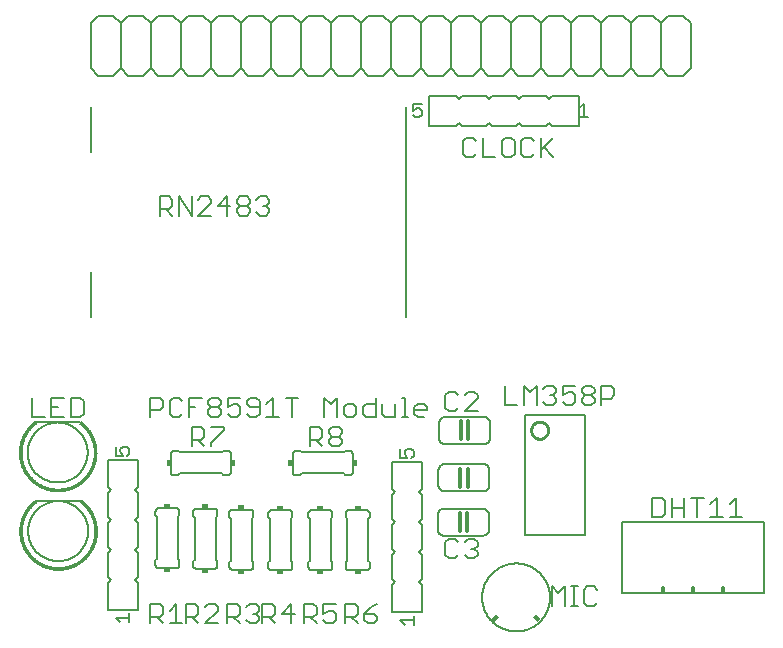
<source format=gto>
G75*
%MOIN*%
%OFA0B0*%
%FSLAX25Y25*%
%IPPOS*%
%LPD*%
%AMOC8*
5,1,8,0,0,1.08239X$1,22.5*
%
%ADD10C,0.00600*%
%ADD11C,0.00800*%
%ADD12C,0.00100*%
%ADD13R,0.01500X0.02000*%
%ADD14C,0.00500*%
%ADD15C,0.01000*%
%ADD16R,0.02000X0.01500*%
%ADD17R,0.01575X0.02165*%
%ADD18C,0.01200*%
D10*
X0040911Y0020501D02*
X0040911Y0029501D01*
X0041911Y0030501D01*
X0040911Y0031501D01*
X0040911Y0039501D01*
X0041911Y0040501D01*
X0040911Y0041501D01*
X0040911Y0049501D01*
X0041911Y0050501D01*
X0040911Y0051501D01*
X0040911Y0059501D01*
X0041911Y0060501D01*
X0040911Y0061501D01*
X0040911Y0070501D01*
X0050911Y0070501D01*
X0050911Y0061501D01*
X0049911Y0060501D01*
X0050911Y0059501D01*
X0050911Y0051501D01*
X0049911Y0050501D01*
X0050911Y0049501D01*
X0050911Y0041501D01*
X0049911Y0040501D01*
X0050911Y0039501D01*
X0050911Y0031501D01*
X0049911Y0030501D01*
X0050911Y0029501D01*
X0050911Y0020501D01*
X0040911Y0020501D01*
X0055069Y0022285D02*
X0055069Y0015880D01*
X0055069Y0018015D02*
X0058272Y0018015D01*
X0059339Y0019082D01*
X0059339Y0021217D01*
X0058272Y0022285D01*
X0055069Y0022285D01*
X0057204Y0018015D02*
X0059339Y0015880D01*
X0061515Y0015880D02*
X0065785Y0015880D01*
X0066880Y0015880D02*
X0066880Y0022285D01*
X0070083Y0022285D01*
X0071150Y0021217D01*
X0071150Y0019082D01*
X0070083Y0018015D01*
X0066880Y0018015D01*
X0069015Y0018015D02*
X0071150Y0015880D01*
X0073326Y0015880D02*
X0077596Y0020150D01*
X0077596Y0021217D01*
X0076528Y0022285D01*
X0074393Y0022285D01*
X0073326Y0021217D01*
X0080660Y0022285D02*
X0083862Y0022285D01*
X0084930Y0021217D01*
X0084930Y0019082D01*
X0083862Y0018015D01*
X0080660Y0018015D01*
X0082795Y0018015D02*
X0084930Y0015880D01*
X0087105Y0016947D02*
X0088173Y0015880D01*
X0090308Y0015880D01*
X0091375Y0016947D01*
X0091375Y0018015D01*
X0090308Y0019082D01*
X0089240Y0019082D01*
X0090308Y0019082D02*
X0091375Y0020150D01*
X0091375Y0021217D01*
X0090308Y0022285D01*
X0088173Y0022285D01*
X0087105Y0021217D01*
X0092471Y0022285D02*
X0095673Y0022285D01*
X0096741Y0021217D01*
X0096741Y0019082D01*
X0095673Y0018015D01*
X0092471Y0018015D01*
X0094606Y0018015D02*
X0096741Y0015880D01*
X0092471Y0015880D02*
X0092471Y0022285D01*
X0098916Y0019082D02*
X0103186Y0019082D01*
X0106250Y0018015D02*
X0109453Y0018015D01*
X0110520Y0019082D01*
X0110520Y0021217D01*
X0109453Y0022285D01*
X0106250Y0022285D01*
X0106250Y0015880D01*
X0108385Y0018015D02*
X0110520Y0015880D01*
X0112696Y0016947D02*
X0113763Y0015880D01*
X0115898Y0015880D01*
X0116966Y0016947D01*
X0116966Y0019082D01*
X0115898Y0020150D01*
X0114831Y0020150D01*
X0112696Y0019082D01*
X0112696Y0022285D01*
X0116966Y0022285D01*
X0120030Y0022285D02*
X0123232Y0022285D01*
X0124300Y0021217D01*
X0124300Y0019082D01*
X0123232Y0018015D01*
X0120030Y0018015D01*
X0122165Y0018015D02*
X0124300Y0015880D01*
X0126475Y0016947D02*
X0127543Y0015880D01*
X0129678Y0015880D01*
X0130746Y0016947D01*
X0130746Y0018015D01*
X0129678Y0019082D01*
X0126475Y0019082D01*
X0126475Y0016947D01*
X0126475Y0019082D02*
X0128610Y0021217D01*
X0130746Y0022285D01*
X0135596Y0019713D02*
X0135596Y0028713D01*
X0136596Y0029713D01*
X0135596Y0030713D01*
X0135596Y0038713D01*
X0136596Y0039713D01*
X0135596Y0040713D01*
X0135596Y0048713D01*
X0136596Y0049713D01*
X0135596Y0050713D01*
X0135596Y0058713D01*
X0136596Y0059713D01*
X0135596Y0060713D01*
X0135596Y0069713D01*
X0145596Y0069713D01*
X0145596Y0060713D01*
X0144596Y0059713D01*
X0145596Y0058713D01*
X0145596Y0050713D01*
X0144596Y0049713D01*
X0145596Y0048713D01*
X0145596Y0040713D01*
X0144596Y0039713D01*
X0145596Y0038713D01*
X0145596Y0030713D01*
X0144596Y0029713D01*
X0145596Y0028713D01*
X0145596Y0019713D01*
X0135596Y0019713D01*
X0120030Y0022285D02*
X0120030Y0015880D01*
X0102119Y0015880D02*
X0102119Y0022285D01*
X0098916Y0019082D01*
X0101470Y0033729D02*
X0095470Y0033729D01*
X0095410Y0033731D01*
X0095349Y0033736D01*
X0095290Y0033745D01*
X0095231Y0033758D01*
X0095172Y0033774D01*
X0095115Y0033794D01*
X0095060Y0033817D01*
X0095005Y0033844D01*
X0094953Y0033873D01*
X0094902Y0033906D01*
X0094853Y0033942D01*
X0094807Y0033980D01*
X0094763Y0034022D01*
X0094721Y0034066D01*
X0094683Y0034112D01*
X0094647Y0034161D01*
X0094614Y0034212D01*
X0094585Y0034264D01*
X0094558Y0034319D01*
X0094535Y0034374D01*
X0094515Y0034431D01*
X0094499Y0034490D01*
X0094486Y0034549D01*
X0094477Y0034608D01*
X0094472Y0034669D01*
X0094470Y0034729D01*
X0094470Y0036229D01*
X0094970Y0036729D01*
X0094970Y0050729D01*
X0094470Y0051229D01*
X0094470Y0052729D01*
X0094472Y0052789D01*
X0094477Y0052850D01*
X0094486Y0052909D01*
X0094499Y0052968D01*
X0094515Y0053027D01*
X0094535Y0053084D01*
X0094558Y0053139D01*
X0094585Y0053194D01*
X0094614Y0053246D01*
X0094647Y0053297D01*
X0094683Y0053346D01*
X0094721Y0053392D01*
X0094763Y0053436D01*
X0094807Y0053478D01*
X0094853Y0053516D01*
X0094902Y0053552D01*
X0094953Y0053585D01*
X0095005Y0053614D01*
X0095060Y0053641D01*
X0095115Y0053664D01*
X0095172Y0053684D01*
X0095231Y0053700D01*
X0095290Y0053713D01*
X0095349Y0053722D01*
X0095410Y0053727D01*
X0095470Y0053729D01*
X0101470Y0053729D01*
X0101530Y0053727D01*
X0101591Y0053722D01*
X0101650Y0053713D01*
X0101709Y0053700D01*
X0101768Y0053684D01*
X0101825Y0053664D01*
X0101880Y0053641D01*
X0101935Y0053614D01*
X0101987Y0053585D01*
X0102038Y0053552D01*
X0102087Y0053516D01*
X0102133Y0053478D01*
X0102177Y0053436D01*
X0102219Y0053392D01*
X0102257Y0053346D01*
X0102293Y0053297D01*
X0102326Y0053246D01*
X0102355Y0053194D01*
X0102382Y0053139D01*
X0102405Y0053084D01*
X0102425Y0053027D01*
X0102441Y0052968D01*
X0102454Y0052909D01*
X0102463Y0052850D01*
X0102468Y0052789D01*
X0102470Y0052729D01*
X0102470Y0051229D01*
X0101970Y0050729D01*
X0101970Y0036729D01*
X0102470Y0036229D01*
X0102470Y0034729D01*
X0102468Y0034669D01*
X0102463Y0034608D01*
X0102454Y0034549D01*
X0102441Y0034490D01*
X0102425Y0034431D01*
X0102405Y0034374D01*
X0102382Y0034319D01*
X0102355Y0034264D01*
X0102326Y0034212D01*
X0102293Y0034161D01*
X0102257Y0034112D01*
X0102219Y0034066D01*
X0102177Y0034022D01*
X0102133Y0033980D01*
X0102087Y0033942D01*
X0102038Y0033906D01*
X0101987Y0033873D01*
X0101935Y0033844D01*
X0101880Y0033817D01*
X0101825Y0033794D01*
X0101768Y0033774D01*
X0101709Y0033758D01*
X0101650Y0033745D01*
X0101591Y0033736D01*
X0101530Y0033731D01*
X0101470Y0033729D01*
X0107816Y0034729D02*
X0107816Y0036229D01*
X0108316Y0036729D01*
X0108316Y0050729D01*
X0107816Y0051229D01*
X0107816Y0052729D01*
X0107818Y0052789D01*
X0107823Y0052850D01*
X0107832Y0052909D01*
X0107845Y0052968D01*
X0107861Y0053027D01*
X0107881Y0053084D01*
X0107904Y0053139D01*
X0107931Y0053194D01*
X0107960Y0053246D01*
X0107993Y0053297D01*
X0108029Y0053346D01*
X0108067Y0053392D01*
X0108109Y0053436D01*
X0108153Y0053478D01*
X0108199Y0053516D01*
X0108248Y0053552D01*
X0108299Y0053585D01*
X0108351Y0053614D01*
X0108406Y0053641D01*
X0108461Y0053664D01*
X0108518Y0053684D01*
X0108577Y0053700D01*
X0108636Y0053713D01*
X0108695Y0053722D01*
X0108756Y0053727D01*
X0108816Y0053729D01*
X0114816Y0053729D01*
X0114876Y0053727D01*
X0114937Y0053722D01*
X0114996Y0053713D01*
X0115055Y0053700D01*
X0115114Y0053684D01*
X0115171Y0053664D01*
X0115226Y0053641D01*
X0115281Y0053614D01*
X0115333Y0053585D01*
X0115384Y0053552D01*
X0115433Y0053516D01*
X0115479Y0053478D01*
X0115523Y0053436D01*
X0115565Y0053392D01*
X0115603Y0053346D01*
X0115639Y0053297D01*
X0115672Y0053246D01*
X0115701Y0053194D01*
X0115728Y0053139D01*
X0115751Y0053084D01*
X0115771Y0053027D01*
X0115787Y0052968D01*
X0115800Y0052909D01*
X0115809Y0052850D01*
X0115814Y0052789D01*
X0115816Y0052729D01*
X0115816Y0051229D01*
X0115316Y0050729D01*
X0115316Y0036729D01*
X0115816Y0036229D01*
X0115816Y0034729D01*
X0115814Y0034669D01*
X0115809Y0034608D01*
X0115800Y0034549D01*
X0115787Y0034490D01*
X0115771Y0034431D01*
X0115751Y0034374D01*
X0115728Y0034319D01*
X0115701Y0034264D01*
X0115672Y0034212D01*
X0115639Y0034161D01*
X0115603Y0034112D01*
X0115565Y0034066D01*
X0115523Y0034022D01*
X0115479Y0033980D01*
X0115433Y0033942D01*
X0115384Y0033906D01*
X0115333Y0033873D01*
X0115281Y0033844D01*
X0115226Y0033817D01*
X0115171Y0033794D01*
X0115114Y0033774D01*
X0115055Y0033758D01*
X0114996Y0033745D01*
X0114937Y0033736D01*
X0114876Y0033731D01*
X0114816Y0033729D01*
X0108816Y0033729D01*
X0108756Y0033731D01*
X0108695Y0033736D01*
X0108636Y0033745D01*
X0108577Y0033758D01*
X0108518Y0033774D01*
X0108461Y0033794D01*
X0108406Y0033817D01*
X0108351Y0033844D01*
X0108299Y0033873D01*
X0108248Y0033906D01*
X0108199Y0033942D01*
X0108153Y0033980D01*
X0108109Y0034022D01*
X0108067Y0034066D01*
X0108029Y0034112D01*
X0107993Y0034161D01*
X0107960Y0034212D01*
X0107931Y0034264D01*
X0107904Y0034319D01*
X0107881Y0034374D01*
X0107861Y0034431D01*
X0107845Y0034490D01*
X0107832Y0034549D01*
X0107823Y0034608D01*
X0107818Y0034669D01*
X0107816Y0034729D01*
X0120218Y0034690D02*
X0120218Y0036190D01*
X0120718Y0036690D01*
X0120718Y0050690D01*
X0120218Y0051190D01*
X0120218Y0052690D01*
X0120220Y0052750D01*
X0120225Y0052811D01*
X0120234Y0052870D01*
X0120247Y0052929D01*
X0120263Y0052988D01*
X0120283Y0053045D01*
X0120306Y0053100D01*
X0120333Y0053155D01*
X0120362Y0053207D01*
X0120395Y0053258D01*
X0120431Y0053307D01*
X0120469Y0053353D01*
X0120511Y0053397D01*
X0120555Y0053439D01*
X0120601Y0053477D01*
X0120650Y0053513D01*
X0120701Y0053546D01*
X0120753Y0053575D01*
X0120808Y0053602D01*
X0120863Y0053625D01*
X0120920Y0053645D01*
X0120979Y0053661D01*
X0121038Y0053674D01*
X0121097Y0053683D01*
X0121158Y0053688D01*
X0121218Y0053690D01*
X0127218Y0053690D01*
X0127278Y0053688D01*
X0127339Y0053683D01*
X0127398Y0053674D01*
X0127457Y0053661D01*
X0127516Y0053645D01*
X0127573Y0053625D01*
X0127628Y0053602D01*
X0127683Y0053575D01*
X0127735Y0053546D01*
X0127786Y0053513D01*
X0127835Y0053477D01*
X0127881Y0053439D01*
X0127925Y0053397D01*
X0127967Y0053353D01*
X0128005Y0053307D01*
X0128041Y0053258D01*
X0128074Y0053207D01*
X0128103Y0053155D01*
X0128130Y0053100D01*
X0128153Y0053045D01*
X0128173Y0052988D01*
X0128189Y0052929D01*
X0128202Y0052870D01*
X0128211Y0052811D01*
X0128216Y0052750D01*
X0128218Y0052690D01*
X0128218Y0051190D01*
X0127718Y0050690D01*
X0127718Y0036690D01*
X0128218Y0036190D01*
X0128218Y0034690D01*
X0128216Y0034630D01*
X0128211Y0034569D01*
X0128202Y0034510D01*
X0128189Y0034451D01*
X0128173Y0034392D01*
X0128153Y0034335D01*
X0128130Y0034280D01*
X0128103Y0034225D01*
X0128074Y0034173D01*
X0128041Y0034122D01*
X0128005Y0034073D01*
X0127967Y0034027D01*
X0127925Y0033983D01*
X0127881Y0033941D01*
X0127835Y0033903D01*
X0127786Y0033867D01*
X0127735Y0033834D01*
X0127683Y0033805D01*
X0127628Y0033778D01*
X0127573Y0033755D01*
X0127516Y0033735D01*
X0127457Y0033719D01*
X0127398Y0033706D01*
X0127339Y0033697D01*
X0127278Y0033692D01*
X0127218Y0033690D01*
X0121218Y0033690D01*
X0121158Y0033692D01*
X0121097Y0033697D01*
X0121038Y0033706D01*
X0120979Y0033719D01*
X0120920Y0033735D01*
X0120863Y0033755D01*
X0120808Y0033778D01*
X0120753Y0033805D01*
X0120701Y0033834D01*
X0120650Y0033867D01*
X0120601Y0033903D01*
X0120555Y0033941D01*
X0120511Y0033983D01*
X0120469Y0034027D01*
X0120431Y0034073D01*
X0120395Y0034122D01*
X0120362Y0034173D01*
X0120333Y0034225D01*
X0120306Y0034280D01*
X0120283Y0034335D01*
X0120263Y0034392D01*
X0120247Y0034451D01*
X0120234Y0034510D01*
X0120225Y0034569D01*
X0120220Y0034630D01*
X0120218Y0034690D01*
X0089438Y0034847D02*
X0089438Y0036347D01*
X0088938Y0036847D01*
X0088938Y0050847D01*
X0089438Y0051347D01*
X0089438Y0052847D01*
X0089436Y0052907D01*
X0089431Y0052968D01*
X0089422Y0053027D01*
X0089409Y0053086D01*
X0089393Y0053145D01*
X0089373Y0053202D01*
X0089350Y0053257D01*
X0089323Y0053312D01*
X0089294Y0053364D01*
X0089261Y0053415D01*
X0089225Y0053464D01*
X0089187Y0053510D01*
X0089145Y0053554D01*
X0089101Y0053596D01*
X0089055Y0053634D01*
X0089006Y0053670D01*
X0088955Y0053703D01*
X0088903Y0053732D01*
X0088848Y0053759D01*
X0088793Y0053782D01*
X0088736Y0053802D01*
X0088677Y0053818D01*
X0088618Y0053831D01*
X0088559Y0053840D01*
X0088498Y0053845D01*
X0088438Y0053847D01*
X0082438Y0053847D01*
X0082378Y0053845D01*
X0082317Y0053840D01*
X0082258Y0053831D01*
X0082199Y0053818D01*
X0082140Y0053802D01*
X0082083Y0053782D01*
X0082028Y0053759D01*
X0081973Y0053732D01*
X0081921Y0053703D01*
X0081870Y0053670D01*
X0081821Y0053634D01*
X0081775Y0053596D01*
X0081731Y0053554D01*
X0081689Y0053510D01*
X0081651Y0053464D01*
X0081615Y0053415D01*
X0081582Y0053364D01*
X0081553Y0053312D01*
X0081526Y0053257D01*
X0081503Y0053202D01*
X0081483Y0053145D01*
X0081467Y0053086D01*
X0081454Y0053027D01*
X0081445Y0052968D01*
X0081440Y0052907D01*
X0081438Y0052847D01*
X0081438Y0051347D01*
X0081938Y0050847D01*
X0081938Y0036847D01*
X0081438Y0036347D01*
X0081438Y0034847D01*
X0081440Y0034787D01*
X0081445Y0034726D01*
X0081454Y0034667D01*
X0081467Y0034608D01*
X0081483Y0034549D01*
X0081503Y0034492D01*
X0081526Y0034437D01*
X0081553Y0034382D01*
X0081582Y0034330D01*
X0081615Y0034279D01*
X0081651Y0034230D01*
X0081689Y0034184D01*
X0081731Y0034140D01*
X0081775Y0034098D01*
X0081821Y0034060D01*
X0081870Y0034024D01*
X0081921Y0033991D01*
X0081973Y0033962D01*
X0082028Y0033935D01*
X0082083Y0033912D01*
X0082140Y0033892D01*
X0082199Y0033876D01*
X0082258Y0033863D01*
X0082317Y0033854D01*
X0082378Y0033849D01*
X0082438Y0033847D01*
X0088438Y0033847D01*
X0088498Y0033849D01*
X0088559Y0033854D01*
X0088618Y0033863D01*
X0088677Y0033876D01*
X0088736Y0033892D01*
X0088793Y0033912D01*
X0088848Y0033935D01*
X0088903Y0033962D01*
X0088955Y0033991D01*
X0089006Y0034024D01*
X0089055Y0034060D01*
X0089101Y0034098D01*
X0089145Y0034140D01*
X0089187Y0034184D01*
X0089225Y0034230D01*
X0089261Y0034279D01*
X0089294Y0034330D01*
X0089323Y0034382D01*
X0089350Y0034437D01*
X0089373Y0034492D01*
X0089393Y0034549D01*
X0089409Y0034608D01*
X0089422Y0034667D01*
X0089431Y0034726D01*
X0089436Y0034787D01*
X0089438Y0034847D01*
X0077430Y0035162D02*
X0077430Y0036662D01*
X0076930Y0037162D01*
X0076930Y0051162D01*
X0077430Y0051662D01*
X0077430Y0053162D01*
X0077428Y0053222D01*
X0077423Y0053283D01*
X0077414Y0053342D01*
X0077401Y0053401D01*
X0077385Y0053460D01*
X0077365Y0053517D01*
X0077342Y0053572D01*
X0077315Y0053627D01*
X0077286Y0053679D01*
X0077253Y0053730D01*
X0077217Y0053779D01*
X0077179Y0053825D01*
X0077137Y0053869D01*
X0077093Y0053911D01*
X0077047Y0053949D01*
X0076998Y0053985D01*
X0076947Y0054018D01*
X0076895Y0054047D01*
X0076840Y0054074D01*
X0076785Y0054097D01*
X0076728Y0054117D01*
X0076669Y0054133D01*
X0076610Y0054146D01*
X0076551Y0054155D01*
X0076490Y0054160D01*
X0076430Y0054162D01*
X0070430Y0054162D01*
X0070370Y0054160D01*
X0070309Y0054155D01*
X0070250Y0054146D01*
X0070191Y0054133D01*
X0070132Y0054117D01*
X0070075Y0054097D01*
X0070020Y0054074D01*
X0069965Y0054047D01*
X0069913Y0054018D01*
X0069862Y0053985D01*
X0069813Y0053949D01*
X0069767Y0053911D01*
X0069723Y0053869D01*
X0069681Y0053825D01*
X0069643Y0053779D01*
X0069607Y0053730D01*
X0069574Y0053679D01*
X0069545Y0053627D01*
X0069518Y0053572D01*
X0069495Y0053517D01*
X0069475Y0053460D01*
X0069459Y0053401D01*
X0069446Y0053342D01*
X0069437Y0053283D01*
X0069432Y0053222D01*
X0069430Y0053162D01*
X0069430Y0051662D01*
X0069930Y0051162D01*
X0069930Y0037162D01*
X0069430Y0036662D01*
X0069430Y0035162D01*
X0069432Y0035102D01*
X0069437Y0035041D01*
X0069446Y0034982D01*
X0069459Y0034923D01*
X0069475Y0034864D01*
X0069495Y0034807D01*
X0069518Y0034752D01*
X0069545Y0034697D01*
X0069574Y0034645D01*
X0069607Y0034594D01*
X0069643Y0034545D01*
X0069681Y0034499D01*
X0069723Y0034455D01*
X0069767Y0034413D01*
X0069813Y0034375D01*
X0069862Y0034339D01*
X0069913Y0034306D01*
X0069965Y0034277D01*
X0070020Y0034250D01*
X0070075Y0034227D01*
X0070132Y0034207D01*
X0070191Y0034191D01*
X0070250Y0034178D01*
X0070309Y0034169D01*
X0070370Y0034164D01*
X0070430Y0034162D01*
X0076430Y0034162D01*
X0076490Y0034164D01*
X0076551Y0034169D01*
X0076610Y0034178D01*
X0076669Y0034191D01*
X0076728Y0034207D01*
X0076785Y0034227D01*
X0076840Y0034250D01*
X0076895Y0034277D01*
X0076947Y0034306D01*
X0076998Y0034339D01*
X0077047Y0034375D01*
X0077093Y0034413D01*
X0077137Y0034455D01*
X0077179Y0034499D01*
X0077217Y0034545D01*
X0077253Y0034594D01*
X0077286Y0034645D01*
X0077315Y0034697D01*
X0077342Y0034752D01*
X0077365Y0034807D01*
X0077385Y0034864D01*
X0077401Y0034923D01*
X0077414Y0034982D01*
X0077423Y0035041D01*
X0077428Y0035102D01*
X0077430Y0035162D01*
X0064832Y0035359D02*
X0064832Y0036859D01*
X0064332Y0037359D01*
X0064332Y0051359D01*
X0064832Y0051859D01*
X0064832Y0053359D01*
X0064830Y0053419D01*
X0064825Y0053480D01*
X0064816Y0053539D01*
X0064803Y0053598D01*
X0064787Y0053657D01*
X0064767Y0053714D01*
X0064744Y0053769D01*
X0064717Y0053824D01*
X0064688Y0053876D01*
X0064655Y0053927D01*
X0064619Y0053976D01*
X0064581Y0054022D01*
X0064539Y0054066D01*
X0064495Y0054108D01*
X0064449Y0054146D01*
X0064400Y0054182D01*
X0064349Y0054215D01*
X0064297Y0054244D01*
X0064242Y0054271D01*
X0064187Y0054294D01*
X0064130Y0054314D01*
X0064071Y0054330D01*
X0064012Y0054343D01*
X0063953Y0054352D01*
X0063892Y0054357D01*
X0063832Y0054359D01*
X0057832Y0054359D01*
X0057772Y0054357D01*
X0057711Y0054352D01*
X0057652Y0054343D01*
X0057593Y0054330D01*
X0057534Y0054314D01*
X0057477Y0054294D01*
X0057422Y0054271D01*
X0057367Y0054244D01*
X0057315Y0054215D01*
X0057264Y0054182D01*
X0057215Y0054146D01*
X0057169Y0054108D01*
X0057125Y0054066D01*
X0057083Y0054022D01*
X0057045Y0053976D01*
X0057009Y0053927D01*
X0056976Y0053876D01*
X0056947Y0053824D01*
X0056920Y0053769D01*
X0056897Y0053714D01*
X0056877Y0053657D01*
X0056861Y0053598D01*
X0056848Y0053539D01*
X0056839Y0053480D01*
X0056834Y0053419D01*
X0056832Y0053359D01*
X0056832Y0051859D01*
X0057332Y0051359D01*
X0057332Y0037359D01*
X0056832Y0036859D01*
X0056832Y0035359D01*
X0056834Y0035299D01*
X0056839Y0035238D01*
X0056848Y0035179D01*
X0056861Y0035120D01*
X0056877Y0035061D01*
X0056897Y0035004D01*
X0056920Y0034949D01*
X0056947Y0034894D01*
X0056976Y0034842D01*
X0057009Y0034791D01*
X0057045Y0034742D01*
X0057083Y0034696D01*
X0057125Y0034652D01*
X0057169Y0034610D01*
X0057215Y0034572D01*
X0057264Y0034536D01*
X0057315Y0034503D01*
X0057367Y0034474D01*
X0057422Y0034447D01*
X0057477Y0034424D01*
X0057534Y0034404D01*
X0057593Y0034388D01*
X0057652Y0034375D01*
X0057711Y0034366D01*
X0057772Y0034361D01*
X0057832Y0034359D01*
X0063832Y0034359D01*
X0063892Y0034361D01*
X0063953Y0034366D01*
X0064012Y0034375D01*
X0064071Y0034388D01*
X0064130Y0034404D01*
X0064187Y0034424D01*
X0064242Y0034447D01*
X0064297Y0034474D01*
X0064349Y0034503D01*
X0064400Y0034536D01*
X0064449Y0034572D01*
X0064495Y0034610D01*
X0064539Y0034652D01*
X0064581Y0034696D01*
X0064619Y0034742D01*
X0064655Y0034791D01*
X0064688Y0034842D01*
X0064717Y0034894D01*
X0064744Y0034949D01*
X0064767Y0035004D01*
X0064787Y0035061D01*
X0064803Y0035120D01*
X0064816Y0035179D01*
X0064825Y0035238D01*
X0064830Y0035299D01*
X0064832Y0035359D01*
X0063650Y0022285D02*
X0063650Y0015880D01*
X0061515Y0020150D02*
X0063650Y0022285D01*
X0073326Y0015880D02*
X0077596Y0015880D01*
X0080660Y0015880D02*
X0080660Y0022285D01*
X0080934Y0065398D02*
X0079434Y0065398D01*
X0078934Y0065898D01*
X0064934Y0065898D01*
X0064434Y0065398D01*
X0062934Y0065398D01*
X0062874Y0065400D01*
X0062813Y0065405D01*
X0062754Y0065414D01*
X0062695Y0065427D01*
X0062636Y0065443D01*
X0062579Y0065463D01*
X0062524Y0065486D01*
X0062469Y0065513D01*
X0062417Y0065542D01*
X0062366Y0065575D01*
X0062317Y0065611D01*
X0062271Y0065649D01*
X0062227Y0065691D01*
X0062185Y0065735D01*
X0062147Y0065781D01*
X0062111Y0065830D01*
X0062078Y0065881D01*
X0062049Y0065933D01*
X0062022Y0065988D01*
X0061999Y0066043D01*
X0061979Y0066100D01*
X0061963Y0066159D01*
X0061950Y0066218D01*
X0061941Y0066277D01*
X0061936Y0066338D01*
X0061934Y0066398D01*
X0061934Y0072398D01*
X0061936Y0072458D01*
X0061941Y0072519D01*
X0061950Y0072578D01*
X0061963Y0072637D01*
X0061979Y0072696D01*
X0061999Y0072753D01*
X0062022Y0072808D01*
X0062049Y0072863D01*
X0062078Y0072915D01*
X0062111Y0072966D01*
X0062147Y0073015D01*
X0062185Y0073061D01*
X0062227Y0073105D01*
X0062271Y0073147D01*
X0062317Y0073185D01*
X0062366Y0073221D01*
X0062417Y0073254D01*
X0062469Y0073283D01*
X0062524Y0073310D01*
X0062579Y0073333D01*
X0062636Y0073353D01*
X0062695Y0073369D01*
X0062754Y0073382D01*
X0062813Y0073391D01*
X0062874Y0073396D01*
X0062934Y0073398D01*
X0064434Y0073398D01*
X0064934Y0072898D01*
X0078934Y0072898D01*
X0079434Y0073398D01*
X0080934Y0073398D01*
X0080994Y0073396D01*
X0081055Y0073391D01*
X0081114Y0073382D01*
X0081173Y0073369D01*
X0081232Y0073353D01*
X0081289Y0073333D01*
X0081344Y0073310D01*
X0081399Y0073283D01*
X0081451Y0073254D01*
X0081502Y0073221D01*
X0081551Y0073185D01*
X0081597Y0073147D01*
X0081641Y0073105D01*
X0081683Y0073061D01*
X0081721Y0073015D01*
X0081757Y0072966D01*
X0081790Y0072915D01*
X0081819Y0072863D01*
X0081846Y0072808D01*
X0081869Y0072753D01*
X0081889Y0072696D01*
X0081905Y0072637D01*
X0081918Y0072578D01*
X0081927Y0072519D01*
X0081932Y0072458D01*
X0081934Y0072398D01*
X0081934Y0066398D01*
X0081932Y0066338D01*
X0081927Y0066277D01*
X0081918Y0066218D01*
X0081905Y0066159D01*
X0081889Y0066100D01*
X0081869Y0066043D01*
X0081846Y0065988D01*
X0081819Y0065933D01*
X0081790Y0065881D01*
X0081757Y0065830D01*
X0081721Y0065781D01*
X0081683Y0065735D01*
X0081641Y0065691D01*
X0081597Y0065649D01*
X0081551Y0065611D01*
X0081502Y0065575D01*
X0081451Y0065542D01*
X0081399Y0065513D01*
X0081344Y0065486D01*
X0081289Y0065463D01*
X0081232Y0065443D01*
X0081173Y0065427D01*
X0081114Y0065414D01*
X0081055Y0065405D01*
X0080994Y0065400D01*
X0080934Y0065398D01*
X0075294Y0074935D02*
X0075294Y0076002D01*
X0079564Y0080273D01*
X0079564Y0081340D01*
X0075294Y0081340D01*
X0073119Y0080273D02*
X0073119Y0078137D01*
X0072051Y0077070D01*
X0068849Y0077070D01*
X0070984Y0077070D02*
X0073119Y0074935D01*
X0068849Y0074935D02*
X0068849Y0081340D01*
X0072051Y0081340D01*
X0073119Y0080273D01*
X0075473Y0084777D02*
X0074406Y0085845D01*
X0074406Y0086912D01*
X0075473Y0087980D01*
X0077608Y0087980D01*
X0078676Y0086912D01*
X0078676Y0085845D01*
X0077608Y0084777D01*
X0075473Y0084777D01*
X0075473Y0087980D02*
X0074406Y0089047D01*
X0074406Y0090115D01*
X0075473Y0091183D01*
X0077608Y0091183D01*
X0078676Y0090115D01*
X0078676Y0089047D01*
X0077608Y0087980D01*
X0072230Y0091183D02*
X0067960Y0091183D01*
X0067960Y0084777D01*
X0065785Y0085845D02*
X0064717Y0084777D01*
X0062582Y0084777D01*
X0061515Y0085845D01*
X0061515Y0090115D01*
X0062582Y0091183D01*
X0064717Y0091183D01*
X0065785Y0090115D01*
X0067960Y0087980D02*
X0070095Y0087980D01*
X0059339Y0087980D02*
X0058272Y0086912D01*
X0055069Y0086912D01*
X0055069Y0084777D02*
X0055069Y0091183D01*
X0058272Y0091183D01*
X0059339Y0090115D01*
X0059339Y0087980D01*
X0080851Y0087980D02*
X0082986Y0089047D01*
X0084054Y0089047D01*
X0085121Y0087980D01*
X0085121Y0085845D01*
X0084054Y0084777D01*
X0081919Y0084777D01*
X0080851Y0085845D01*
X0080851Y0087980D02*
X0080851Y0091183D01*
X0085121Y0091183D01*
X0087297Y0090115D02*
X0087297Y0089047D01*
X0088364Y0087980D01*
X0091567Y0087980D01*
X0091567Y0085845D02*
X0091567Y0090115D01*
X0090499Y0091183D01*
X0088364Y0091183D01*
X0087297Y0090115D01*
X0087297Y0085845D02*
X0088364Y0084777D01*
X0090499Y0084777D01*
X0091567Y0085845D01*
X0093742Y0084777D02*
X0098012Y0084777D01*
X0095877Y0084777D02*
X0095877Y0091183D01*
X0093742Y0089047D01*
X0100188Y0091183D02*
X0104458Y0091183D01*
X0102323Y0091183D02*
X0102323Y0084777D01*
X0108219Y0081340D02*
X0111421Y0081340D01*
X0112489Y0080273D01*
X0112489Y0078137D01*
X0111421Y0077070D01*
X0108219Y0077070D01*
X0110354Y0077070D02*
X0112489Y0074935D01*
X0114664Y0076002D02*
X0114664Y0077070D01*
X0115732Y0078137D01*
X0117867Y0078137D01*
X0118934Y0077070D01*
X0118934Y0076002D01*
X0117867Y0074935D01*
X0115732Y0074935D01*
X0114664Y0076002D01*
X0115732Y0078137D02*
X0114664Y0079205D01*
X0114664Y0080273D01*
X0115732Y0081340D01*
X0117867Y0081340D01*
X0118934Y0080273D01*
X0118934Y0079205D01*
X0117867Y0078137D01*
X0120064Y0073398D02*
X0119564Y0072898D01*
X0105564Y0072898D01*
X0105064Y0073398D01*
X0103564Y0073398D01*
X0103504Y0073396D01*
X0103443Y0073391D01*
X0103384Y0073382D01*
X0103325Y0073369D01*
X0103266Y0073353D01*
X0103209Y0073333D01*
X0103154Y0073310D01*
X0103099Y0073283D01*
X0103047Y0073254D01*
X0102996Y0073221D01*
X0102947Y0073185D01*
X0102901Y0073147D01*
X0102857Y0073105D01*
X0102815Y0073061D01*
X0102777Y0073015D01*
X0102741Y0072966D01*
X0102708Y0072915D01*
X0102679Y0072863D01*
X0102652Y0072808D01*
X0102629Y0072753D01*
X0102609Y0072696D01*
X0102593Y0072637D01*
X0102580Y0072578D01*
X0102571Y0072519D01*
X0102566Y0072458D01*
X0102564Y0072398D01*
X0102564Y0066398D01*
X0102566Y0066338D01*
X0102571Y0066277D01*
X0102580Y0066218D01*
X0102593Y0066159D01*
X0102609Y0066100D01*
X0102629Y0066043D01*
X0102652Y0065988D01*
X0102679Y0065933D01*
X0102708Y0065881D01*
X0102741Y0065830D01*
X0102777Y0065781D01*
X0102815Y0065735D01*
X0102857Y0065691D01*
X0102901Y0065649D01*
X0102947Y0065611D01*
X0102996Y0065575D01*
X0103047Y0065542D01*
X0103099Y0065513D01*
X0103154Y0065486D01*
X0103209Y0065463D01*
X0103266Y0065443D01*
X0103325Y0065427D01*
X0103384Y0065414D01*
X0103443Y0065405D01*
X0103504Y0065400D01*
X0103564Y0065398D01*
X0105064Y0065398D01*
X0105564Y0065898D01*
X0119564Y0065898D01*
X0120064Y0065398D01*
X0121564Y0065398D01*
X0121624Y0065400D01*
X0121685Y0065405D01*
X0121744Y0065414D01*
X0121803Y0065427D01*
X0121862Y0065443D01*
X0121919Y0065463D01*
X0121974Y0065486D01*
X0122029Y0065513D01*
X0122081Y0065542D01*
X0122132Y0065575D01*
X0122181Y0065611D01*
X0122227Y0065649D01*
X0122271Y0065691D01*
X0122313Y0065735D01*
X0122351Y0065781D01*
X0122387Y0065830D01*
X0122420Y0065881D01*
X0122449Y0065933D01*
X0122476Y0065988D01*
X0122499Y0066043D01*
X0122519Y0066100D01*
X0122535Y0066159D01*
X0122548Y0066218D01*
X0122557Y0066277D01*
X0122562Y0066338D01*
X0122564Y0066398D01*
X0122564Y0072398D01*
X0122562Y0072458D01*
X0122557Y0072519D01*
X0122548Y0072578D01*
X0122535Y0072637D01*
X0122519Y0072696D01*
X0122499Y0072753D01*
X0122476Y0072808D01*
X0122449Y0072863D01*
X0122420Y0072915D01*
X0122387Y0072966D01*
X0122351Y0073015D01*
X0122313Y0073061D01*
X0122271Y0073105D01*
X0122227Y0073147D01*
X0122181Y0073185D01*
X0122132Y0073221D01*
X0122081Y0073254D01*
X0122029Y0073283D01*
X0121974Y0073310D01*
X0121919Y0073333D01*
X0121862Y0073353D01*
X0121803Y0073369D01*
X0121744Y0073382D01*
X0121685Y0073391D01*
X0121624Y0073396D01*
X0121564Y0073398D01*
X0120064Y0073398D01*
X0108219Y0074935D02*
X0108219Y0081340D01*
X0113079Y0084777D02*
X0113079Y0091183D01*
X0115214Y0089047D01*
X0117349Y0091183D01*
X0117349Y0084777D01*
X0119524Y0085845D02*
X0119524Y0087980D01*
X0120592Y0089047D01*
X0122727Y0089047D01*
X0123794Y0087980D01*
X0123794Y0085845D01*
X0122727Y0084777D01*
X0120592Y0084777D01*
X0119524Y0085845D01*
X0125970Y0085845D02*
X0125970Y0087980D01*
X0127037Y0089047D01*
X0130240Y0089047D01*
X0130240Y0091183D02*
X0130240Y0084777D01*
X0127037Y0084777D01*
X0125970Y0085845D01*
X0132415Y0085845D02*
X0133483Y0084777D01*
X0136685Y0084777D01*
X0136685Y0089047D01*
X0138861Y0091183D02*
X0139928Y0091183D01*
X0139928Y0084777D01*
X0138861Y0084777D02*
X0140996Y0084777D01*
X0143158Y0085845D02*
X0143158Y0087980D01*
X0144225Y0089047D01*
X0146360Y0089047D01*
X0147428Y0087980D01*
X0147428Y0086912D01*
X0143158Y0086912D01*
X0143158Y0085845D02*
X0144225Y0084777D01*
X0146360Y0084777D01*
X0151348Y0082725D02*
X0151348Y0077725D01*
X0151350Y0077638D01*
X0151356Y0077551D01*
X0151365Y0077464D01*
X0151378Y0077378D01*
X0151395Y0077292D01*
X0151416Y0077207D01*
X0151441Y0077124D01*
X0151469Y0077041D01*
X0151500Y0076960D01*
X0151535Y0076880D01*
X0151574Y0076802D01*
X0151616Y0076725D01*
X0151661Y0076650D01*
X0151710Y0076578D01*
X0151761Y0076507D01*
X0151816Y0076439D01*
X0151873Y0076374D01*
X0151934Y0076311D01*
X0151997Y0076250D01*
X0152062Y0076193D01*
X0152130Y0076138D01*
X0152201Y0076087D01*
X0152273Y0076038D01*
X0152348Y0075993D01*
X0152425Y0075951D01*
X0152503Y0075912D01*
X0152583Y0075877D01*
X0152664Y0075846D01*
X0152747Y0075818D01*
X0152830Y0075793D01*
X0152915Y0075772D01*
X0153001Y0075755D01*
X0153087Y0075742D01*
X0153174Y0075733D01*
X0153261Y0075727D01*
X0153348Y0075725D01*
X0166348Y0075725D01*
X0166435Y0075727D01*
X0166522Y0075733D01*
X0166609Y0075742D01*
X0166695Y0075755D01*
X0166781Y0075772D01*
X0166866Y0075793D01*
X0166949Y0075818D01*
X0167032Y0075846D01*
X0167113Y0075877D01*
X0167193Y0075912D01*
X0167271Y0075951D01*
X0167348Y0075993D01*
X0167423Y0076038D01*
X0167495Y0076087D01*
X0167566Y0076138D01*
X0167634Y0076193D01*
X0167699Y0076250D01*
X0167762Y0076311D01*
X0167823Y0076374D01*
X0167880Y0076439D01*
X0167935Y0076507D01*
X0167986Y0076578D01*
X0168035Y0076650D01*
X0168080Y0076725D01*
X0168122Y0076802D01*
X0168161Y0076880D01*
X0168196Y0076960D01*
X0168227Y0077041D01*
X0168255Y0077124D01*
X0168280Y0077207D01*
X0168301Y0077292D01*
X0168318Y0077378D01*
X0168331Y0077464D01*
X0168340Y0077551D01*
X0168346Y0077638D01*
X0168348Y0077725D01*
X0168348Y0082725D01*
X0168346Y0082812D01*
X0168340Y0082899D01*
X0168331Y0082986D01*
X0168318Y0083072D01*
X0168301Y0083158D01*
X0168280Y0083243D01*
X0168255Y0083326D01*
X0168227Y0083409D01*
X0168196Y0083490D01*
X0168161Y0083570D01*
X0168122Y0083648D01*
X0168080Y0083725D01*
X0168035Y0083800D01*
X0167986Y0083872D01*
X0167935Y0083943D01*
X0167880Y0084011D01*
X0167823Y0084076D01*
X0167762Y0084139D01*
X0167699Y0084200D01*
X0167634Y0084257D01*
X0167566Y0084312D01*
X0167495Y0084363D01*
X0167423Y0084412D01*
X0167348Y0084457D01*
X0167271Y0084499D01*
X0167193Y0084538D01*
X0167113Y0084573D01*
X0167032Y0084604D01*
X0166949Y0084632D01*
X0166866Y0084657D01*
X0166781Y0084678D01*
X0166695Y0084695D01*
X0166609Y0084708D01*
X0166522Y0084717D01*
X0166435Y0084723D01*
X0166348Y0084725D01*
X0153348Y0084725D01*
X0153261Y0084723D01*
X0153174Y0084717D01*
X0153087Y0084708D01*
X0153001Y0084695D01*
X0152915Y0084678D01*
X0152830Y0084657D01*
X0152747Y0084632D01*
X0152664Y0084604D01*
X0152583Y0084573D01*
X0152503Y0084538D01*
X0152425Y0084499D01*
X0152348Y0084457D01*
X0152273Y0084412D01*
X0152201Y0084363D01*
X0152130Y0084312D01*
X0152062Y0084257D01*
X0151997Y0084200D01*
X0151934Y0084139D01*
X0151873Y0084076D01*
X0151816Y0084011D01*
X0151761Y0083943D01*
X0151710Y0083872D01*
X0151661Y0083800D01*
X0151616Y0083725D01*
X0151574Y0083648D01*
X0151535Y0083570D01*
X0151500Y0083490D01*
X0151469Y0083409D01*
X0151441Y0083326D01*
X0151416Y0083243D01*
X0151395Y0083158D01*
X0151378Y0083072D01*
X0151365Y0082986D01*
X0151356Y0082899D01*
X0151350Y0082812D01*
X0151348Y0082725D01*
X0154562Y0086746D02*
X0156697Y0086746D01*
X0157765Y0087813D01*
X0159940Y0086746D02*
X0164210Y0091016D01*
X0164210Y0092084D01*
X0163143Y0093151D01*
X0161007Y0093151D01*
X0159940Y0092084D01*
X0157765Y0092084D02*
X0156697Y0093151D01*
X0154562Y0093151D01*
X0153494Y0092084D01*
X0153494Y0087813D01*
X0154562Y0086746D01*
X0159940Y0086746D02*
X0164210Y0086746D01*
X0173179Y0088714D02*
X0173179Y0095120D01*
X0179625Y0095120D02*
X0181760Y0092984D01*
X0183895Y0095120D01*
X0183895Y0088714D01*
X0186070Y0089782D02*
X0187138Y0088714D01*
X0189273Y0088714D01*
X0190341Y0089782D01*
X0190341Y0090849D01*
X0189273Y0091917D01*
X0188205Y0091917D01*
X0189273Y0091917D02*
X0190341Y0092984D01*
X0190341Y0094052D01*
X0189273Y0095120D01*
X0187138Y0095120D01*
X0186070Y0094052D01*
X0179625Y0095120D02*
X0179625Y0088714D01*
X0177450Y0088714D02*
X0173179Y0088714D01*
X0192516Y0089782D02*
X0193583Y0088714D01*
X0195719Y0088714D01*
X0196786Y0089782D01*
X0196786Y0091917D01*
X0195719Y0092984D01*
X0194651Y0092984D01*
X0192516Y0091917D01*
X0192516Y0095120D01*
X0196786Y0095120D01*
X0198961Y0094052D02*
X0198961Y0092984D01*
X0200029Y0091917D01*
X0202164Y0091917D01*
X0203232Y0090849D01*
X0203232Y0089782D01*
X0202164Y0088714D01*
X0200029Y0088714D01*
X0198961Y0089782D01*
X0198961Y0090849D01*
X0200029Y0091917D01*
X0202164Y0091917D02*
X0203232Y0092984D01*
X0203232Y0094052D01*
X0202164Y0095120D01*
X0200029Y0095120D01*
X0198961Y0094052D01*
X0205407Y0095120D02*
X0205407Y0088714D01*
X0205407Y0090849D02*
X0208610Y0090849D01*
X0209677Y0091917D01*
X0209677Y0094052D01*
X0208610Y0095120D01*
X0205407Y0095120D01*
X0168151Y0067017D02*
X0168151Y0062017D01*
X0168149Y0061930D01*
X0168143Y0061843D01*
X0168134Y0061756D01*
X0168121Y0061670D01*
X0168104Y0061584D01*
X0168083Y0061499D01*
X0168058Y0061416D01*
X0168030Y0061333D01*
X0167999Y0061252D01*
X0167964Y0061172D01*
X0167925Y0061094D01*
X0167883Y0061017D01*
X0167838Y0060942D01*
X0167789Y0060870D01*
X0167738Y0060799D01*
X0167683Y0060731D01*
X0167626Y0060666D01*
X0167565Y0060603D01*
X0167502Y0060542D01*
X0167437Y0060485D01*
X0167369Y0060430D01*
X0167298Y0060379D01*
X0167226Y0060330D01*
X0167151Y0060285D01*
X0167074Y0060243D01*
X0166996Y0060204D01*
X0166916Y0060169D01*
X0166835Y0060138D01*
X0166752Y0060110D01*
X0166669Y0060085D01*
X0166584Y0060064D01*
X0166498Y0060047D01*
X0166412Y0060034D01*
X0166325Y0060025D01*
X0166238Y0060019D01*
X0166151Y0060017D01*
X0153151Y0060017D01*
X0153064Y0060019D01*
X0152977Y0060025D01*
X0152890Y0060034D01*
X0152804Y0060047D01*
X0152718Y0060064D01*
X0152633Y0060085D01*
X0152550Y0060110D01*
X0152467Y0060138D01*
X0152386Y0060169D01*
X0152306Y0060204D01*
X0152228Y0060243D01*
X0152151Y0060285D01*
X0152076Y0060330D01*
X0152004Y0060379D01*
X0151933Y0060430D01*
X0151865Y0060485D01*
X0151800Y0060542D01*
X0151737Y0060603D01*
X0151676Y0060666D01*
X0151619Y0060731D01*
X0151564Y0060799D01*
X0151513Y0060870D01*
X0151464Y0060942D01*
X0151419Y0061017D01*
X0151377Y0061094D01*
X0151338Y0061172D01*
X0151303Y0061252D01*
X0151272Y0061333D01*
X0151244Y0061416D01*
X0151219Y0061499D01*
X0151198Y0061584D01*
X0151181Y0061670D01*
X0151168Y0061756D01*
X0151159Y0061843D01*
X0151153Y0061930D01*
X0151151Y0062017D01*
X0151151Y0067017D01*
X0151153Y0067104D01*
X0151159Y0067191D01*
X0151168Y0067278D01*
X0151181Y0067364D01*
X0151198Y0067450D01*
X0151219Y0067535D01*
X0151244Y0067618D01*
X0151272Y0067701D01*
X0151303Y0067782D01*
X0151338Y0067862D01*
X0151377Y0067940D01*
X0151419Y0068017D01*
X0151464Y0068092D01*
X0151513Y0068164D01*
X0151564Y0068235D01*
X0151619Y0068303D01*
X0151676Y0068368D01*
X0151737Y0068431D01*
X0151800Y0068492D01*
X0151865Y0068549D01*
X0151933Y0068604D01*
X0152004Y0068655D01*
X0152076Y0068704D01*
X0152151Y0068749D01*
X0152228Y0068791D01*
X0152306Y0068830D01*
X0152386Y0068865D01*
X0152467Y0068896D01*
X0152550Y0068924D01*
X0152633Y0068949D01*
X0152718Y0068970D01*
X0152804Y0068987D01*
X0152890Y0069000D01*
X0152977Y0069009D01*
X0153064Y0069015D01*
X0153151Y0069017D01*
X0166151Y0069017D01*
X0166238Y0069015D01*
X0166325Y0069009D01*
X0166412Y0069000D01*
X0166498Y0068987D01*
X0166584Y0068970D01*
X0166669Y0068949D01*
X0166752Y0068924D01*
X0166835Y0068896D01*
X0166916Y0068865D01*
X0166996Y0068830D01*
X0167074Y0068791D01*
X0167151Y0068749D01*
X0167226Y0068704D01*
X0167298Y0068655D01*
X0167369Y0068604D01*
X0167437Y0068549D01*
X0167502Y0068492D01*
X0167565Y0068431D01*
X0167626Y0068368D01*
X0167683Y0068303D01*
X0167738Y0068235D01*
X0167789Y0068164D01*
X0167838Y0068092D01*
X0167883Y0068017D01*
X0167925Y0067940D01*
X0167964Y0067862D01*
X0167999Y0067782D01*
X0168030Y0067701D01*
X0168058Y0067618D01*
X0168083Y0067535D01*
X0168104Y0067450D01*
X0168121Y0067364D01*
X0168134Y0067278D01*
X0168143Y0067191D01*
X0168149Y0067104D01*
X0168151Y0067017D01*
X0165954Y0054174D02*
X0152954Y0054174D01*
X0152867Y0054172D01*
X0152780Y0054166D01*
X0152693Y0054157D01*
X0152607Y0054144D01*
X0152521Y0054127D01*
X0152436Y0054106D01*
X0152353Y0054081D01*
X0152270Y0054053D01*
X0152189Y0054022D01*
X0152109Y0053987D01*
X0152031Y0053948D01*
X0151954Y0053906D01*
X0151879Y0053861D01*
X0151807Y0053812D01*
X0151736Y0053761D01*
X0151668Y0053706D01*
X0151603Y0053649D01*
X0151540Y0053588D01*
X0151479Y0053525D01*
X0151422Y0053460D01*
X0151367Y0053392D01*
X0151316Y0053321D01*
X0151267Y0053249D01*
X0151222Y0053174D01*
X0151180Y0053097D01*
X0151141Y0053019D01*
X0151106Y0052939D01*
X0151075Y0052858D01*
X0151047Y0052775D01*
X0151022Y0052692D01*
X0151001Y0052607D01*
X0150984Y0052521D01*
X0150971Y0052435D01*
X0150962Y0052348D01*
X0150956Y0052261D01*
X0150954Y0052174D01*
X0150954Y0047174D01*
X0150956Y0047087D01*
X0150962Y0047000D01*
X0150971Y0046913D01*
X0150984Y0046827D01*
X0151001Y0046741D01*
X0151022Y0046656D01*
X0151047Y0046573D01*
X0151075Y0046490D01*
X0151106Y0046409D01*
X0151141Y0046329D01*
X0151180Y0046251D01*
X0151222Y0046174D01*
X0151267Y0046099D01*
X0151316Y0046027D01*
X0151367Y0045956D01*
X0151422Y0045888D01*
X0151479Y0045823D01*
X0151540Y0045760D01*
X0151603Y0045699D01*
X0151668Y0045642D01*
X0151736Y0045587D01*
X0151807Y0045536D01*
X0151879Y0045487D01*
X0151954Y0045442D01*
X0152031Y0045400D01*
X0152109Y0045361D01*
X0152189Y0045326D01*
X0152270Y0045295D01*
X0152353Y0045267D01*
X0152436Y0045242D01*
X0152521Y0045221D01*
X0152607Y0045204D01*
X0152693Y0045191D01*
X0152780Y0045182D01*
X0152867Y0045176D01*
X0152954Y0045174D01*
X0165954Y0045174D01*
X0166041Y0045176D01*
X0166128Y0045182D01*
X0166215Y0045191D01*
X0166301Y0045204D01*
X0166387Y0045221D01*
X0166472Y0045242D01*
X0166555Y0045267D01*
X0166638Y0045295D01*
X0166719Y0045326D01*
X0166799Y0045361D01*
X0166877Y0045400D01*
X0166954Y0045442D01*
X0167029Y0045487D01*
X0167101Y0045536D01*
X0167172Y0045587D01*
X0167240Y0045642D01*
X0167305Y0045699D01*
X0167368Y0045760D01*
X0167429Y0045823D01*
X0167486Y0045888D01*
X0167541Y0045956D01*
X0167592Y0046027D01*
X0167641Y0046099D01*
X0167686Y0046174D01*
X0167728Y0046251D01*
X0167767Y0046329D01*
X0167802Y0046409D01*
X0167833Y0046490D01*
X0167861Y0046573D01*
X0167886Y0046656D01*
X0167907Y0046741D01*
X0167924Y0046827D01*
X0167937Y0046913D01*
X0167946Y0047000D01*
X0167952Y0047087D01*
X0167954Y0047174D01*
X0167954Y0052174D01*
X0167952Y0052261D01*
X0167946Y0052348D01*
X0167937Y0052435D01*
X0167924Y0052521D01*
X0167907Y0052607D01*
X0167886Y0052692D01*
X0167861Y0052775D01*
X0167833Y0052858D01*
X0167802Y0052939D01*
X0167767Y0053019D01*
X0167728Y0053097D01*
X0167686Y0053174D01*
X0167641Y0053249D01*
X0167592Y0053321D01*
X0167541Y0053392D01*
X0167486Y0053460D01*
X0167429Y0053525D01*
X0167368Y0053588D01*
X0167305Y0053649D01*
X0167240Y0053706D01*
X0167172Y0053761D01*
X0167101Y0053812D01*
X0167029Y0053861D01*
X0166954Y0053906D01*
X0166877Y0053948D01*
X0166799Y0053987D01*
X0166719Y0054022D01*
X0166638Y0054053D01*
X0166555Y0054081D01*
X0166472Y0054106D01*
X0166387Y0054127D01*
X0166301Y0054144D01*
X0166215Y0054157D01*
X0166128Y0054166D01*
X0166041Y0054172D01*
X0165954Y0054174D01*
X0163143Y0043939D02*
X0161007Y0043939D01*
X0159940Y0042871D01*
X0157765Y0042871D02*
X0156697Y0043939D01*
X0154562Y0043939D01*
X0153494Y0042871D01*
X0153494Y0038601D01*
X0154562Y0037533D01*
X0156697Y0037533D01*
X0157765Y0038601D01*
X0159940Y0038601D02*
X0161007Y0037533D01*
X0163143Y0037533D01*
X0164210Y0038601D01*
X0164210Y0039668D01*
X0163143Y0040736D01*
X0162075Y0040736D01*
X0163143Y0040736D02*
X0164210Y0041803D01*
X0164210Y0042871D01*
X0163143Y0043939D01*
X0188927Y0028191D02*
X0191062Y0026055D01*
X0193198Y0028191D01*
X0193198Y0021785D01*
X0195373Y0021785D02*
X0197508Y0021785D01*
X0196440Y0021785D02*
X0196440Y0028191D01*
X0195373Y0028191D02*
X0197508Y0028191D01*
X0199670Y0027123D02*
X0199670Y0022853D01*
X0200737Y0021785D01*
X0202873Y0021785D01*
X0203940Y0022853D01*
X0203940Y0027123D02*
X0202873Y0028191D01*
X0200737Y0028191D01*
X0199670Y0027123D01*
X0188927Y0028191D02*
X0188927Y0021785D01*
X0222392Y0051313D02*
X0225595Y0051313D01*
X0226662Y0052380D01*
X0226662Y0056650D01*
X0225595Y0057718D01*
X0222392Y0057718D01*
X0222392Y0051313D01*
X0228837Y0051313D02*
X0228837Y0057718D01*
X0233108Y0057718D02*
X0233108Y0051313D01*
X0233108Y0054515D02*
X0228837Y0054515D01*
X0235283Y0057718D02*
X0239553Y0057718D01*
X0237418Y0057718D02*
X0237418Y0051313D01*
X0241728Y0051313D02*
X0245999Y0051313D01*
X0243864Y0051313D02*
X0243864Y0057718D01*
X0241728Y0055583D01*
X0248174Y0055583D02*
X0250309Y0057718D01*
X0250309Y0051313D01*
X0248174Y0051313D02*
X0252444Y0051313D01*
X0132415Y0085845D02*
X0132415Y0089047D01*
X0093637Y0151793D02*
X0091502Y0151793D01*
X0090435Y0152860D01*
X0088259Y0152860D02*
X0088259Y0153928D01*
X0087192Y0154996D01*
X0085057Y0154996D01*
X0083989Y0156063D01*
X0083989Y0157131D01*
X0085057Y0158198D01*
X0087192Y0158198D01*
X0088259Y0157131D01*
X0088259Y0156063D01*
X0087192Y0154996D01*
X0085057Y0154996D02*
X0083989Y0153928D01*
X0083989Y0152860D01*
X0085057Y0151793D01*
X0087192Y0151793D01*
X0088259Y0152860D01*
X0090435Y0157131D02*
X0091502Y0158198D01*
X0093637Y0158198D01*
X0094705Y0157131D01*
X0094705Y0156063D01*
X0093637Y0154996D01*
X0094705Y0153928D01*
X0094705Y0152860D01*
X0093637Y0151793D01*
X0093637Y0154996D02*
X0092570Y0154996D01*
X0081814Y0154996D02*
X0077544Y0154996D01*
X0080746Y0158198D01*
X0080746Y0151793D01*
X0075368Y0151793D02*
X0071098Y0151793D01*
X0075368Y0156063D01*
X0075368Y0157131D01*
X0074301Y0158198D01*
X0072166Y0158198D01*
X0071098Y0157131D01*
X0068923Y0158198D02*
X0068923Y0151793D01*
X0064653Y0158198D01*
X0064653Y0151793D01*
X0062477Y0151793D02*
X0060342Y0153928D01*
X0061410Y0153928D02*
X0058207Y0153928D01*
X0058207Y0151793D02*
X0058207Y0158198D01*
X0061410Y0158198D01*
X0062477Y0157131D01*
X0062477Y0154996D01*
X0061410Y0153928D01*
X0062781Y0198375D02*
X0057781Y0198375D01*
X0055281Y0200875D01*
X0055281Y0215875D01*
X0057781Y0218375D01*
X0062781Y0218375D01*
X0065281Y0215875D01*
X0065281Y0200875D01*
X0067781Y0198375D01*
X0072781Y0198375D01*
X0075281Y0200875D01*
X0075281Y0215875D01*
X0077781Y0218375D01*
X0082781Y0218375D01*
X0085281Y0215875D01*
X0085281Y0200875D01*
X0087781Y0198375D01*
X0092781Y0198375D01*
X0095281Y0200875D01*
X0095281Y0215875D01*
X0097781Y0218375D01*
X0102781Y0218375D01*
X0105281Y0215875D01*
X0105281Y0200875D01*
X0102781Y0198375D01*
X0097781Y0198375D01*
X0095281Y0200875D01*
X0105281Y0200875D02*
X0107781Y0198375D01*
X0112781Y0198375D01*
X0115281Y0200875D01*
X0115281Y0215875D01*
X0117781Y0218375D01*
X0122781Y0218375D01*
X0125281Y0215875D01*
X0125281Y0200875D01*
X0122781Y0198375D01*
X0117781Y0198375D01*
X0115281Y0200875D01*
X0125281Y0200875D02*
X0127781Y0198375D01*
X0132781Y0198375D01*
X0135281Y0200875D01*
X0135281Y0215875D01*
X0137781Y0218375D01*
X0142781Y0218375D01*
X0145281Y0215875D01*
X0145281Y0200875D01*
X0142781Y0198375D01*
X0137781Y0198375D01*
X0135281Y0200875D01*
X0145281Y0200875D02*
X0147781Y0198375D01*
X0152781Y0198375D01*
X0155281Y0200875D01*
X0155281Y0215875D01*
X0157781Y0218375D01*
X0162781Y0218375D01*
X0165281Y0215875D01*
X0165281Y0200875D01*
X0162781Y0198375D01*
X0157781Y0198375D01*
X0155281Y0200875D01*
X0156879Y0191839D02*
X0147879Y0191839D01*
X0147879Y0181839D01*
X0156879Y0181839D01*
X0157879Y0182839D01*
X0158879Y0181839D01*
X0166879Y0181839D01*
X0167879Y0182839D01*
X0168879Y0181839D01*
X0176879Y0181839D01*
X0177879Y0182839D01*
X0178879Y0181839D01*
X0186879Y0181839D01*
X0187879Y0182839D01*
X0188879Y0181839D01*
X0197879Y0181839D01*
X0197879Y0191839D01*
X0188879Y0191839D01*
X0187879Y0190839D01*
X0186879Y0191839D01*
X0178879Y0191839D01*
X0177879Y0190839D01*
X0176879Y0191839D01*
X0168879Y0191839D01*
X0167879Y0190839D01*
X0166879Y0191839D01*
X0158879Y0191839D01*
X0157879Y0190839D01*
X0156879Y0191839D01*
X0165281Y0200875D02*
X0167781Y0198375D01*
X0172781Y0198375D01*
X0175281Y0200875D01*
X0175281Y0215875D01*
X0177781Y0218375D01*
X0182781Y0218375D01*
X0185281Y0215875D01*
X0185281Y0200875D01*
X0182781Y0198375D01*
X0177781Y0198375D01*
X0175281Y0200875D01*
X0185281Y0200875D02*
X0187781Y0198375D01*
X0192781Y0198375D01*
X0195281Y0200875D01*
X0195281Y0215875D01*
X0197781Y0218375D01*
X0202781Y0218375D01*
X0205281Y0215875D01*
X0205281Y0200875D01*
X0202781Y0198375D01*
X0197781Y0198375D01*
X0195281Y0200875D01*
X0205281Y0200875D02*
X0207781Y0198375D01*
X0212781Y0198375D01*
X0215281Y0200875D01*
X0215281Y0215875D01*
X0217781Y0218375D01*
X0222781Y0218375D01*
X0225281Y0215875D01*
X0227781Y0218375D01*
X0232781Y0218375D01*
X0235281Y0215875D01*
X0235281Y0200875D01*
X0232781Y0198375D01*
X0227781Y0198375D01*
X0225281Y0200875D01*
X0225281Y0215875D01*
X0215281Y0215875D02*
X0212781Y0218375D01*
X0207781Y0218375D01*
X0205281Y0215875D01*
X0195281Y0215875D02*
X0192781Y0218375D01*
X0187781Y0218375D01*
X0185281Y0215875D01*
X0175281Y0215875D02*
X0172781Y0218375D01*
X0167781Y0218375D01*
X0165281Y0215875D01*
X0155281Y0215875D02*
X0152781Y0218375D01*
X0147781Y0218375D01*
X0145281Y0215875D01*
X0135281Y0215875D02*
X0132781Y0218375D01*
X0127781Y0218375D01*
X0125281Y0215875D01*
X0115281Y0215875D02*
X0112781Y0218375D01*
X0107781Y0218375D01*
X0105281Y0215875D01*
X0095281Y0215875D02*
X0092781Y0218375D01*
X0087781Y0218375D01*
X0085281Y0215875D01*
X0075281Y0215875D02*
X0072781Y0218375D01*
X0067781Y0218375D01*
X0065281Y0215875D01*
X0055281Y0215875D02*
X0052781Y0218375D01*
X0047781Y0218375D01*
X0045281Y0215875D01*
X0045281Y0200875D01*
X0047781Y0198375D01*
X0052781Y0198375D01*
X0055281Y0200875D01*
X0062781Y0198375D02*
X0065281Y0200875D01*
X0075281Y0200875D02*
X0077781Y0198375D01*
X0082781Y0198375D01*
X0085281Y0200875D01*
X0045281Y0200875D02*
X0042781Y0198375D01*
X0037781Y0198375D01*
X0035281Y0200875D01*
X0035281Y0215875D01*
X0037781Y0218375D01*
X0042781Y0218375D01*
X0045281Y0215875D01*
X0159400Y0176729D02*
X0159400Y0172459D01*
X0160467Y0171391D01*
X0162603Y0171391D01*
X0163670Y0172459D01*
X0165845Y0171391D02*
X0170116Y0171391D01*
X0172291Y0172459D02*
X0173358Y0171391D01*
X0175494Y0171391D01*
X0176561Y0172459D01*
X0176561Y0176729D01*
X0175494Y0177797D01*
X0173358Y0177797D01*
X0172291Y0176729D01*
X0172291Y0172459D01*
X0178736Y0172459D02*
X0178736Y0176729D01*
X0179804Y0177797D01*
X0181939Y0177797D01*
X0183007Y0176729D01*
X0185182Y0177797D02*
X0185182Y0171391D01*
X0185182Y0173526D02*
X0189452Y0177797D01*
X0186249Y0174594D02*
X0189452Y0171391D01*
X0183007Y0172459D02*
X0181939Y0171391D01*
X0179804Y0171391D01*
X0178736Y0172459D01*
X0165845Y0171391D02*
X0165845Y0177797D01*
X0163670Y0176729D02*
X0162603Y0177797D01*
X0160467Y0177797D01*
X0159400Y0176729D01*
X0215281Y0200875D02*
X0217781Y0198375D01*
X0222781Y0198375D01*
X0225281Y0200875D01*
X0032860Y0090115D02*
X0032860Y0085845D01*
X0031793Y0084777D01*
X0028590Y0084777D01*
X0028590Y0091183D01*
X0031793Y0091183D01*
X0032860Y0090115D01*
X0026415Y0091183D02*
X0022145Y0091183D01*
X0022145Y0084777D01*
X0026415Y0084777D01*
X0024280Y0087980D02*
X0022145Y0087980D01*
X0019969Y0084777D02*
X0015699Y0084777D01*
X0015699Y0091183D01*
X0014218Y0072863D02*
X0014221Y0073108D01*
X0014230Y0073354D01*
X0014245Y0073599D01*
X0014266Y0073843D01*
X0014293Y0074087D01*
X0014326Y0074330D01*
X0014365Y0074573D01*
X0014410Y0074814D01*
X0014461Y0075054D01*
X0014518Y0075293D01*
X0014580Y0075530D01*
X0014649Y0075766D01*
X0014723Y0076000D01*
X0014803Y0076232D01*
X0014888Y0076462D01*
X0014979Y0076690D01*
X0015076Y0076915D01*
X0015178Y0077139D01*
X0015286Y0077359D01*
X0015399Y0077577D01*
X0015517Y0077792D01*
X0015641Y0078004D01*
X0015769Y0078213D01*
X0015903Y0078419D01*
X0016042Y0078621D01*
X0016186Y0078820D01*
X0016335Y0079015D01*
X0016488Y0079207D01*
X0016646Y0079395D01*
X0016808Y0079579D01*
X0016976Y0079758D01*
X0017147Y0079934D01*
X0017323Y0080105D01*
X0017502Y0080273D01*
X0017686Y0080435D01*
X0017874Y0080593D01*
X0018066Y0080746D01*
X0018261Y0080895D01*
X0018460Y0081039D01*
X0018662Y0081178D01*
X0018868Y0081312D01*
X0019077Y0081440D01*
X0019289Y0081564D01*
X0019504Y0081682D01*
X0019722Y0081795D01*
X0019942Y0081903D01*
X0020166Y0082005D01*
X0020391Y0082102D01*
X0020619Y0082193D01*
X0020849Y0082278D01*
X0021081Y0082358D01*
X0021315Y0082432D01*
X0021551Y0082501D01*
X0021788Y0082563D01*
X0022027Y0082620D01*
X0022267Y0082671D01*
X0022508Y0082716D01*
X0022751Y0082755D01*
X0022994Y0082788D01*
X0023238Y0082815D01*
X0023482Y0082836D01*
X0023727Y0082851D01*
X0023973Y0082860D01*
X0024218Y0082863D01*
X0024463Y0082860D01*
X0024709Y0082851D01*
X0024954Y0082836D01*
X0025198Y0082815D01*
X0025442Y0082788D01*
X0025685Y0082755D01*
X0025928Y0082716D01*
X0026169Y0082671D01*
X0026409Y0082620D01*
X0026648Y0082563D01*
X0026885Y0082501D01*
X0027121Y0082432D01*
X0027355Y0082358D01*
X0027587Y0082278D01*
X0027817Y0082193D01*
X0028045Y0082102D01*
X0028270Y0082005D01*
X0028494Y0081903D01*
X0028714Y0081795D01*
X0028932Y0081682D01*
X0029147Y0081564D01*
X0029359Y0081440D01*
X0029568Y0081312D01*
X0029774Y0081178D01*
X0029976Y0081039D01*
X0030175Y0080895D01*
X0030370Y0080746D01*
X0030562Y0080593D01*
X0030750Y0080435D01*
X0030934Y0080273D01*
X0031113Y0080105D01*
X0031289Y0079934D01*
X0031460Y0079758D01*
X0031628Y0079579D01*
X0031790Y0079395D01*
X0031948Y0079207D01*
X0032101Y0079015D01*
X0032250Y0078820D01*
X0032394Y0078621D01*
X0032533Y0078419D01*
X0032667Y0078213D01*
X0032795Y0078004D01*
X0032919Y0077792D01*
X0033037Y0077577D01*
X0033150Y0077359D01*
X0033258Y0077139D01*
X0033360Y0076915D01*
X0033457Y0076690D01*
X0033548Y0076462D01*
X0033633Y0076232D01*
X0033713Y0076000D01*
X0033787Y0075766D01*
X0033856Y0075530D01*
X0033918Y0075293D01*
X0033975Y0075054D01*
X0034026Y0074814D01*
X0034071Y0074573D01*
X0034110Y0074330D01*
X0034143Y0074087D01*
X0034170Y0073843D01*
X0034191Y0073599D01*
X0034206Y0073354D01*
X0034215Y0073108D01*
X0034218Y0072863D01*
X0034215Y0072618D01*
X0034206Y0072372D01*
X0034191Y0072127D01*
X0034170Y0071883D01*
X0034143Y0071639D01*
X0034110Y0071396D01*
X0034071Y0071153D01*
X0034026Y0070912D01*
X0033975Y0070672D01*
X0033918Y0070433D01*
X0033856Y0070196D01*
X0033787Y0069960D01*
X0033713Y0069726D01*
X0033633Y0069494D01*
X0033548Y0069264D01*
X0033457Y0069036D01*
X0033360Y0068811D01*
X0033258Y0068587D01*
X0033150Y0068367D01*
X0033037Y0068149D01*
X0032919Y0067934D01*
X0032795Y0067722D01*
X0032667Y0067513D01*
X0032533Y0067307D01*
X0032394Y0067105D01*
X0032250Y0066906D01*
X0032101Y0066711D01*
X0031948Y0066519D01*
X0031790Y0066331D01*
X0031628Y0066147D01*
X0031460Y0065968D01*
X0031289Y0065792D01*
X0031113Y0065621D01*
X0030934Y0065453D01*
X0030750Y0065291D01*
X0030562Y0065133D01*
X0030370Y0064980D01*
X0030175Y0064831D01*
X0029976Y0064687D01*
X0029774Y0064548D01*
X0029568Y0064414D01*
X0029359Y0064286D01*
X0029147Y0064162D01*
X0028932Y0064044D01*
X0028714Y0063931D01*
X0028494Y0063823D01*
X0028270Y0063721D01*
X0028045Y0063624D01*
X0027817Y0063533D01*
X0027587Y0063448D01*
X0027355Y0063368D01*
X0027121Y0063294D01*
X0026885Y0063225D01*
X0026648Y0063163D01*
X0026409Y0063106D01*
X0026169Y0063055D01*
X0025928Y0063010D01*
X0025685Y0062971D01*
X0025442Y0062938D01*
X0025198Y0062911D01*
X0024954Y0062890D01*
X0024709Y0062875D01*
X0024463Y0062866D01*
X0024218Y0062863D01*
X0023973Y0062866D01*
X0023727Y0062875D01*
X0023482Y0062890D01*
X0023238Y0062911D01*
X0022994Y0062938D01*
X0022751Y0062971D01*
X0022508Y0063010D01*
X0022267Y0063055D01*
X0022027Y0063106D01*
X0021788Y0063163D01*
X0021551Y0063225D01*
X0021315Y0063294D01*
X0021081Y0063368D01*
X0020849Y0063448D01*
X0020619Y0063533D01*
X0020391Y0063624D01*
X0020166Y0063721D01*
X0019942Y0063823D01*
X0019722Y0063931D01*
X0019504Y0064044D01*
X0019289Y0064162D01*
X0019077Y0064286D01*
X0018868Y0064414D01*
X0018662Y0064548D01*
X0018460Y0064687D01*
X0018261Y0064831D01*
X0018066Y0064980D01*
X0017874Y0065133D01*
X0017686Y0065291D01*
X0017502Y0065453D01*
X0017323Y0065621D01*
X0017147Y0065792D01*
X0016976Y0065968D01*
X0016808Y0066147D01*
X0016646Y0066331D01*
X0016488Y0066519D01*
X0016335Y0066711D01*
X0016186Y0066906D01*
X0016042Y0067105D01*
X0015903Y0067307D01*
X0015769Y0067513D01*
X0015641Y0067722D01*
X0015517Y0067934D01*
X0015399Y0068149D01*
X0015286Y0068367D01*
X0015178Y0068587D01*
X0015076Y0068811D01*
X0014979Y0069036D01*
X0014888Y0069264D01*
X0014803Y0069494D01*
X0014723Y0069726D01*
X0014649Y0069960D01*
X0014580Y0070196D01*
X0014518Y0070433D01*
X0014461Y0070672D01*
X0014410Y0070912D01*
X0014365Y0071153D01*
X0014326Y0071396D01*
X0014293Y0071639D01*
X0014266Y0071883D01*
X0014245Y0072127D01*
X0014230Y0072372D01*
X0014221Y0072618D01*
X0014218Y0072863D01*
X0014375Y0046682D02*
X0014378Y0046927D01*
X0014387Y0047173D01*
X0014402Y0047418D01*
X0014423Y0047662D01*
X0014450Y0047906D01*
X0014483Y0048149D01*
X0014522Y0048392D01*
X0014567Y0048633D01*
X0014618Y0048873D01*
X0014675Y0049112D01*
X0014737Y0049349D01*
X0014806Y0049585D01*
X0014880Y0049819D01*
X0014960Y0050051D01*
X0015045Y0050281D01*
X0015136Y0050509D01*
X0015233Y0050734D01*
X0015335Y0050958D01*
X0015443Y0051178D01*
X0015556Y0051396D01*
X0015674Y0051611D01*
X0015798Y0051823D01*
X0015926Y0052032D01*
X0016060Y0052238D01*
X0016199Y0052440D01*
X0016343Y0052639D01*
X0016492Y0052834D01*
X0016645Y0053026D01*
X0016803Y0053214D01*
X0016965Y0053398D01*
X0017133Y0053577D01*
X0017304Y0053753D01*
X0017480Y0053924D01*
X0017659Y0054092D01*
X0017843Y0054254D01*
X0018031Y0054412D01*
X0018223Y0054565D01*
X0018418Y0054714D01*
X0018617Y0054858D01*
X0018819Y0054997D01*
X0019025Y0055131D01*
X0019234Y0055259D01*
X0019446Y0055383D01*
X0019661Y0055501D01*
X0019879Y0055614D01*
X0020099Y0055722D01*
X0020323Y0055824D01*
X0020548Y0055921D01*
X0020776Y0056012D01*
X0021006Y0056097D01*
X0021238Y0056177D01*
X0021472Y0056251D01*
X0021708Y0056320D01*
X0021945Y0056382D01*
X0022184Y0056439D01*
X0022424Y0056490D01*
X0022665Y0056535D01*
X0022908Y0056574D01*
X0023151Y0056607D01*
X0023395Y0056634D01*
X0023639Y0056655D01*
X0023884Y0056670D01*
X0024130Y0056679D01*
X0024375Y0056682D01*
X0024620Y0056679D01*
X0024866Y0056670D01*
X0025111Y0056655D01*
X0025355Y0056634D01*
X0025599Y0056607D01*
X0025842Y0056574D01*
X0026085Y0056535D01*
X0026326Y0056490D01*
X0026566Y0056439D01*
X0026805Y0056382D01*
X0027042Y0056320D01*
X0027278Y0056251D01*
X0027512Y0056177D01*
X0027744Y0056097D01*
X0027974Y0056012D01*
X0028202Y0055921D01*
X0028427Y0055824D01*
X0028651Y0055722D01*
X0028871Y0055614D01*
X0029089Y0055501D01*
X0029304Y0055383D01*
X0029516Y0055259D01*
X0029725Y0055131D01*
X0029931Y0054997D01*
X0030133Y0054858D01*
X0030332Y0054714D01*
X0030527Y0054565D01*
X0030719Y0054412D01*
X0030907Y0054254D01*
X0031091Y0054092D01*
X0031270Y0053924D01*
X0031446Y0053753D01*
X0031617Y0053577D01*
X0031785Y0053398D01*
X0031947Y0053214D01*
X0032105Y0053026D01*
X0032258Y0052834D01*
X0032407Y0052639D01*
X0032551Y0052440D01*
X0032690Y0052238D01*
X0032824Y0052032D01*
X0032952Y0051823D01*
X0033076Y0051611D01*
X0033194Y0051396D01*
X0033307Y0051178D01*
X0033415Y0050958D01*
X0033517Y0050734D01*
X0033614Y0050509D01*
X0033705Y0050281D01*
X0033790Y0050051D01*
X0033870Y0049819D01*
X0033944Y0049585D01*
X0034013Y0049349D01*
X0034075Y0049112D01*
X0034132Y0048873D01*
X0034183Y0048633D01*
X0034228Y0048392D01*
X0034267Y0048149D01*
X0034300Y0047906D01*
X0034327Y0047662D01*
X0034348Y0047418D01*
X0034363Y0047173D01*
X0034372Y0046927D01*
X0034375Y0046682D01*
X0034372Y0046437D01*
X0034363Y0046191D01*
X0034348Y0045946D01*
X0034327Y0045702D01*
X0034300Y0045458D01*
X0034267Y0045215D01*
X0034228Y0044972D01*
X0034183Y0044731D01*
X0034132Y0044491D01*
X0034075Y0044252D01*
X0034013Y0044015D01*
X0033944Y0043779D01*
X0033870Y0043545D01*
X0033790Y0043313D01*
X0033705Y0043083D01*
X0033614Y0042855D01*
X0033517Y0042630D01*
X0033415Y0042406D01*
X0033307Y0042186D01*
X0033194Y0041968D01*
X0033076Y0041753D01*
X0032952Y0041541D01*
X0032824Y0041332D01*
X0032690Y0041126D01*
X0032551Y0040924D01*
X0032407Y0040725D01*
X0032258Y0040530D01*
X0032105Y0040338D01*
X0031947Y0040150D01*
X0031785Y0039966D01*
X0031617Y0039787D01*
X0031446Y0039611D01*
X0031270Y0039440D01*
X0031091Y0039272D01*
X0030907Y0039110D01*
X0030719Y0038952D01*
X0030527Y0038799D01*
X0030332Y0038650D01*
X0030133Y0038506D01*
X0029931Y0038367D01*
X0029725Y0038233D01*
X0029516Y0038105D01*
X0029304Y0037981D01*
X0029089Y0037863D01*
X0028871Y0037750D01*
X0028651Y0037642D01*
X0028427Y0037540D01*
X0028202Y0037443D01*
X0027974Y0037352D01*
X0027744Y0037267D01*
X0027512Y0037187D01*
X0027278Y0037113D01*
X0027042Y0037044D01*
X0026805Y0036982D01*
X0026566Y0036925D01*
X0026326Y0036874D01*
X0026085Y0036829D01*
X0025842Y0036790D01*
X0025599Y0036757D01*
X0025355Y0036730D01*
X0025111Y0036709D01*
X0024866Y0036694D01*
X0024620Y0036685D01*
X0024375Y0036682D01*
X0024130Y0036685D01*
X0023884Y0036694D01*
X0023639Y0036709D01*
X0023395Y0036730D01*
X0023151Y0036757D01*
X0022908Y0036790D01*
X0022665Y0036829D01*
X0022424Y0036874D01*
X0022184Y0036925D01*
X0021945Y0036982D01*
X0021708Y0037044D01*
X0021472Y0037113D01*
X0021238Y0037187D01*
X0021006Y0037267D01*
X0020776Y0037352D01*
X0020548Y0037443D01*
X0020323Y0037540D01*
X0020099Y0037642D01*
X0019879Y0037750D01*
X0019661Y0037863D01*
X0019446Y0037981D01*
X0019234Y0038105D01*
X0019025Y0038233D01*
X0018819Y0038367D01*
X0018617Y0038506D01*
X0018418Y0038650D01*
X0018223Y0038799D01*
X0018031Y0038952D01*
X0017843Y0039110D01*
X0017659Y0039272D01*
X0017480Y0039440D01*
X0017304Y0039611D01*
X0017133Y0039787D01*
X0016965Y0039966D01*
X0016803Y0040150D01*
X0016645Y0040338D01*
X0016492Y0040530D01*
X0016343Y0040725D01*
X0016199Y0040924D01*
X0016060Y0041126D01*
X0015926Y0041332D01*
X0015798Y0041541D01*
X0015674Y0041753D01*
X0015556Y0041968D01*
X0015443Y0042186D01*
X0015335Y0042406D01*
X0015233Y0042630D01*
X0015136Y0042855D01*
X0015045Y0043083D01*
X0014960Y0043313D01*
X0014880Y0043545D01*
X0014806Y0043779D01*
X0014737Y0044015D01*
X0014675Y0044252D01*
X0014618Y0044491D01*
X0014567Y0044731D01*
X0014522Y0044972D01*
X0014483Y0045215D01*
X0014450Y0045458D01*
X0014423Y0045702D01*
X0014402Y0045946D01*
X0014387Y0046191D01*
X0014378Y0046437D01*
X0014375Y0046682D01*
D11*
X0016875Y0056682D02*
X0031875Y0056682D01*
X0031718Y0082863D02*
X0016718Y0082863D01*
X0035281Y0118099D02*
X0035281Y0133099D01*
X0035281Y0173099D02*
X0035281Y0188099D01*
X0140281Y0188099D02*
X0140281Y0118099D01*
X0179887Y0085265D02*
X0183887Y0085265D01*
X0185887Y0085265D01*
X0183887Y0085265D02*
X0199887Y0085265D01*
X0199887Y0045265D01*
X0179887Y0045265D01*
X0179887Y0085265D01*
X0165733Y0024556D02*
X0165736Y0024834D01*
X0165747Y0025111D01*
X0165764Y0025389D01*
X0165788Y0025666D01*
X0165818Y0025942D01*
X0165856Y0026217D01*
X0165900Y0026491D01*
X0165951Y0026764D01*
X0166008Y0027036D01*
X0166072Y0027307D01*
X0166143Y0027575D01*
X0166220Y0027842D01*
X0166304Y0028107D01*
X0166395Y0028370D01*
X0166492Y0028630D01*
X0166595Y0028888D01*
X0166704Y0029143D01*
X0166820Y0029396D01*
X0166942Y0029646D01*
X0167070Y0029892D01*
X0167204Y0030136D01*
X0167344Y0030376D01*
X0167489Y0030612D01*
X0167641Y0030845D01*
X0167798Y0031074D01*
X0167961Y0031299D01*
X0168129Y0031520D01*
X0168303Y0031737D01*
X0168481Y0031950D01*
X0168665Y0032158D01*
X0168855Y0032362D01*
X0169049Y0032560D01*
X0169247Y0032754D01*
X0169451Y0032944D01*
X0169659Y0033128D01*
X0169872Y0033306D01*
X0170089Y0033480D01*
X0170310Y0033648D01*
X0170535Y0033811D01*
X0170764Y0033968D01*
X0170997Y0034120D01*
X0171233Y0034265D01*
X0171473Y0034405D01*
X0171717Y0034539D01*
X0171963Y0034667D01*
X0172213Y0034789D01*
X0172466Y0034905D01*
X0172721Y0035014D01*
X0172979Y0035117D01*
X0173239Y0035214D01*
X0173502Y0035305D01*
X0173767Y0035389D01*
X0174034Y0035466D01*
X0174302Y0035537D01*
X0174573Y0035601D01*
X0174845Y0035658D01*
X0175118Y0035709D01*
X0175392Y0035753D01*
X0175667Y0035791D01*
X0175943Y0035821D01*
X0176220Y0035845D01*
X0176498Y0035862D01*
X0176775Y0035873D01*
X0177053Y0035876D01*
X0177331Y0035873D01*
X0177608Y0035862D01*
X0177886Y0035845D01*
X0178163Y0035821D01*
X0178439Y0035791D01*
X0178714Y0035753D01*
X0178988Y0035709D01*
X0179261Y0035658D01*
X0179533Y0035601D01*
X0179804Y0035537D01*
X0180072Y0035466D01*
X0180339Y0035389D01*
X0180604Y0035305D01*
X0180867Y0035214D01*
X0181127Y0035117D01*
X0181385Y0035014D01*
X0181640Y0034905D01*
X0181893Y0034789D01*
X0182143Y0034667D01*
X0182389Y0034539D01*
X0182633Y0034405D01*
X0182873Y0034265D01*
X0183109Y0034120D01*
X0183342Y0033968D01*
X0183571Y0033811D01*
X0183796Y0033648D01*
X0184017Y0033480D01*
X0184234Y0033306D01*
X0184447Y0033128D01*
X0184655Y0032944D01*
X0184859Y0032754D01*
X0185057Y0032560D01*
X0185251Y0032362D01*
X0185441Y0032158D01*
X0185625Y0031950D01*
X0185803Y0031737D01*
X0185977Y0031520D01*
X0186145Y0031299D01*
X0186308Y0031074D01*
X0186465Y0030845D01*
X0186617Y0030612D01*
X0186762Y0030376D01*
X0186902Y0030136D01*
X0187036Y0029892D01*
X0187164Y0029646D01*
X0187286Y0029396D01*
X0187402Y0029143D01*
X0187511Y0028888D01*
X0187614Y0028630D01*
X0187711Y0028370D01*
X0187802Y0028107D01*
X0187886Y0027842D01*
X0187963Y0027575D01*
X0188034Y0027307D01*
X0188098Y0027036D01*
X0188155Y0026764D01*
X0188206Y0026491D01*
X0188250Y0026217D01*
X0188288Y0025942D01*
X0188318Y0025666D01*
X0188342Y0025389D01*
X0188359Y0025111D01*
X0188370Y0024834D01*
X0188373Y0024556D01*
X0188370Y0024278D01*
X0188359Y0024001D01*
X0188342Y0023723D01*
X0188318Y0023446D01*
X0188288Y0023170D01*
X0188250Y0022895D01*
X0188206Y0022621D01*
X0188155Y0022348D01*
X0188098Y0022076D01*
X0188034Y0021805D01*
X0187963Y0021537D01*
X0187886Y0021270D01*
X0187802Y0021005D01*
X0187711Y0020742D01*
X0187614Y0020482D01*
X0187511Y0020224D01*
X0187402Y0019969D01*
X0187286Y0019716D01*
X0187164Y0019466D01*
X0187036Y0019220D01*
X0186902Y0018976D01*
X0186762Y0018736D01*
X0186617Y0018500D01*
X0186465Y0018267D01*
X0186308Y0018038D01*
X0186145Y0017813D01*
X0185977Y0017592D01*
X0185803Y0017375D01*
X0185625Y0017162D01*
X0185441Y0016954D01*
X0185251Y0016750D01*
X0185057Y0016552D01*
X0184859Y0016358D01*
X0184655Y0016168D01*
X0184447Y0015984D01*
X0184234Y0015806D01*
X0184017Y0015632D01*
X0183796Y0015464D01*
X0183571Y0015301D01*
X0183342Y0015144D01*
X0183109Y0014992D01*
X0182873Y0014847D01*
X0182633Y0014707D01*
X0182389Y0014573D01*
X0182143Y0014445D01*
X0181893Y0014323D01*
X0181640Y0014207D01*
X0181385Y0014098D01*
X0181127Y0013995D01*
X0180867Y0013898D01*
X0180604Y0013807D01*
X0180339Y0013723D01*
X0180072Y0013646D01*
X0179804Y0013575D01*
X0179533Y0013511D01*
X0179261Y0013454D01*
X0178988Y0013403D01*
X0178714Y0013359D01*
X0178439Y0013321D01*
X0178163Y0013291D01*
X0177886Y0013267D01*
X0177608Y0013250D01*
X0177331Y0013239D01*
X0177053Y0013236D01*
X0176775Y0013239D01*
X0176498Y0013250D01*
X0176220Y0013267D01*
X0175943Y0013291D01*
X0175667Y0013321D01*
X0175392Y0013359D01*
X0175118Y0013403D01*
X0174845Y0013454D01*
X0174573Y0013511D01*
X0174302Y0013575D01*
X0174034Y0013646D01*
X0173767Y0013723D01*
X0173502Y0013807D01*
X0173239Y0013898D01*
X0172979Y0013995D01*
X0172721Y0014098D01*
X0172466Y0014207D01*
X0172213Y0014323D01*
X0171963Y0014445D01*
X0171717Y0014573D01*
X0171473Y0014707D01*
X0171233Y0014847D01*
X0170997Y0014992D01*
X0170764Y0015144D01*
X0170535Y0015301D01*
X0170310Y0015464D01*
X0170089Y0015632D01*
X0169872Y0015806D01*
X0169659Y0015984D01*
X0169451Y0016168D01*
X0169247Y0016358D01*
X0169049Y0016552D01*
X0168855Y0016750D01*
X0168665Y0016954D01*
X0168481Y0017162D01*
X0168303Y0017375D01*
X0168129Y0017592D01*
X0167961Y0017813D01*
X0167798Y0018038D01*
X0167641Y0018267D01*
X0167489Y0018500D01*
X0167344Y0018736D01*
X0167204Y0018976D01*
X0167070Y0019220D01*
X0166942Y0019466D01*
X0166820Y0019716D01*
X0166704Y0019969D01*
X0166595Y0020224D01*
X0166492Y0020482D01*
X0166395Y0020742D01*
X0166304Y0021005D01*
X0166220Y0021270D01*
X0166143Y0021537D01*
X0166072Y0021805D01*
X0166008Y0022076D01*
X0165951Y0022348D01*
X0165900Y0022621D01*
X0165856Y0022895D01*
X0165818Y0023170D01*
X0165788Y0023446D01*
X0165764Y0023723D01*
X0165747Y0024001D01*
X0165736Y0024278D01*
X0165733Y0024556D01*
D12*
X0016566Y0057011D02*
X0017106Y0056291D01*
X0017105Y0056292D02*
X0016872Y0056111D01*
X0016644Y0055925D01*
X0016420Y0055733D01*
X0016201Y0055536D01*
X0015987Y0055334D01*
X0015778Y0055126D01*
X0015575Y0054913D01*
X0015376Y0054696D01*
X0015183Y0054473D01*
X0014995Y0054246D01*
X0014813Y0054015D01*
X0014636Y0053779D01*
X0014466Y0053538D01*
X0014301Y0053294D01*
X0014143Y0053046D01*
X0013990Y0052794D01*
X0013844Y0052538D01*
X0013704Y0052279D01*
X0013570Y0052016D01*
X0013443Y0051751D01*
X0013322Y0051482D01*
X0013208Y0051210D01*
X0013101Y0050936D01*
X0013000Y0050659D01*
X0012906Y0050380D01*
X0012819Y0050098D01*
X0012739Y0049815D01*
X0012666Y0049529D01*
X0012600Y0049242D01*
X0012541Y0048953D01*
X0012489Y0048663D01*
X0012444Y0048372D01*
X0012406Y0048080D01*
X0012376Y0047787D01*
X0012352Y0047493D01*
X0012336Y0047199D01*
X0012327Y0046905D01*
X0012325Y0046610D01*
X0012331Y0046315D01*
X0012343Y0046021D01*
X0012363Y0045727D01*
X0012390Y0045434D01*
X0012424Y0045141D01*
X0012465Y0044849D01*
X0012514Y0044559D01*
X0012569Y0044269D01*
X0012631Y0043982D01*
X0012701Y0043695D01*
X0012778Y0043411D01*
X0012861Y0043128D01*
X0012951Y0042848D01*
X0013048Y0042570D01*
X0013152Y0042294D01*
X0013263Y0042021D01*
X0013380Y0041751D01*
X0013504Y0041483D01*
X0013634Y0041219D01*
X0013771Y0040958D01*
X0013914Y0040701D01*
X0014064Y0040447D01*
X0014219Y0040196D01*
X0014381Y0039950D01*
X0014548Y0039708D01*
X0014722Y0039470D01*
X0014901Y0039236D01*
X0015086Y0039006D01*
X0015276Y0038782D01*
X0015472Y0038561D01*
X0015673Y0038346D01*
X0015880Y0038136D01*
X0016091Y0037931D01*
X0016308Y0037731D01*
X0016529Y0037536D01*
X0016755Y0037347D01*
X0016985Y0037164D01*
X0017220Y0036986D01*
X0017460Y0036814D01*
X0017703Y0036648D01*
X0017950Y0036488D01*
X0018201Y0036334D01*
X0018456Y0036186D01*
X0018715Y0036044D01*
X0018976Y0035909D01*
X0019241Y0035780D01*
X0019509Y0035658D01*
X0019780Y0035542D01*
X0020054Y0035433D01*
X0020330Y0035331D01*
X0020609Y0035236D01*
X0020890Y0035147D01*
X0021173Y0035065D01*
X0021458Y0034990D01*
X0021745Y0034923D01*
X0022033Y0034862D01*
X0022323Y0034808D01*
X0022614Y0034761D01*
X0022906Y0034722D01*
X0023198Y0034690D01*
X0023492Y0034664D01*
X0023786Y0034646D01*
X0024080Y0034636D01*
X0024375Y0034632D01*
X0024670Y0034636D01*
X0024964Y0034646D01*
X0025258Y0034664D01*
X0025552Y0034690D01*
X0025844Y0034722D01*
X0026136Y0034761D01*
X0026427Y0034808D01*
X0026717Y0034862D01*
X0027005Y0034923D01*
X0027292Y0034990D01*
X0027577Y0035065D01*
X0027860Y0035147D01*
X0028141Y0035236D01*
X0028420Y0035331D01*
X0028696Y0035433D01*
X0028970Y0035542D01*
X0029241Y0035658D01*
X0029509Y0035780D01*
X0029774Y0035909D01*
X0030035Y0036044D01*
X0030294Y0036186D01*
X0030549Y0036334D01*
X0030800Y0036488D01*
X0031047Y0036648D01*
X0031290Y0036814D01*
X0031530Y0036986D01*
X0031765Y0037164D01*
X0031995Y0037347D01*
X0032221Y0037536D01*
X0032442Y0037731D01*
X0032659Y0037931D01*
X0032870Y0038136D01*
X0033077Y0038346D01*
X0033278Y0038561D01*
X0033474Y0038782D01*
X0033664Y0039006D01*
X0033849Y0039236D01*
X0034028Y0039470D01*
X0034202Y0039708D01*
X0034369Y0039950D01*
X0034531Y0040196D01*
X0034686Y0040447D01*
X0034836Y0040701D01*
X0034979Y0040958D01*
X0035116Y0041219D01*
X0035246Y0041483D01*
X0035370Y0041751D01*
X0035487Y0042021D01*
X0035598Y0042294D01*
X0035702Y0042570D01*
X0035799Y0042848D01*
X0035889Y0043128D01*
X0035972Y0043411D01*
X0036049Y0043695D01*
X0036119Y0043982D01*
X0036181Y0044269D01*
X0036236Y0044559D01*
X0036285Y0044849D01*
X0036326Y0045141D01*
X0036360Y0045434D01*
X0036387Y0045727D01*
X0036407Y0046021D01*
X0036419Y0046315D01*
X0036425Y0046610D01*
X0036423Y0046905D01*
X0036414Y0047199D01*
X0036398Y0047493D01*
X0036374Y0047787D01*
X0036344Y0048080D01*
X0036306Y0048372D01*
X0036261Y0048663D01*
X0036209Y0048953D01*
X0036150Y0049242D01*
X0036084Y0049529D01*
X0036011Y0049815D01*
X0035931Y0050098D01*
X0035844Y0050380D01*
X0035750Y0050659D01*
X0035649Y0050936D01*
X0035542Y0051210D01*
X0035428Y0051482D01*
X0035307Y0051751D01*
X0035180Y0052016D01*
X0035046Y0052279D01*
X0034906Y0052538D01*
X0034760Y0052794D01*
X0034607Y0053046D01*
X0034449Y0053294D01*
X0034284Y0053538D01*
X0034114Y0053779D01*
X0033937Y0054015D01*
X0033755Y0054246D01*
X0033567Y0054473D01*
X0033374Y0054696D01*
X0033175Y0054913D01*
X0032972Y0055126D01*
X0032763Y0055334D01*
X0032549Y0055536D01*
X0032330Y0055733D01*
X0032106Y0055925D01*
X0031878Y0056111D01*
X0031645Y0056292D01*
X0032184Y0057011D01*
X0032185Y0057012D01*
X0032435Y0056818D01*
X0032681Y0056618D01*
X0032921Y0056412D01*
X0033156Y0056200D01*
X0033386Y0055982D01*
X0033611Y0055759D01*
X0033830Y0055531D01*
X0034044Y0055297D01*
X0034252Y0055058D01*
X0034454Y0054814D01*
X0034649Y0054565D01*
X0034839Y0054311D01*
X0035022Y0054053D01*
X0035199Y0053791D01*
X0035370Y0053524D01*
X0035534Y0053253D01*
X0035691Y0052978D01*
X0035842Y0052700D01*
X0035986Y0052417D01*
X0036122Y0052132D01*
X0036252Y0051843D01*
X0036375Y0051551D01*
X0036490Y0051256D01*
X0036598Y0050959D01*
X0036699Y0050658D01*
X0036793Y0050356D01*
X0036879Y0050051D01*
X0036958Y0049744D01*
X0037029Y0049436D01*
X0037092Y0049126D01*
X0037148Y0048814D01*
X0037197Y0048501D01*
X0037237Y0048187D01*
X0037270Y0047872D01*
X0037295Y0047556D01*
X0037313Y0047240D01*
X0037323Y0046924D01*
X0037325Y0046607D01*
X0037319Y0046290D01*
X0037306Y0045974D01*
X0037284Y0045658D01*
X0037256Y0045343D01*
X0037219Y0045028D01*
X0037175Y0044715D01*
X0037123Y0044402D01*
X0037063Y0044091D01*
X0036996Y0043782D01*
X0036921Y0043474D01*
X0036839Y0043168D01*
X0036750Y0042865D01*
X0036653Y0042563D01*
X0036548Y0042264D01*
X0036436Y0041968D01*
X0036318Y0041674D01*
X0036192Y0041384D01*
X0036059Y0041097D01*
X0035918Y0040812D01*
X0035771Y0040532D01*
X0035618Y0040255D01*
X0035457Y0039982D01*
X0035290Y0039713D01*
X0035116Y0039448D01*
X0034936Y0039188D01*
X0034750Y0038932D01*
X0034557Y0038681D01*
X0034359Y0038434D01*
X0034154Y0038192D01*
X0033944Y0037956D01*
X0033727Y0037724D01*
X0033505Y0037499D01*
X0033278Y0037278D01*
X0033046Y0037063D01*
X0032808Y0036854D01*
X0032565Y0036651D01*
X0032317Y0036453D01*
X0032065Y0036262D01*
X0031808Y0036077D01*
X0031546Y0035899D01*
X0031280Y0035727D01*
X0031011Y0035561D01*
X0030737Y0035402D01*
X0030459Y0035250D01*
X0030178Y0035105D01*
X0029893Y0034966D01*
X0029605Y0034835D01*
X0029313Y0034711D01*
X0029019Y0034593D01*
X0028722Y0034483D01*
X0028423Y0034381D01*
X0028121Y0034286D01*
X0027817Y0034198D01*
X0027510Y0034117D01*
X0027202Y0034044D01*
X0026892Y0033979D01*
X0026581Y0033921D01*
X0026268Y0033871D01*
X0025954Y0033829D01*
X0025640Y0033794D01*
X0025324Y0033767D01*
X0025008Y0033747D01*
X0024692Y0033736D01*
X0024375Y0033732D01*
X0024058Y0033736D01*
X0023742Y0033747D01*
X0023426Y0033767D01*
X0023110Y0033794D01*
X0022796Y0033829D01*
X0022482Y0033871D01*
X0022169Y0033921D01*
X0021858Y0033979D01*
X0021548Y0034044D01*
X0021240Y0034117D01*
X0020933Y0034198D01*
X0020629Y0034286D01*
X0020327Y0034381D01*
X0020028Y0034483D01*
X0019731Y0034593D01*
X0019437Y0034711D01*
X0019145Y0034835D01*
X0018857Y0034966D01*
X0018572Y0035105D01*
X0018291Y0035250D01*
X0018013Y0035402D01*
X0017739Y0035561D01*
X0017470Y0035727D01*
X0017204Y0035899D01*
X0016942Y0036077D01*
X0016685Y0036262D01*
X0016433Y0036453D01*
X0016185Y0036651D01*
X0015942Y0036854D01*
X0015704Y0037063D01*
X0015472Y0037278D01*
X0015245Y0037499D01*
X0015023Y0037724D01*
X0014806Y0037956D01*
X0014596Y0038192D01*
X0014391Y0038434D01*
X0014193Y0038681D01*
X0014000Y0038932D01*
X0013814Y0039188D01*
X0013634Y0039448D01*
X0013460Y0039713D01*
X0013293Y0039982D01*
X0013132Y0040255D01*
X0012979Y0040532D01*
X0012832Y0040812D01*
X0012691Y0041097D01*
X0012558Y0041384D01*
X0012432Y0041674D01*
X0012314Y0041968D01*
X0012202Y0042264D01*
X0012097Y0042563D01*
X0012000Y0042865D01*
X0011911Y0043168D01*
X0011829Y0043474D01*
X0011754Y0043782D01*
X0011687Y0044091D01*
X0011627Y0044402D01*
X0011575Y0044715D01*
X0011531Y0045028D01*
X0011494Y0045343D01*
X0011466Y0045658D01*
X0011444Y0045974D01*
X0011431Y0046290D01*
X0011425Y0046607D01*
X0011427Y0046924D01*
X0011437Y0047240D01*
X0011455Y0047556D01*
X0011480Y0047872D01*
X0011513Y0048187D01*
X0011553Y0048501D01*
X0011602Y0048814D01*
X0011658Y0049126D01*
X0011721Y0049436D01*
X0011792Y0049744D01*
X0011871Y0050051D01*
X0011957Y0050356D01*
X0012051Y0050658D01*
X0012152Y0050959D01*
X0012260Y0051256D01*
X0012375Y0051551D01*
X0012498Y0051843D01*
X0012628Y0052132D01*
X0012764Y0052417D01*
X0012908Y0052700D01*
X0013059Y0052978D01*
X0013216Y0053253D01*
X0013380Y0053524D01*
X0013551Y0053791D01*
X0013728Y0054053D01*
X0013911Y0054311D01*
X0014101Y0054565D01*
X0014296Y0054814D01*
X0014498Y0055058D01*
X0014706Y0055297D01*
X0014920Y0055531D01*
X0015139Y0055759D01*
X0015364Y0055982D01*
X0015594Y0056200D01*
X0015829Y0056412D01*
X0016069Y0056618D01*
X0016315Y0056818D01*
X0016565Y0057012D01*
X0016621Y0056937D01*
X0016373Y0056744D01*
X0016129Y0056545D01*
X0015891Y0056341D01*
X0015657Y0056131D01*
X0015429Y0055915D01*
X0015206Y0055693D01*
X0014988Y0055466D01*
X0014776Y0055234D01*
X0014570Y0054997D01*
X0014369Y0054755D01*
X0014175Y0054507D01*
X0013987Y0054256D01*
X0013805Y0053999D01*
X0013629Y0053739D01*
X0013460Y0053474D01*
X0013297Y0053205D01*
X0013141Y0052932D01*
X0012991Y0052656D01*
X0012849Y0052376D01*
X0012713Y0052092D01*
X0012584Y0051805D01*
X0012462Y0051515D01*
X0012348Y0051223D01*
X0012240Y0050927D01*
X0012140Y0050629D01*
X0012047Y0050329D01*
X0011962Y0050026D01*
X0011884Y0049722D01*
X0011813Y0049416D01*
X0011750Y0049108D01*
X0011694Y0048798D01*
X0011646Y0048488D01*
X0011606Y0048176D01*
X0011573Y0047863D01*
X0011548Y0047550D01*
X0011531Y0047236D01*
X0011521Y0046922D01*
X0011519Y0046607D01*
X0011525Y0046293D01*
X0011538Y0045979D01*
X0011559Y0045665D01*
X0011588Y0045352D01*
X0011624Y0045040D01*
X0011668Y0044729D01*
X0011720Y0044419D01*
X0011779Y0044110D01*
X0011846Y0043803D01*
X0011920Y0043497D01*
X0012001Y0043194D01*
X0012090Y0042892D01*
X0012187Y0042593D01*
X0012290Y0042296D01*
X0012401Y0042002D01*
X0012519Y0041711D01*
X0012644Y0041422D01*
X0012776Y0041137D01*
X0012915Y0040855D01*
X0013061Y0040577D01*
X0013214Y0040302D01*
X0013373Y0040031D01*
X0013539Y0039764D01*
X0013712Y0039501D01*
X0013890Y0039242D01*
X0014075Y0038988D01*
X0014267Y0038739D01*
X0014464Y0038494D01*
X0014667Y0038254D01*
X0014876Y0038019D01*
X0015091Y0037789D01*
X0015311Y0037565D01*
X0015536Y0037346D01*
X0015767Y0037133D01*
X0016003Y0036925D01*
X0016245Y0036723D01*
X0016490Y0036528D01*
X0016741Y0036338D01*
X0016996Y0036154D01*
X0017256Y0035977D01*
X0017520Y0035806D01*
X0017788Y0035642D01*
X0018060Y0035484D01*
X0018335Y0035333D01*
X0018615Y0035189D01*
X0018897Y0035051D01*
X0019183Y0034921D01*
X0019472Y0034797D01*
X0019765Y0034681D01*
X0020059Y0034572D01*
X0020357Y0034470D01*
X0020656Y0034376D01*
X0020959Y0034288D01*
X0021263Y0034208D01*
X0021568Y0034136D01*
X0021876Y0034071D01*
X0022185Y0034014D01*
X0022496Y0033964D01*
X0022807Y0033922D01*
X0023120Y0033887D01*
X0023433Y0033861D01*
X0023747Y0033841D01*
X0024061Y0033830D01*
X0024375Y0033826D01*
X0024689Y0033830D01*
X0025003Y0033841D01*
X0025317Y0033861D01*
X0025630Y0033887D01*
X0025943Y0033922D01*
X0026254Y0033964D01*
X0026565Y0034014D01*
X0026874Y0034071D01*
X0027182Y0034136D01*
X0027487Y0034208D01*
X0027791Y0034288D01*
X0028094Y0034376D01*
X0028393Y0034470D01*
X0028691Y0034572D01*
X0028985Y0034681D01*
X0029278Y0034797D01*
X0029567Y0034921D01*
X0029853Y0035051D01*
X0030135Y0035189D01*
X0030415Y0035333D01*
X0030690Y0035484D01*
X0030962Y0035642D01*
X0031230Y0035806D01*
X0031494Y0035977D01*
X0031754Y0036154D01*
X0032009Y0036338D01*
X0032260Y0036528D01*
X0032505Y0036723D01*
X0032747Y0036925D01*
X0032983Y0037133D01*
X0033214Y0037346D01*
X0033439Y0037565D01*
X0033659Y0037789D01*
X0033874Y0038019D01*
X0034083Y0038254D01*
X0034286Y0038494D01*
X0034483Y0038739D01*
X0034675Y0038988D01*
X0034860Y0039242D01*
X0035038Y0039501D01*
X0035211Y0039764D01*
X0035377Y0040031D01*
X0035536Y0040302D01*
X0035689Y0040577D01*
X0035835Y0040855D01*
X0035974Y0041137D01*
X0036106Y0041422D01*
X0036231Y0041711D01*
X0036349Y0042002D01*
X0036460Y0042296D01*
X0036563Y0042593D01*
X0036660Y0042892D01*
X0036749Y0043194D01*
X0036830Y0043497D01*
X0036904Y0043803D01*
X0036971Y0044110D01*
X0037030Y0044419D01*
X0037082Y0044729D01*
X0037126Y0045040D01*
X0037162Y0045352D01*
X0037191Y0045665D01*
X0037212Y0045979D01*
X0037225Y0046293D01*
X0037231Y0046607D01*
X0037229Y0046922D01*
X0037219Y0047236D01*
X0037202Y0047550D01*
X0037177Y0047863D01*
X0037144Y0048176D01*
X0037104Y0048488D01*
X0037056Y0048798D01*
X0037000Y0049108D01*
X0036937Y0049416D01*
X0036866Y0049722D01*
X0036788Y0050026D01*
X0036703Y0050329D01*
X0036610Y0050629D01*
X0036510Y0050927D01*
X0036402Y0051223D01*
X0036288Y0051515D01*
X0036166Y0051805D01*
X0036037Y0052092D01*
X0035901Y0052376D01*
X0035759Y0052656D01*
X0035609Y0052932D01*
X0035453Y0053205D01*
X0035290Y0053474D01*
X0035121Y0053739D01*
X0034945Y0053999D01*
X0034763Y0054256D01*
X0034575Y0054507D01*
X0034381Y0054755D01*
X0034180Y0054997D01*
X0033974Y0055234D01*
X0033762Y0055466D01*
X0033544Y0055693D01*
X0033321Y0055915D01*
X0033093Y0056131D01*
X0032859Y0056341D01*
X0032621Y0056545D01*
X0032377Y0056744D01*
X0032129Y0056937D01*
X0032072Y0056862D01*
X0032319Y0056670D01*
X0032561Y0056473D01*
X0032798Y0056270D01*
X0033029Y0056061D01*
X0033256Y0055847D01*
X0033478Y0055627D01*
X0033694Y0055402D01*
X0033904Y0055171D01*
X0034109Y0054936D01*
X0034308Y0054695D01*
X0034501Y0054450D01*
X0034687Y0054200D01*
X0034868Y0053946D01*
X0035043Y0053687D01*
X0035211Y0053424D01*
X0035372Y0053157D01*
X0035527Y0052886D01*
X0035676Y0052612D01*
X0035817Y0052334D01*
X0035952Y0052052D01*
X0036080Y0051768D01*
X0036201Y0051480D01*
X0036315Y0051189D01*
X0036421Y0050896D01*
X0036521Y0050600D01*
X0036613Y0050302D01*
X0036698Y0050002D01*
X0036775Y0049699D01*
X0036845Y0049395D01*
X0036908Y0049090D01*
X0036963Y0048783D01*
X0037011Y0048474D01*
X0037051Y0048165D01*
X0037083Y0047854D01*
X0037108Y0047543D01*
X0037125Y0047232D01*
X0037135Y0046920D01*
X0037137Y0046608D01*
X0037131Y0046296D01*
X0037118Y0045984D01*
X0037097Y0045673D01*
X0037069Y0045362D01*
X0037032Y0045052D01*
X0036989Y0044743D01*
X0036938Y0044435D01*
X0036879Y0044128D01*
X0036813Y0043824D01*
X0036739Y0043520D01*
X0036658Y0043219D01*
X0036570Y0042920D01*
X0036474Y0042623D01*
X0036371Y0042328D01*
X0036261Y0042036D01*
X0036144Y0041747D01*
X0036020Y0041460D01*
X0035889Y0041177D01*
X0035751Y0040897D01*
X0035606Y0040621D01*
X0035454Y0040348D01*
X0035296Y0040079D01*
X0035131Y0039814D01*
X0034960Y0039553D01*
X0034783Y0039297D01*
X0034599Y0039044D01*
X0034409Y0038797D01*
X0034214Y0038554D01*
X0034012Y0038315D01*
X0033804Y0038082D01*
X0033591Y0037854D01*
X0033373Y0037632D01*
X0033149Y0037414D01*
X0032920Y0037203D01*
X0032685Y0036997D01*
X0032446Y0036796D01*
X0032202Y0036602D01*
X0031953Y0036414D01*
X0031700Y0036231D01*
X0031442Y0036055D01*
X0031180Y0035886D01*
X0030914Y0035723D01*
X0030644Y0035566D01*
X0030370Y0035416D01*
X0030093Y0035273D01*
X0029813Y0035136D01*
X0029529Y0035007D01*
X0029242Y0034884D01*
X0028952Y0034769D01*
X0028659Y0034661D01*
X0028364Y0034559D01*
X0028066Y0034465D01*
X0027766Y0034379D01*
X0027465Y0034300D01*
X0027161Y0034228D01*
X0026856Y0034163D01*
X0026549Y0034106D01*
X0026241Y0034057D01*
X0025931Y0034015D01*
X0025621Y0033981D01*
X0025310Y0033954D01*
X0024999Y0033935D01*
X0024687Y0033924D01*
X0024375Y0033920D01*
X0024063Y0033924D01*
X0023751Y0033935D01*
X0023440Y0033954D01*
X0023129Y0033981D01*
X0022819Y0034015D01*
X0022509Y0034057D01*
X0022201Y0034106D01*
X0021894Y0034163D01*
X0021589Y0034228D01*
X0021285Y0034300D01*
X0020984Y0034379D01*
X0020684Y0034465D01*
X0020386Y0034559D01*
X0020091Y0034661D01*
X0019798Y0034769D01*
X0019508Y0034884D01*
X0019221Y0035007D01*
X0018937Y0035136D01*
X0018657Y0035273D01*
X0018380Y0035416D01*
X0018106Y0035566D01*
X0017836Y0035723D01*
X0017570Y0035886D01*
X0017308Y0036055D01*
X0017050Y0036231D01*
X0016797Y0036414D01*
X0016548Y0036602D01*
X0016304Y0036796D01*
X0016065Y0036997D01*
X0015830Y0037203D01*
X0015601Y0037414D01*
X0015377Y0037632D01*
X0015159Y0037854D01*
X0014946Y0038082D01*
X0014738Y0038315D01*
X0014536Y0038554D01*
X0014341Y0038797D01*
X0014151Y0039044D01*
X0013967Y0039297D01*
X0013790Y0039553D01*
X0013619Y0039814D01*
X0013454Y0040079D01*
X0013296Y0040348D01*
X0013144Y0040621D01*
X0012999Y0040897D01*
X0012861Y0041177D01*
X0012730Y0041460D01*
X0012606Y0041747D01*
X0012489Y0042036D01*
X0012379Y0042328D01*
X0012276Y0042623D01*
X0012180Y0042920D01*
X0012092Y0043219D01*
X0012011Y0043520D01*
X0011937Y0043824D01*
X0011871Y0044128D01*
X0011812Y0044435D01*
X0011761Y0044743D01*
X0011718Y0045052D01*
X0011681Y0045362D01*
X0011653Y0045673D01*
X0011632Y0045984D01*
X0011619Y0046296D01*
X0011613Y0046608D01*
X0011615Y0046920D01*
X0011625Y0047232D01*
X0011642Y0047543D01*
X0011667Y0047854D01*
X0011699Y0048165D01*
X0011739Y0048474D01*
X0011787Y0048783D01*
X0011842Y0049090D01*
X0011905Y0049395D01*
X0011975Y0049699D01*
X0012052Y0050002D01*
X0012137Y0050302D01*
X0012229Y0050600D01*
X0012329Y0050896D01*
X0012435Y0051189D01*
X0012549Y0051480D01*
X0012670Y0051768D01*
X0012798Y0052052D01*
X0012933Y0052334D01*
X0013074Y0052612D01*
X0013223Y0052886D01*
X0013378Y0053157D01*
X0013539Y0053424D01*
X0013707Y0053687D01*
X0013882Y0053946D01*
X0014063Y0054200D01*
X0014249Y0054450D01*
X0014442Y0054695D01*
X0014641Y0054936D01*
X0014846Y0055171D01*
X0015056Y0055402D01*
X0015272Y0055627D01*
X0015494Y0055847D01*
X0015721Y0056061D01*
X0015952Y0056270D01*
X0016189Y0056473D01*
X0016431Y0056670D01*
X0016678Y0056862D01*
X0016734Y0056786D01*
X0016489Y0056596D01*
X0016249Y0056401D01*
X0016014Y0056199D01*
X0015784Y0055992D01*
X0015559Y0055779D01*
X0015339Y0055561D01*
X0015125Y0055337D01*
X0014916Y0055108D01*
X0014713Y0054875D01*
X0014515Y0054636D01*
X0014324Y0054393D01*
X0014138Y0054144D01*
X0013959Y0053892D01*
X0013786Y0053635D01*
X0013619Y0053374D01*
X0013458Y0053109D01*
X0013305Y0052840D01*
X0013157Y0052568D01*
X0013017Y0052292D01*
X0012883Y0052012D01*
X0012756Y0051730D01*
X0012636Y0051444D01*
X0012523Y0051156D01*
X0012417Y0050865D01*
X0012319Y0050571D01*
X0012227Y0050275D01*
X0012143Y0049977D01*
X0012066Y0049677D01*
X0011997Y0049375D01*
X0011934Y0049072D01*
X0011880Y0048767D01*
X0011832Y0048461D01*
X0011793Y0048153D01*
X0011761Y0047845D01*
X0011736Y0047537D01*
X0011719Y0047227D01*
X0011709Y0046918D01*
X0011707Y0046608D01*
X0011713Y0046298D01*
X0011726Y0045989D01*
X0011747Y0045680D01*
X0011775Y0045371D01*
X0011811Y0045064D01*
X0011854Y0044757D01*
X0011905Y0044451D01*
X0011963Y0044147D01*
X0012029Y0043844D01*
X0012102Y0043543D01*
X0012182Y0043244D01*
X0012270Y0042947D01*
X0012365Y0042652D01*
X0012467Y0042360D01*
X0012576Y0042070D01*
X0012693Y0041783D01*
X0012816Y0041499D01*
X0012946Y0041218D01*
X0013083Y0040940D01*
X0013227Y0040666D01*
X0013377Y0040395D01*
X0013534Y0040128D01*
X0013698Y0039865D01*
X0013868Y0039606D01*
X0014044Y0039351D01*
X0014226Y0039100D01*
X0014415Y0038855D01*
X0014609Y0038613D01*
X0014809Y0038377D01*
X0015015Y0038146D01*
X0015227Y0037919D01*
X0015444Y0037698D01*
X0015666Y0037483D01*
X0015893Y0037272D01*
X0016126Y0037068D01*
X0016364Y0036869D01*
X0016606Y0036676D01*
X0016853Y0036489D01*
X0017104Y0036308D01*
X0017360Y0036134D01*
X0017620Y0035965D01*
X0017884Y0035803D01*
X0018152Y0035648D01*
X0018424Y0035499D01*
X0018699Y0035357D01*
X0018978Y0035221D01*
X0019259Y0035093D01*
X0019544Y0034971D01*
X0019832Y0034857D01*
X0020123Y0034749D01*
X0020416Y0034649D01*
X0020711Y0034555D01*
X0021009Y0034469D01*
X0021308Y0034391D01*
X0021610Y0034320D01*
X0021913Y0034256D01*
X0022217Y0034199D01*
X0022523Y0034150D01*
X0022830Y0034109D01*
X0023138Y0034075D01*
X0023447Y0034048D01*
X0023756Y0034029D01*
X0024065Y0034018D01*
X0024375Y0034014D01*
X0024685Y0034018D01*
X0024994Y0034029D01*
X0025303Y0034048D01*
X0025612Y0034075D01*
X0025920Y0034109D01*
X0026227Y0034150D01*
X0026533Y0034199D01*
X0026837Y0034256D01*
X0027140Y0034320D01*
X0027442Y0034391D01*
X0027741Y0034469D01*
X0028039Y0034555D01*
X0028334Y0034649D01*
X0028627Y0034749D01*
X0028918Y0034857D01*
X0029206Y0034971D01*
X0029491Y0035093D01*
X0029772Y0035221D01*
X0030051Y0035357D01*
X0030326Y0035499D01*
X0030598Y0035648D01*
X0030866Y0035803D01*
X0031130Y0035965D01*
X0031390Y0036134D01*
X0031646Y0036308D01*
X0031897Y0036489D01*
X0032144Y0036676D01*
X0032386Y0036869D01*
X0032624Y0037068D01*
X0032857Y0037272D01*
X0033084Y0037483D01*
X0033306Y0037698D01*
X0033523Y0037919D01*
X0033735Y0038146D01*
X0033941Y0038377D01*
X0034141Y0038613D01*
X0034335Y0038855D01*
X0034524Y0039100D01*
X0034706Y0039351D01*
X0034882Y0039606D01*
X0035052Y0039865D01*
X0035216Y0040128D01*
X0035373Y0040395D01*
X0035523Y0040666D01*
X0035667Y0040940D01*
X0035804Y0041218D01*
X0035934Y0041499D01*
X0036057Y0041783D01*
X0036174Y0042070D01*
X0036283Y0042360D01*
X0036385Y0042652D01*
X0036480Y0042947D01*
X0036568Y0043244D01*
X0036648Y0043543D01*
X0036721Y0043844D01*
X0036787Y0044147D01*
X0036845Y0044451D01*
X0036896Y0044757D01*
X0036939Y0045064D01*
X0036975Y0045371D01*
X0037003Y0045680D01*
X0037024Y0045989D01*
X0037037Y0046298D01*
X0037043Y0046608D01*
X0037041Y0046918D01*
X0037031Y0047227D01*
X0037014Y0047537D01*
X0036989Y0047845D01*
X0036957Y0048153D01*
X0036918Y0048461D01*
X0036870Y0048767D01*
X0036816Y0049072D01*
X0036753Y0049375D01*
X0036684Y0049677D01*
X0036607Y0049977D01*
X0036523Y0050275D01*
X0036431Y0050571D01*
X0036333Y0050865D01*
X0036227Y0051156D01*
X0036114Y0051444D01*
X0035994Y0051730D01*
X0035867Y0052012D01*
X0035733Y0052292D01*
X0035593Y0052568D01*
X0035445Y0052840D01*
X0035292Y0053109D01*
X0035131Y0053374D01*
X0034964Y0053635D01*
X0034791Y0053892D01*
X0034612Y0054144D01*
X0034426Y0054393D01*
X0034235Y0054636D01*
X0034037Y0054875D01*
X0033834Y0055108D01*
X0033625Y0055337D01*
X0033411Y0055561D01*
X0033191Y0055779D01*
X0032966Y0055992D01*
X0032736Y0056199D01*
X0032501Y0056401D01*
X0032261Y0056596D01*
X0032016Y0056786D01*
X0031959Y0056711D01*
X0032202Y0056523D01*
X0032441Y0056328D01*
X0032674Y0056128D01*
X0032902Y0055923D01*
X0033126Y0055711D01*
X0033344Y0055495D01*
X0033557Y0055273D01*
X0033764Y0055046D01*
X0033966Y0054814D01*
X0034162Y0054577D01*
X0034352Y0054335D01*
X0034536Y0054089D01*
X0034714Y0053838D01*
X0034886Y0053583D01*
X0035051Y0053324D01*
X0035211Y0053061D01*
X0035363Y0052794D01*
X0035510Y0052524D01*
X0035649Y0052250D01*
X0035782Y0051973D01*
X0035908Y0051692D01*
X0036027Y0051409D01*
X0036139Y0051122D01*
X0036244Y0050833D01*
X0036342Y0050542D01*
X0036433Y0050248D01*
X0036516Y0049952D01*
X0036593Y0049655D01*
X0036662Y0049355D01*
X0036723Y0049054D01*
X0036778Y0048751D01*
X0036824Y0048447D01*
X0036864Y0048142D01*
X0036896Y0047837D01*
X0036920Y0047530D01*
X0036937Y0047223D01*
X0036947Y0046916D01*
X0036949Y0046608D01*
X0036943Y0046301D01*
X0036930Y0045994D01*
X0036910Y0045687D01*
X0036881Y0045381D01*
X0036846Y0045075D01*
X0036803Y0044771D01*
X0036752Y0044468D01*
X0036695Y0044166D01*
X0036629Y0043865D01*
X0036557Y0043566D01*
X0036477Y0043270D01*
X0036390Y0042975D01*
X0036296Y0042682D01*
X0036194Y0042392D01*
X0036086Y0042104D01*
X0035971Y0041819D01*
X0035848Y0041537D01*
X0035719Y0041258D01*
X0035583Y0040982D01*
X0035440Y0040710D01*
X0035291Y0040441D01*
X0035135Y0040176D01*
X0034973Y0039915D01*
X0034804Y0039658D01*
X0034629Y0039405D01*
X0034448Y0039157D01*
X0034261Y0038913D01*
X0034068Y0038673D01*
X0033870Y0038439D01*
X0033665Y0038209D01*
X0033455Y0037984D01*
X0033240Y0037765D01*
X0033019Y0037551D01*
X0032794Y0037342D01*
X0032563Y0037139D01*
X0032327Y0036942D01*
X0032086Y0036750D01*
X0031841Y0036565D01*
X0031592Y0036385D01*
X0031338Y0036212D01*
X0031080Y0036045D01*
X0030818Y0035884D01*
X0030552Y0035730D01*
X0030282Y0035582D01*
X0030009Y0035441D01*
X0029732Y0035306D01*
X0029453Y0035179D01*
X0029170Y0035058D01*
X0028884Y0034944D01*
X0028596Y0034838D01*
X0028305Y0034738D01*
X0028012Y0034645D01*
X0027716Y0034560D01*
X0027419Y0034482D01*
X0027120Y0034411D01*
X0026819Y0034348D01*
X0026517Y0034292D01*
X0026213Y0034243D01*
X0025908Y0034202D01*
X0025603Y0034168D01*
X0025297Y0034142D01*
X0024990Y0034123D01*
X0024682Y0034112D01*
X0024375Y0034108D01*
X0024068Y0034112D01*
X0023760Y0034123D01*
X0023453Y0034142D01*
X0023147Y0034168D01*
X0022842Y0034202D01*
X0022537Y0034243D01*
X0022233Y0034292D01*
X0021931Y0034348D01*
X0021630Y0034411D01*
X0021331Y0034482D01*
X0021034Y0034560D01*
X0020738Y0034645D01*
X0020445Y0034738D01*
X0020154Y0034838D01*
X0019866Y0034944D01*
X0019580Y0035058D01*
X0019297Y0035179D01*
X0019018Y0035306D01*
X0018741Y0035441D01*
X0018468Y0035582D01*
X0018198Y0035730D01*
X0017932Y0035884D01*
X0017670Y0036045D01*
X0017412Y0036212D01*
X0017158Y0036385D01*
X0016909Y0036565D01*
X0016664Y0036750D01*
X0016423Y0036942D01*
X0016187Y0037139D01*
X0015956Y0037342D01*
X0015731Y0037551D01*
X0015510Y0037765D01*
X0015295Y0037984D01*
X0015085Y0038209D01*
X0014880Y0038439D01*
X0014682Y0038673D01*
X0014489Y0038913D01*
X0014302Y0039157D01*
X0014121Y0039405D01*
X0013946Y0039658D01*
X0013777Y0039915D01*
X0013615Y0040176D01*
X0013459Y0040441D01*
X0013310Y0040710D01*
X0013167Y0040982D01*
X0013031Y0041258D01*
X0012902Y0041537D01*
X0012779Y0041819D01*
X0012664Y0042104D01*
X0012556Y0042392D01*
X0012454Y0042682D01*
X0012360Y0042975D01*
X0012273Y0043270D01*
X0012193Y0043566D01*
X0012121Y0043865D01*
X0012055Y0044166D01*
X0011998Y0044468D01*
X0011947Y0044771D01*
X0011904Y0045075D01*
X0011869Y0045381D01*
X0011840Y0045687D01*
X0011820Y0045994D01*
X0011807Y0046301D01*
X0011801Y0046608D01*
X0011803Y0046916D01*
X0011813Y0047223D01*
X0011830Y0047530D01*
X0011854Y0047837D01*
X0011886Y0048142D01*
X0011926Y0048447D01*
X0011972Y0048751D01*
X0012027Y0049054D01*
X0012088Y0049355D01*
X0012157Y0049655D01*
X0012234Y0049952D01*
X0012317Y0050248D01*
X0012408Y0050542D01*
X0012506Y0050833D01*
X0012611Y0051122D01*
X0012723Y0051409D01*
X0012842Y0051692D01*
X0012968Y0051973D01*
X0013101Y0052250D01*
X0013240Y0052524D01*
X0013387Y0052794D01*
X0013539Y0053061D01*
X0013699Y0053324D01*
X0013864Y0053583D01*
X0014036Y0053838D01*
X0014214Y0054089D01*
X0014398Y0054335D01*
X0014588Y0054577D01*
X0014784Y0054814D01*
X0014986Y0055046D01*
X0015193Y0055273D01*
X0015406Y0055495D01*
X0015624Y0055711D01*
X0015848Y0055923D01*
X0016076Y0056128D01*
X0016309Y0056328D01*
X0016548Y0056523D01*
X0016791Y0056711D01*
X0016847Y0056636D01*
X0016606Y0056449D01*
X0016369Y0056256D01*
X0016138Y0056057D01*
X0015911Y0055853D01*
X0015689Y0055644D01*
X0015473Y0055429D01*
X0015262Y0055208D01*
X0015056Y0054983D01*
X0014856Y0054753D01*
X0014661Y0054517D01*
X0014473Y0054278D01*
X0014290Y0054033D01*
X0014113Y0053784D01*
X0013943Y0053531D01*
X0013778Y0053274D01*
X0013620Y0053013D01*
X0013469Y0052748D01*
X0013324Y0052480D01*
X0013185Y0052208D01*
X0013053Y0051933D01*
X0012928Y0051654D01*
X0012810Y0051373D01*
X0012699Y0051089D01*
X0012595Y0050802D01*
X0012497Y0050513D01*
X0012407Y0050221D01*
X0012324Y0049928D01*
X0012249Y0049632D01*
X0012180Y0049335D01*
X0012119Y0049036D01*
X0012065Y0048735D01*
X0012019Y0048434D01*
X0011979Y0048131D01*
X0011948Y0047828D01*
X0011923Y0047523D01*
X0011907Y0047219D01*
X0011897Y0046914D01*
X0011895Y0046609D01*
X0011901Y0046304D01*
X0011914Y0045999D01*
X0011934Y0045694D01*
X0011962Y0045390D01*
X0011997Y0045087D01*
X0012040Y0044785D01*
X0012090Y0044484D01*
X0012147Y0044184D01*
X0012212Y0043886D01*
X0012284Y0043590D01*
X0012363Y0043295D01*
X0012450Y0043002D01*
X0012543Y0042712D01*
X0012644Y0042424D01*
X0012752Y0042138D01*
X0012866Y0041855D01*
X0012988Y0041575D01*
X0013116Y0041298D01*
X0013251Y0041025D01*
X0013392Y0040755D01*
X0013541Y0040488D01*
X0013695Y0040225D01*
X0013856Y0039966D01*
X0014024Y0039710D01*
X0014197Y0039459D01*
X0014377Y0039213D01*
X0014563Y0038971D01*
X0014754Y0038733D01*
X0014951Y0038500D01*
X0015154Y0038272D01*
X0015363Y0038049D01*
X0015576Y0037831D01*
X0015795Y0037619D01*
X0016019Y0037412D01*
X0016249Y0037210D01*
X0016483Y0037014D01*
X0016721Y0036824D01*
X0016965Y0036640D01*
X0017212Y0036462D01*
X0017464Y0036290D01*
X0017721Y0036124D01*
X0017981Y0035965D01*
X0018245Y0035811D01*
X0018512Y0035665D01*
X0018783Y0035525D01*
X0019058Y0035391D01*
X0019335Y0035265D01*
X0019616Y0035145D01*
X0019900Y0035032D01*
X0020186Y0034926D01*
X0020474Y0034827D01*
X0020765Y0034735D01*
X0021059Y0034651D01*
X0021354Y0034573D01*
X0021651Y0034503D01*
X0021949Y0034440D01*
X0022249Y0034384D01*
X0022551Y0034336D01*
X0022853Y0034295D01*
X0023156Y0034262D01*
X0023460Y0034236D01*
X0023765Y0034217D01*
X0024070Y0034206D01*
X0024375Y0034202D01*
X0024680Y0034206D01*
X0024985Y0034217D01*
X0025290Y0034236D01*
X0025594Y0034262D01*
X0025897Y0034295D01*
X0026199Y0034336D01*
X0026501Y0034384D01*
X0026801Y0034440D01*
X0027099Y0034503D01*
X0027396Y0034573D01*
X0027691Y0034651D01*
X0027985Y0034735D01*
X0028276Y0034827D01*
X0028564Y0034926D01*
X0028850Y0035032D01*
X0029134Y0035145D01*
X0029415Y0035265D01*
X0029692Y0035391D01*
X0029967Y0035525D01*
X0030238Y0035665D01*
X0030505Y0035811D01*
X0030769Y0035965D01*
X0031029Y0036124D01*
X0031286Y0036290D01*
X0031538Y0036462D01*
X0031785Y0036640D01*
X0032029Y0036824D01*
X0032267Y0037014D01*
X0032501Y0037210D01*
X0032731Y0037412D01*
X0032955Y0037619D01*
X0033174Y0037831D01*
X0033387Y0038049D01*
X0033596Y0038272D01*
X0033799Y0038500D01*
X0033996Y0038733D01*
X0034187Y0038971D01*
X0034373Y0039213D01*
X0034553Y0039459D01*
X0034726Y0039710D01*
X0034894Y0039966D01*
X0035055Y0040225D01*
X0035209Y0040488D01*
X0035358Y0040755D01*
X0035499Y0041025D01*
X0035634Y0041298D01*
X0035762Y0041575D01*
X0035884Y0041855D01*
X0035998Y0042138D01*
X0036106Y0042424D01*
X0036207Y0042712D01*
X0036300Y0043002D01*
X0036387Y0043295D01*
X0036466Y0043590D01*
X0036538Y0043886D01*
X0036603Y0044184D01*
X0036660Y0044484D01*
X0036710Y0044785D01*
X0036753Y0045087D01*
X0036788Y0045390D01*
X0036816Y0045694D01*
X0036836Y0045999D01*
X0036849Y0046304D01*
X0036855Y0046609D01*
X0036853Y0046914D01*
X0036843Y0047219D01*
X0036827Y0047523D01*
X0036802Y0047828D01*
X0036771Y0048131D01*
X0036731Y0048434D01*
X0036685Y0048735D01*
X0036631Y0049036D01*
X0036570Y0049335D01*
X0036501Y0049632D01*
X0036426Y0049928D01*
X0036343Y0050221D01*
X0036253Y0050513D01*
X0036155Y0050802D01*
X0036051Y0051089D01*
X0035940Y0051373D01*
X0035822Y0051654D01*
X0035697Y0051933D01*
X0035565Y0052208D01*
X0035426Y0052480D01*
X0035281Y0052748D01*
X0035130Y0053013D01*
X0034972Y0053274D01*
X0034807Y0053531D01*
X0034637Y0053784D01*
X0034460Y0054033D01*
X0034277Y0054278D01*
X0034089Y0054517D01*
X0033894Y0054753D01*
X0033694Y0054983D01*
X0033488Y0055208D01*
X0033277Y0055429D01*
X0033061Y0055644D01*
X0032839Y0055853D01*
X0032612Y0056057D01*
X0032381Y0056256D01*
X0032144Y0056449D01*
X0031903Y0056636D01*
X0031847Y0056561D01*
X0032086Y0056375D01*
X0032321Y0056184D01*
X0032550Y0055987D01*
X0032775Y0055784D01*
X0032996Y0055576D01*
X0033210Y0055362D01*
X0033420Y0055144D01*
X0033624Y0054920D01*
X0033823Y0054692D01*
X0034016Y0054458D01*
X0034203Y0054220D01*
X0034384Y0053978D01*
X0034560Y0053731D01*
X0034729Y0053480D01*
X0034892Y0053224D01*
X0035049Y0052965D01*
X0035199Y0052702D01*
X0035343Y0052436D01*
X0035481Y0052166D01*
X0035612Y0051893D01*
X0035736Y0051617D01*
X0035853Y0051337D01*
X0035963Y0051055D01*
X0036067Y0050771D01*
X0036163Y0050484D01*
X0036253Y0050194D01*
X0036335Y0049903D01*
X0036410Y0049610D01*
X0036478Y0049314D01*
X0036539Y0049018D01*
X0036592Y0048720D01*
X0036638Y0048420D01*
X0036677Y0048120D01*
X0036709Y0047819D01*
X0036733Y0047517D01*
X0036750Y0047214D01*
X0036759Y0046912D01*
X0036761Y0046609D01*
X0036755Y0046306D01*
X0036742Y0046004D01*
X0036722Y0045701D01*
X0036694Y0045400D01*
X0036659Y0045099D01*
X0036617Y0044799D01*
X0036567Y0044500D01*
X0036510Y0044203D01*
X0036446Y0043907D01*
X0036375Y0043613D01*
X0036296Y0043320D01*
X0036210Y0043030D01*
X0036117Y0042741D01*
X0036018Y0042456D01*
X0035911Y0042172D01*
X0035797Y0041892D01*
X0035677Y0041614D01*
X0035549Y0041339D01*
X0035415Y0041067D01*
X0035275Y0040799D01*
X0035128Y0040534D01*
X0034974Y0040273D01*
X0034814Y0040016D01*
X0034648Y0039763D01*
X0034476Y0039514D01*
X0034298Y0039269D01*
X0034113Y0039028D01*
X0033923Y0038793D01*
X0033728Y0038562D01*
X0033526Y0038335D01*
X0033320Y0038114D01*
X0033107Y0037898D01*
X0032890Y0037687D01*
X0032668Y0037482D01*
X0032440Y0037282D01*
X0032208Y0037087D01*
X0031971Y0036899D01*
X0031729Y0036716D01*
X0031484Y0036539D01*
X0031233Y0036368D01*
X0030979Y0036204D01*
X0030721Y0036045D01*
X0030459Y0035893D01*
X0030194Y0035748D01*
X0029925Y0035609D01*
X0029652Y0035476D01*
X0029377Y0035351D01*
X0029098Y0035232D01*
X0028817Y0035120D01*
X0028533Y0035015D01*
X0028246Y0034916D01*
X0027957Y0034825D01*
X0027666Y0034741D01*
X0027373Y0034664D01*
X0027079Y0034595D01*
X0026782Y0034532D01*
X0026485Y0034477D01*
X0026186Y0034429D01*
X0025886Y0034388D01*
X0025584Y0034355D01*
X0025283Y0034329D01*
X0024980Y0034311D01*
X0024678Y0034300D01*
X0024375Y0034296D01*
X0024072Y0034300D01*
X0023770Y0034311D01*
X0023467Y0034329D01*
X0023166Y0034355D01*
X0022864Y0034388D01*
X0022564Y0034429D01*
X0022265Y0034477D01*
X0021968Y0034532D01*
X0021671Y0034595D01*
X0021377Y0034664D01*
X0021084Y0034741D01*
X0020793Y0034825D01*
X0020504Y0034916D01*
X0020217Y0035015D01*
X0019933Y0035120D01*
X0019652Y0035232D01*
X0019373Y0035351D01*
X0019098Y0035476D01*
X0018825Y0035609D01*
X0018556Y0035748D01*
X0018291Y0035893D01*
X0018029Y0036045D01*
X0017771Y0036204D01*
X0017517Y0036368D01*
X0017266Y0036539D01*
X0017021Y0036716D01*
X0016779Y0036899D01*
X0016542Y0037087D01*
X0016310Y0037282D01*
X0016082Y0037482D01*
X0015860Y0037687D01*
X0015643Y0037898D01*
X0015430Y0038114D01*
X0015224Y0038335D01*
X0015022Y0038562D01*
X0014827Y0038793D01*
X0014637Y0039028D01*
X0014452Y0039269D01*
X0014274Y0039514D01*
X0014102Y0039763D01*
X0013936Y0040016D01*
X0013776Y0040273D01*
X0013622Y0040534D01*
X0013475Y0040799D01*
X0013335Y0041067D01*
X0013201Y0041339D01*
X0013073Y0041614D01*
X0012953Y0041892D01*
X0012839Y0042172D01*
X0012732Y0042456D01*
X0012633Y0042741D01*
X0012540Y0043030D01*
X0012454Y0043320D01*
X0012375Y0043613D01*
X0012304Y0043907D01*
X0012240Y0044203D01*
X0012183Y0044500D01*
X0012133Y0044799D01*
X0012091Y0045099D01*
X0012056Y0045400D01*
X0012028Y0045701D01*
X0012008Y0046004D01*
X0011995Y0046306D01*
X0011989Y0046609D01*
X0011991Y0046912D01*
X0012000Y0047214D01*
X0012017Y0047517D01*
X0012041Y0047819D01*
X0012073Y0048120D01*
X0012112Y0048420D01*
X0012158Y0048720D01*
X0012211Y0049018D01*
X0012272Y0049314D01*
X0012340Y0049610D01*
X0012415Y0049903D01*
X0012497Y0050194D01*
X0012587Y0050484D01*
X0012683Y0050771D01*
X0012787Y0051055D01*
X0012897Y0051337D01*
X0013014Y0051617D01*
X0013138Y0051893D01*
X0013269Y0052166D01*
X0013407Y0052436D01*
X0013551Y0052702D01*
X0013701Y0052965D01*
X0013858Y0053224D01*
X0014021Y0053480D01*
X0014190Y0053731D01*
X0014366Y0053978D01*
X0014547Y0054220D01*
X0014734Y0054458D01*
X0014927Y0054692D01*
X0015126Y0054920D01*
X0015330Y0055144D01*
X0015540Y0055362D01*
X0015754Y0055576D01*
X0015975Y0055784D01*
X0016200Y0055987D01*
X0016429Y0056184D01*
X0016664Y0056375D01*
X0016903Y0056561D01*
X0016960Y0056486D01*
X0016722Y0056301D01*
X0016490Y0056111D01*
X0016261Y0055916D01*
X0016038Y0055715D01*
X0015820Y0055508D01*
X0015606Y0055296D01*
X0015398Y0055079D01*
X0015196Y0054857D01*
X0014999Y0054630D01*
X0014807Y0054399D01*
X0014621Y0054163D01*
X0014441Y0053922D01*
X0014267Y0053677D01*
X0014099Y0053428D01*
X0013937Y0053174D01*
X0013782Y0052917D01*
X0013633Y0052656D01*
X0013490Y0052392D01*
X0013353Y0052124D01*
X0013224Y0051853D01*
X0013101Y0051579D01*
X0012984Y0051302D01*
X0012875Y0051022D01*
X0012772Y0050739D01*
X0012676Y0050455D01*
X0012588Y0050167D01*
X0012506Y0049878D01*
X0012431Y0049587D01*
X0012364Y0049294D01*
X0012303Y0049000D01*
X0012250Y0048704D01*
X0012205Y0048407D01*
X0012166Y0048109D01*
X0012135Y0047810D01*
X0012111Y0047510D01*
X0012094Y0047210D01*
X0012085Y0046910D01*
X0012083Y0046609D01*
X0012089Y0046309D01*
X0012101Y0046008D01*
X0012122Y0045709D01*
X0012149Y0045409D01*
X0012184Y0045111D01*
X0012226Y0044813D01*
X0012275Y0044517D01*
X0012332Y0044222D01*
X0012396Y0043928D01*
X0012466Y0043636D01*
X0012544Y0043346D01*
X0012630Y0043057D01*
X0012722Y0042771D01*
X0012821Y0042487D01*
X0012927Y0042206D01*
X0013040Y0041928D01*
X0013159Y0041652D01*
X0013286Y0041379D01*
X0013419Y0041110D01*
X0013558Y0040844D01*
X0013704Y0040581D01*
X0013856Y0040322D01*
X0014015Y0040066D01*
X0014180Y0039815D01*
X0014351Y0039568D01*
X0014528Y0039325D01*
X0014711Y0039086D01*
X0014899Y0038852D01*
X0015093Y0038623D01*
X0015293Y0038399D01*
X0015498Y0038179D01*
X0015709Y0037965D01*
X0015925Y0037755D01*
X0016145Y0037551D01*
X0016371Y0037353D01*
X0016602Y0037160D01*
X0016837Y0036973D01*
X0017076Y0036791D01*
X0017320Y0036616D01*
X0017569Y0036446D01*
X0017821Y0036283D01*
X0018077Y0036126D01*
X0018337Y0035975D01*
X0018601Y0035831D01*
X0018868Y0035693D01*
X0019138Y0035561D01*
X0019411Y0035437D01*
X0019688Y0035319D01*
X0019967Y0035208D01*
X0020249Y0035103D01*
X0020533Y0035006D01*
X0020820Y0034915D01*
X0021109Y0034832D01*
X0021399Y0034756D01*
X0021692Y0034686D01*
X0021986Y0034624D01*
X0022281Y0034570D01*
X0022578Y0034522D01*
X0022876Y0034482D01*
X0023175Y0034449D01*
X0023474Y0034423D01*
X0023774Y0034405D01*
X0024074Y0034394D01*
X0024375Y0034390D01*
X0024676Y0034394D01*
X0024976Y0034405D01*
X0025276Y0034423D01*
X0025575Y0034449D01*
X0025874Y0034482D01*
X0026172Y0034522D01*
X0026469Y0034570D01*
X0026764Y0034624D01*
X0027058Y0034686D01*
X0027351Y0034756D01*
X0027641Y0034832D01*
X0027930Y0034915D01*
X0028217Y0035006D01*
X0028501Y0035103D01*
X0028783Y0035208D01*
X0029062Y0035319D01*
X0029339Y0035437D01*
X0029612Y0035561D01*
X0029882Y0035693D01*
X0030149Y0035831D01*
X0030413Y0035975D01*
X0030673Y0036126D01*
X0030929Y0036283D01*
X0031181Y0036446D01*
X0031430Y0036616D01*
X0031674Y0036791D01*
X0031913Y0036973D01*
X0032148Y0037160D01*
X0032379Y0037353D01*
X0032605Y0037551D01*
X0032825Y0037755D01*
X0033041Y0037965D01*
X0033252Y0038179D01*
X0033457Y0038399D01*
X0033657Y0038623D01*
X0033851Y0038852D01*
X0034039Y0039086D01*
X0034222Y0039325D01*
X0034399Y0039568D01*
X0034570Y0039815D01*
X0034735Y0040066D01*
X0034894Y0040322D01*
X0035046Y0040581D01*
X0035192Y0040844D01*
X0035331Y0041110D01*
X0035464Y0041379D01*
X0035591Y0041652D01*
X0035710Y0041928D01*
X0035823Y0042206D01*
X0035929Y0042487D01*
X0036028Y0042771D01*
X0036120Y0043057D01*
X0036206Y0043346D01*
X0036284Y0043636D01*
X0036354Y0043928D01*
X0036418Y0044222D01*
X0036475Y0044517D01*
X0036524Y0044813D01*
X0036566Y0045111D01*
X0036601Y0045409D01*
X0036628Y0045709D01*
X0036649Y0046008D01*
X0036661Y0046309D01*
X0036667Y0046609D01*
X0036665Y0046910D01*
X0036656Y0047210D01*
X0036639Y0047510D01*
X0036615Y0047810D01*
X0036584Y0048109D01*
X0036545Y0048407D01*
X0036500Y0048704D01*
X0036447Y0049000D01*
X0036386Y0049294D01*
X0036319Y0049587D01*
X0036244Y0049878D01*
X0036162Y0050167D01*
X0036074Y0050455D01*
X0035978Y0050739D01*
X0035875Y0051022D01*
X0035766Y0051302D01*
X0035649Y0051579D01*
X0035526Y0051853D01*
X0035397Y0052124D01*
X0035260Y0052392D01*
X0035117Y0052656D01*
X0034968Y0052917D01*
X0034813Y0053174D01*
X0034651Y0053428D01*
X0034483Y0053677D01*
X0034309Y0053922D01*
X0034129Y0054163D01*
X0033943Y0054399D01*
X0033751Y0054630D01*
X0033554Y0054857D01*
X0033352Y0055079D01*
X0033144Y0055296D01*
X0032930Y0055508D01*
X0032712Y0055715D01*
X0032489Y0055916D01*
X0032260Y0056111D01*
X0032028Y0056301D01*
X0031790Y0056486D01*
X0031734Y0056410D01*
X0031969Y0056228D01*
X0032200Y0056039D01*
X0032427Y0055845D01*
X0032649Y0055645D01*
X0032865Y0055440D01*
X0033077Y0055230D01*
X0033283Y0055015D01*
X0033484Y0054795D01*
X0033680Y0054569D01*
X0033870Y0054340D01*
X0034054Y0054105D01*
X0034233Y0053866D01*
X0034406Y0053623D01*
X0034572Y0053376D01*
X0034733Y0053124D01*
X0034887Y0052869D01*
X0035035Y0052610D01*
X0035177Y0052348D01*
X0035312Y0052082D01*
X0035441Y0051813D01*
X0035563Y0051541D01*
X0035679Y0051266D01*
X0035788Y0050988D01*
X0035889Y0050708D01*
X0035984Y0050425D01*
X0036072Y0050140D01*
X0036153Y0049853D01*
X0036228Y0049565D01*
X0036294Y0049274D01*
X0036354Y0048982D01*
X0036407Y0048688D01*
X0036452Y0048393D01*
X0036491Y0048098D01*
X0036522Y0047801D01*
X0036545Y0047504D01*
X0036562Y0047206D01*
X0036571Y0046908D01*
X0036573Y0046610D01*
X0036567Y0046311D01*
X0036555Y0046013D01*
X0036535Y0045716D01*
X0036507Y0045419D01*
X0036473Y0045123D01*
X0036431Y0044827D01*
X0036382Y0044533D01*
X0036326Y0044240D01*
X0036263Y0043949D01*
X0036192Y0043659D01*
X0036115Y0043371D01*
X0036031Y0043085D01*
X0035939Y0042801D01*
X0035841Y0042519D01*
X0035736Y0042240D01*
X0035624Y0041964D01*
X0035505Y0041690D01*
X0035380Y0041420D01*
X0035248Y0041152D01*
X0035109Y0040888D01*
X0034964Y0040627D01*
X0034813Y0040370D01*
X0034656Y0040117D01*
X0034492Y0039868D01*
X0034322Y0039622D01*
X0034147Y0039381D01*
X0033965Y0039144D01*
X0033778Y0038912D01*
X0033586Y0038685D01*
X0033387Y0038462D01*
X0033184Y0038244D01*
X0032975Y0038031D01*
X0032761Y0037823D01*
X0032541Y0037621D01*
X0032318Y0037424D01*
X0032089Y0037233D01*
X0031855Y0037047D01*
X0031618Y0036867D01*
X0031376Y0036693D01*
X0031129Y0036525D01*
X0030879Y0036363D01*
X0030625Y0036207D01*
X0030367Y0036057D01*
X0030105Y0035914D01*
X0029840Y0035777D01*
X0029572Y0035646D01*
X0029301Y0035523D01*
X0029026Y0035406D01*
X0028749Y0035295D01*
X0028469Y0035192D01*
X0028187Y0035095D01*
X0027903Y0035005D01*
X0027616Y0034923D01*
X0027328Y0034847D01*
X0027038Y0034778D01*
X0026746Y0034717D01*
X0026453Y0034662D01*
X0026158Y0034615D01*
X0025863Y0034575D01*
X0025566Y0034542D01*
X0025269Y0034517D01*
X0024971Y0034499D01*
X0024673Y0034488D01*
X0024375Y0034484D01*
X0024077Y0034488D01*
X0023779Y0034499D01*
X0023481Y0034517D01*
X0023184Y0034542D01*
X0022887Y0034575D01*
X0022592Y0034615D01*
X0022297Y0034662D01*
X0022004Y0034717D01*
X0021712Y0034778D01*
X0021422Y0034847D01*
X0021134Y0034923D01*
X0020847Y0035005D01*
X0020563Y0035095D01*
X0020281Y0035192D01*
X0020001Y0035295D01*
X0019724Y0035406D01*
X0019449Y0035523D01*
X0019178Y0035646D01*
X0018910Y0035777D01*
X0018645Y0035914D01*
X0018383Y0036057D01*
X0018125Y0036207D01*
X0017871Y0036363D01*
X0017621Y0036525D01*
X0017374Y0036693D01*
X0017132Y0036867D01*
X0016895Y0037047D01*
X0016661Y0037233D01*
X0016432Y0037424D01*
X0016209Y0037621D01*
X0015989Y0037823D01*
X0015775Y0038031D01*
X0015566Y0038244D01*
X0015363Y0038462D01*
X0015164Y0038685D01*
X0014972Y0038912D01*
X0014785Y0039144D01*
X0014603Y0039381D01*
X0014428Y0039622D01*
X0014258Y0039868D01*
X0014094Y0040117D01*
X0013937Y0040370D01*
X0013786Y0040627D01*
X0013641Y0040888D01*
X0013502Y0041152D01*
X0013370Y0041420D01*
X0013245Y0041690D01*
X0013126Y0041964D01*
X0013014Y0042240D01*
X0012909Y0042519D01*
X0012811Y0042801D01*
X0012719Y0043085D01*
X0012635Y0043371D01*
X0012558Y0043659D01*
X0012487Y0043949D01*
X0012424Y0044240D01*
X0012368Y0044533D01*
X0012319Y0044827D01*
X0012277Y0045123D01*
X0012243Y0045419D01*
X0012215Y0045716D01*
X0012195Y0046013D01*
X0012183Y0046311D01*
X0012177Y0046610D01*
X0012179Y0046908D01*
X0012188Y0047206D01*
X0012205Y0047504D01*
X0012228Y0047801D01*
X0012259Y0048098D01*
X0012298Y0048393D01*
X0012343Y0048688D01*
X0012396Y0048982D01*
X0012456Y0049274D01*
X0012522Y0049565D01*
X0012597Y0049853D01*
X0012678Y0050140D01*
X0012766Y0050425D01*
X0012861Y0050708D01*
X0012962Y0050988D01*
X0013071Y0051266D01*
X0013187Y0051541D01*
X0013309Y0051813D01*
X0013438Y0052082D01*
X0013573Y0052348D01*
X0013715Y0052610D01*
X0013863Y0052869D01*
X0014017Y0053124D01*
X0014178Y0053376D01*
X0014344Y0053623D01*
X0014517Y0053866D01*
X0014696Y0054105D01*
X0014880Y0054340D01*
X0015070Y0054569D01*
X0015266Y0054795D01*
X0015467Y0055015D01*
X0015673Y0055230D01*
X0015885Y0055440D01*
X0016101Y0055645D01*
X0016323Y0055845D01*
X0016550Y0056039D01*
X0016781Y0056228D01*
X0017016Y0056410D01*
X0017073Y0056335D01*
X0016839Y0056154D01*
X0016610Y0055967D01*
X0016385Y0055774D01*
X0016165Y0055576D01*
X0015950Y0055373D01*
X0015740Y0055164D01*
X0015535Y0054950D01*
X0015336Y0054732D01*
X0015142Y0054508D01*
X0014953Y0054280D01*
X0014770Y0054048D01*
X0014593Y0053811D01*
X0014422Y0053569D01*
X0014256Y0053324D01*
X0014097Y0053075D01*
X0013944Y0052821D01*
X0013797Y0052565D01*
X0013656Y0052304D01*
X0013522Y0052040D01*
X0013394Y0051773D01*
X0013273Y0051503D01*
X0013158Y0051231D01*
X0013050Y0050955D01*
X0012949Y0050677D01*
X0012855Y0050396D01*
X0012768Y0050114D01*
X0012687Y0049829D01*
X0012614Y0049542D01*
X0012547Y0049254D01*
X0012488Y0048964D01*
X0012436Y0048672D01*
X0012391Y0048380D01*
X0012353Y0048086D01*
X0012322Y0047792D01*
X0012298Y0047497D01*
X0012282Y0047202D01*
X0012273Y0046906D01*
X0012271Y0046610D01*
X0012277Y0046314D01*
X0012289Y0046018D01*
X0012309Y0045723D01*
X0012336Y0045428D01*
X0012370Y0045134D01*
X0012412Y0044841D01*
X0012460Y0044549D01*
X0012516Y0044259D01*
X0012579Y0043970D01*
X0012649Y0043682D01*
X0012726Y0043396D01*
X0012809Y0043112D01*
X0012900Y0042831D01*
X0012998Y0042551D01*
X0013102Y0042274D01*
X0013213Y0042000D01*
X0013331Y0041729D01*
X0013455Y0041460D01*
X0013586Y0041195D01*
X0013724Y0040933D01*
X0013867Y0040674D01*
X0014017Y0040419D01*
X0014174Y0040167D01*
X0014336Y0039920D01*
X0014504Y0039677D01*
X0014679Y0039437D01*
X0014859Y0039202D01*
X0015044Y0038972D01*
X0015236Y0038746D01*
X0015432Y0038525D01*
X0015634Y0038309D01*
X0015842Y0038098D01*
X0016054Y0037892D01*
X0016272Y0037691D01*
X0016494Y0037495D01*
X0016721Y0037305D01*
X0016952Y0037121D01*
X0017188Y0036943D01*
X0017428Y0036770D01*
X0017673Y0036603D01*
X0017921Y0036442D01*
X0018174Y0036287D01*
X0018430Y0036139D01*
X0018689Y0035997D01*
X0018952Y0035861D01*
X0019218Y0035731D01*
X0019487Y0035609D01*
X0019760Y0035492D01*
X0020035Y0035383D01*
X0020312Y0035280D01*
X0020592Y0035184D01*
X0020874Y0035095D01*
X0021159Y0035013D01*
X0021445Y0034938D01*
X0021733Y0034870D01*
X0022022Y0034809D01*
X0022313Y0034755D01*
X0022606Y0034708D01*
X0022899Y0034668D01*
X0023193Y0034636D01*
X0023488Y0034611D01*
X0023783Y0034592D01*
X0024079Y0034582D01*
X0024375Y0034578D01*
X0024671Y0034582D01*
X0024967Y0034592D01*
X0025262Y0034611D01*
X0025557Y0034636D01*
X0025851Y0034668D01*
X0026144Y0034708D01*
X0026437Y0034755D01*
X0026728Y0034809D01*
X0027017Y0034870D01*
X0027305Y0034938D01*
X0027591Y0035013D01*
X0027876Y0035095D01*
X0028158Y0035184D01*
X0028438Y0035280D01*
X0028715Y0035383D01*
X0028990Y0035492D01*
X0029263Y0035609D01*
X0029532Y0035731D01*
X0029798Y0035861D01*
X0030061Y0035997D01*
X0030320Y0036139D01*
X0030576Y0036287D01*
X0030829Y0036442D01*
X0031077Y0036603D01*
X0031322Y0036770D01*
X0031562Y0036943D01*
X0031798Y0037121D01*
X0032029Y0037305D01*
X0032256Y0037495D01*
X0032478Y0037691D01*
X0032696Y0037892D01*
X0032908Y0038098D01*
X0033116Y0038309D01*
X0033318Y0038525D01*
X0033514Y0038746D01*
X0033706Y0038972D01*
X0033891Y0039202D01*
X0034071Y0039437D01*
X0034246Y0039677D01*
X0034414Y0039920D01*
X0034576Y0040167D01*
X0034733Y0040419D01*
X0034883Y0040674D01*
X0035026Y0040933D01*
X0035164Y0041195D01*
X0035295Y0041460D01*
X0035419Y0041729D01*
X0035537Y0042000D01*
X0035648Y0042274D01*
X0035752Y0042551D01*
X0035850Y0042831D01*
X0035941Y0043112D01*
X0036024Y0043396D01*
X0036101Y0043682D01*
X0036171Y0043970D01*
X0036234Y0044259D01*
X0036290Y0044549D01*
X0036338Y0044841D01*
X0036380Y0045134D01*
X0036414Y0045428D01*
X0036441Y0045723D01*
X0036461Y0046018D01*
X0036473Y0046314D01*
X0036479Y0046610D01*
X0036477Y0046906D01*
X0036468Y0047202D01*
X0036452Y0047497D01*
X0036428Y0047792D01*
X0036397Y0048086D01*
X0036359Y0048380D01*
X0036314Y0048672D01*
X0036262Y0048964D01*
X0036203Y0049254D01*
X0036136Y0049542D01*
X0036063Y0049829D01*
X0035982Y0050114D01*
X0035895Y0050396D01*
X0035801Y0050677D01*
X0035700Y0050955D01*
X0035592Y0051231D01*
X0035477Y0051503D01*
X0035356Y0051773D01*
X0035228Y0052040D01*
X0035094Y0052304D01*
X0034953Y0052565D01*
X0034806Y0052821D01*
X0034653Y0053075D01*
X0034494Y0053324D01*
X0034328Y0053569D01*
X0034157Y0053811D01*
X0033980Y0054048D01*
X0033797Y0054280D01*
X0033608Y0054508D01*
X0033414Y0054732D01*
X0033215Y0054950D01*
X0033010Y0055164D01*
X0032800Y0055373D01*
X0032585Y0055576D01*
X0032365Y0055774D01*
X0032140Y0055967D01*
X0031911Y0056154D01*
X0031677Y0056335D01*
X0016409Y0083192D02*
X0016949Y0082472D01*
X0016948Y0082473D02*
X0016715Y0082292D01*
X0016487Y0082106D01*
X0016263Y0081914D01*
X0016044Y0081717D01*
X0015830Y0081515D01*
X0015621Y0081307D01*
X0015418Y0081094D01*
X0015219Y0080877D01*
X0015026Y0080654D01*
X0014838Y0080427D01*
X0014656Y0080196D01*
X0014479Y0079960D01*
X0014309Y0079719D01*
X0014144Y0079475D01*
X0013986Y0079227D01*
X0013833Y0078975D01*
X0013687Y0078719D01*
X0013547Y0078460D01*
X0013413Y0078197D01*
X0013286Y0077932D01*
X0013165Y0077663D01*
X0013051Y0077391D01*
X0012944Y0077117D01*
X0012843Y0076840D01*
X0012749Y0076561D01*
X0012662Y0076279D01*
X0012582Y0075996D01*
X0012509Y0075710D01*
X0012443Y0075423D01*
X0012384Y0075134D01*
X0012332Y0074844D01*
X0012287Y0074553D01*
X0012249Y0074261D01*
X0012219Y0073968D01*
X0012195Y0073674D01*
X0012179Y0073380D01*
X0012170Y0073086D01*
X0012168Y0072791D01*
X0012174Y0072496D01*
X0012186Y0072202D01*
X0012206Y0071908D01*
X0012233Y0071615D01*
X0012267Y0071322D01*
X0012308Y0071030D01*
X0012357Y0070740D01*
X0012412Y0070450D01*
X0012474Y0070163D01*
X0012544Y0069876D01*
X0012621Y0069592D01*
X0012704Y0069309D01*
X0012794Y0069029D01*
X0012891Y0068751D01*
X0012995Y0068475D01*
X0013106Y0068202D01*
X0013223Y0067932D01*
X0013347Y0067664D01*
X0013477Y0067400D01*
X0013614Y0067139D01*
X0013757Y0066882D01*
X0013907Y0066628D01*
X0014062Y0066377D01*
X0014224Y0066131D01*
X0014391Y0065889D01*
X0014565Y0065651D01*
X0014744Y0065417D01*
X0014929Y0065187D01*
X0015119Y0064963D01*
X0015315Y0064742D01*
X0015516Y0064527D01*
X0015723Y0064317D01*
X0015934Y0064112D01*
X0016151Y0063912D01*
X0016372Y0063717D01*
X0016598Y0063528D01*
X0016828Y0063345D01*
X0017063Y0063167D01*
X0017303Y0062995D01*
X0017546Y0062829D01*
X0017793Y0062669D01*
X0018044Y0062515D01*
X0018299Y0062367D01*
X0018558Y0062225D01*
X0018819Y0062090D01*
X0019084Y0061961D01*
X0019352Y0061839D01*
X0019623Y0061723D01*
X0019897Y0061614D01*
X0020173Y0061512D01*
X0020452Y0061417D01*
X0020733Y0061328D01*
X0021016Y0061246D01*
X0021301Y0061171D01*
X0021588Y0061104D01*
X0021876Y0061043D01*
X0022166Y0060989D01*
X0022457Y0060942D01*
X0022749Y0060903D01*
X0023041Y0060871D01*
X0023335Y0060845D01*
X0023629Y0060827D01*
X0023923Y0060817D01*
X0024218Y0060813D01*
X0024513Y0060817D01*
X0024807Y0060827D01*
X0025101Y0060845D01*
X0025395Y0060871D01*
X0025687Y0060903D01*
X0025979Y0060942D01*
X0026270Y0060989D01*
X0026560Y0061043D01*
X0026848Y0061104D01*
X0027135Y0061171D01*
X0027420Y0061246D01*
X0027703Y0061328D01*
X0027984Y0061417D01*
X0028263Y0061512D01*
X0028539Y0061614D01*
X0028813Y0061723D01*
X0029084Y0061839D01*
X0029352Y0061961D01*
X0029617Y0062090D01*
X0029878Y0062225D01*
X0030137Y0062367D01*
X0030392Y0062515D01*
X0030643Y0062669D01*
X0030890Y0062829D01*
X0031133Y0062995D01*
X0031373Y0063167D01*
X0031608Y0063345D01*
X0031838Y0063528D01*
X0032064Y0063717D01*
X0032285Y0063912D01*
X0032502Y0064112D01*
X0032713Y0064317D01*
X0032920Y0064527D01*
X0033121Y0064742D01*
X0033317Y0064963D01*
X0033507Y0065187D01*
X0033692Y0065417D01*
X0033871Y0065651D01*
X0034045Y0065889D01*
X0034212Y0066131D01*
X0034374Y0066377D01*
X0034529Y0066628D01*
X0034679Y0066882D01*
X0034822Y0067139D01*
X0034959Y0067400D01*
X0035089Y0067664D01*
X0035213Y0067932D01*
X0035330Y0068202D01*
X0035441Y0068475D01*
X0035545Y0068751D01*
X0035642Y0069029D01*
X0035732Y0069309D01*
X0035815Y0069592D01*
X0035892Y0069876D01*
X0035962Y0070163D01*
X0036024Y0070450D01*
X0036079Y0070740D01*
X0036128Y0071030D01*
X0036169Y0071322D01*
X0036203Y0071615D01*
X0036230Y0071908D01*
X0036250Y0072202D01*
X0036262Y0072496D01*
X0036268Y0072791D01*
X0036266Y0073086D01*
X0036257Y0073380D01*
X0036241Y0073674D01*
X0036217Y0073968D01*
X0036187Y0074261D01*
X0036149Y0074553D01*
X0036104Y0074844D01*
X0036052Y0075134D01*
X0035993Y0075423D01*
X0035927Y0075710D01*
X0035854Y0075996D01*
X0035774Y0076279D01*
X0035687Y0076561D01*
X0035593Y0076840D01*
X0035492Y0077117D01*
X0035385Y0077391D01*
X0035271Y0077663D01*
X0035150Y0077932D01*
X0035023Y0078197D01*
X0034889Y0078460D01*
X0034749Y0078719D01*
X0034603Y0078975D01*
X0034450Y0079227D01*
X0034292Y0079475D01*
X0034127Y0079719D01*
X0033957Y0079960D01*
X0033780Y0080196D01*
X0033598Y0080427D01*
X0033410Y0080654D01*
X0033217Y0080877D01*
X0033018Y0081094D01*
X0032815Y0081307D01*
X0032606Y0081515D01*
X0032392Y0081717D01*
X0032173Y0081914D01*
X0031949Y0082106D01*
X0031721Y0082292D01*
X0031488Y0082473D01*
X0032027Y0083192D01*
X0032028Y0083193D01*
X0032278Y0082999D01*
X0032524Y0082799D01*
X0032764Y0082593D01*
X0032999Y0082381D01*
X0033229Y0082163D01*
X0033454Y0081940D01*
X0033673Y0081712D01*
X0033887Y0081478D01*
X0034095Y0081239D01*
X0034297Y0080995D01*
X0034492Y0080746D01*
X0034682Y0080492D01*
X0034865Y0080234D01*
X0035042Y0079972D01*
X0035213Y0079705D01*
X0035377Y0079434D01*
X0035534Y0079159D01*
X0035685Y0078881D01*
X0035829Y0078598D01*
X0035965Y0078313D01*
X0036095Y0078024D01*
X0036218Y0077732D01*
X0036333Y0077437D01*
X0036441Y0077140D01*
X0036542Y0076839D01*
X0036636Y0076537D01*
X0036722Y0076232D01*
X0036801Y0075925D01*
X0036872Y0075617D01*
X0036935Y0075307D01*
X0036991Y0074995D01*
X0037040Y0074682D01*
X0037080Y0074368D01*
X0037113Y0074053D01*
X0037138Y0073737D01*
X0037156Y0073421D01*
X0037166Y0073105D01*
X0037168Y0072788D01*
X0037162Y0072471D01*
X0037149Y0072155D01*
X0037127Y0071839D01*
X0037099Y0071524D01*
X0037062Y0071209D01*
X0037018Y0070896D01*
X0036966Y0070583D01*
X0036906Y0070272D01*
X0036839Y0069963D01*
X0036764Y0069655D01*
X0036682Y0069349D01*
X0036593Y0069046D01*
X0036496Y0068744D01*
X0036391Y0068445D01*
X0036279Y0068149D01*
X0036161Y0067855D01*
X0036035Y0067565D01*
X0035902Y0067278D01*
X0035761Y0066993D01*
X0035614Y0066713D01*
X0035461Y0066436D01*
X0035300Y0066163D01*
X0035133Y0065894D01*
X0034959Y0065629D01*
X0034779Y0065369D01*
X0034593Y0065113D01*
X0034400Y0064862D01*
X0034202Y0064615D01*
X0033997Y0064373D01*
X0033787Y0064137D01*
X0033570Y0063905D01*
X0033348Y0063680D01*
X0033121Y0063459D01*
X0032889Y0063244D01*
X0032651Y0063035D01*
X0032408Y0062832D01*
X0032160Y0062634D01*
X0031908Y0062443D01*
X0031651Y0062258D01*
X0031389Y0062080D01*
X0031123Y0061908D01*
X0030854Y0061742D01*
X0030580Y0061583D01*
X0030302Y0061431D01*
X0030021Y0061286D01*
X0029736Y0061147D01*
X0029448Y0061016D01*
X0029156Y0060892D01*
X0028862Y0060774D01*
X0028565Y0060664D01*
X0028266Y0060562D01*
X0027964Y0060467D01*
X0027660Y0060379D01*
X0027353Y0060298D01*
X0027045Y0060225D01*
X0026735Y0060160D01*
X0026424Y0060102D01*
X0026111Y0060052D01*
X0025797Y0060010D01*
X0025483Y0059975D01*
X0025167Y0059948D01*
X0024851Y0059928D01*
X0024535Y0059917D01*
X0024218Y0059913D01*
X0023901Y0059917D01*
X0023585Y0059928D01*
X0023269Y0059948D01*
X0022953Y0059975D01*
X0022639Y0060010D01*
X0022325Y0060052D01*
X0022012Y0060102D01*
X0021701Y0060160D01*
X0021391Y0060225D01*
X0021083Y0060298D01*
X0020776Y0060379D01*
X0020472Y0060467D01*
X0020170Y0060562D01*
X0019871Y0060664D01*
X0019574Y0060774D01*
X0019280Y0060892D01*
X0018988Y0061016D01*
X0018700Y0061147D01*
X0018415Y0061286D01*
X0018134Y0061431D01*
X0017856Y0061583D01*
X0017582Y0061742D01*
X0017313Y0061908D01*
X0017047Y0062080D01*
X0016785Y0062258D01*
X0016528Y0062443D01*
X0016276Y0062634D01*
X0016028Y0062832D01*
X0015785Y0063035D01*
X0015547Y0063244D01*
X0015315Y0063459D01*
X0015088Y0063680D01*
X0014866Y0063905D01*
X0014649Y0064137D01*
X0014439Y0064373D01*
X0014234Y0064615D01*
X0014036Y0064862D01*
X0013843Y0065113D01*
X0013657Y0065369D01*
X0013477Y0065629D01*
X0013303Y0065894D01*
X0013136Y0066163D01*
X0012975Y0066436D01*
X0012822Y0066713D01*
X0012675Y0066993D01*
X0012534Y0067278D01*
X0012401Y0067565D01*
X0012275Y0067855D01*
X0012157Y0068149D01*
X0012045Y0068445D01*
X0011940Y0068744D01*
X0011843Y0069046D01*
X0011754Y0069349D01*
X0011672Y0069655D01*
X0011597Y0069963D01*
X0011530Y0070272D01*
X0011470Y0070583D01*
X0011418Y0070896D01*
X0011374Y0071209D01*
X0011337Y0071524D01*
X0011309Y0071839D01*
X0011287Y0072155D01*
X0011274Y0072471D01*
X0011268Y0072788D01*
X0011270Y0073105D01*
X0011280Y0073421D01*
X0011298Y0073737D01*
X0011323Y0074053D01*
X0011356Y0074368D01*
X0011396Y0074682D01*
X0011445Y0074995D01*
X0011501Y0075307D01*
X0011564Y0075617D01*
X0011635Y0075925D01*
X0011714Y0076232D01*
X0011800Y0076537D01*
X0011894Y0076839D01*
X0011995Y0077140D01*
X0012103Y0077437D01*
X0012218Y0077732D01*
X0012341Y0078024D01*
X0012471Y0078313D01*
X0012607Y0078598D01*
X0012751Y0078881D01*
X0012902Y0079159D01*
X0013059Y0079434D01*
X0013223Y0079705D01*
X0013394Y0079972D01*
X0013571Y0080234D01*
X0013754Y0080492D01*
X0013944Y0080746D01*
X0014139Y0080995D01*
X0014341Y0081239D01*
X0014549Y0081478D01*
X0014763Y0081712D01*
X0014982Y0081940D01*
X0015207Y0082163D01*
X0015437Y0082381D01*
X0015672Y0082593D01*
X0015912Y0082799D01*
X0016158Y0082999D01*
X0016408Y0083193D01*
X0016464Y0083118D01*
X0016216Y0082925D01*
X0015972Y0082726D01*
X0015734Y0082522D01*
X0015500Y0082312D01*
X0015272Y0082096D01*
X0015049Y0081874D01*
X0014831Y0081647D01*
X0014619Y0081415D01*
X0014413Y0081178D01*
X0014212Y0080936D01*
X0014018Y0080688D01*
X0013830Y0080437D01*
X0013648Y0080180D01*
X0013472Y0079920D01*
X0013303Y0079655D01*
X0013140Y0079386D01*
X0012984Y0079113D01*
X0012834Y0078837D01*
X0012692Y0078557D01*
X0012556Y0078273D01*
X0012427Y0077986D01*
X0012305Y0077696D01*
X0012191Y0077404D01*
X0012083Y0077108D01*
X0011983Y0076810D01*
X0011890Y0076510D01*
X0011805Y0076207D01*
X0011727Y0075903D01*
X0011656Y0075597D01*
X0011593Y0075289D01*
X0011537Y0074979D01*
X0011489Y0074669D01*
X0011449Y0074357D01*
X0011416Y0074044D01*
X0011391Y0073731D01*
X0011374Y0073417D01*
X0011364Y0073103D01*
X0011362Y0072788D01*
X0011368Y0072474D01*
X0011381Y0072160D01*
X0011402Y0071846D01*
X0011431Y0071533D01*
X0011467Y0071221D01*
X0011511Y0070910D01*
X0011563Y0070600D01*
X0011622Y0070291D01*
X0011689Y0069984D01*
X0011763Y0069678D01*
X0011844Y0069375D01*
X0011933Y0069073D01*
X0012030Y0068774D01*
X0012133Y0068477D01*
X0012244Y0068183D01*
X0012362Y0067892D01*
X0012487Y0067603D01*
X0012619Y0067318D01*
X0012758Y0067036D01*
X0012904Y0066758D01*
X0013057Y0066483D01*
X0013216Y0066212D01*
X0013382Y0065945D01*
X0013555Y0065682D01*
X0013733Y0065423D01*
X0013918Y0065169D01*
X0014110Y0064920D01*
X0014307Y0064675D01*
X0014510Y0064435D01*
X0014719Y0064200D01*
X0014934Y0063970D01*
X0015154Y0063746D01*
X0015379Y0063527D01*
X0015610Y0063314D01*
X0015846Y0063106D01*
X0016088Y0062904D01*
X0016333Y0062709D01*
X0016584Y0062519D01*
X0016839Y0062335D01*
X0017099Y0062158D01*
X0017363Y0061987D01*
X0017631Y0061823D01*
X0017903Y0061665D01*
X0018178Y0061514D01*
X0018458Y0061370D01*
X0018740Y0061232D01*
X0019026Y0061102D01*
X0019315Y0060978D01*
X0019608Y0060862D01*
X0019902Y0060753D01*
X0020200Y0060651D01*
X0020499Y0060557D01*
X0020802Y0060469D01*
X0021106Y0060389D01*
X0021411Y0060317D01*
X0021719Y0060252D01*
X0022028Y0060195D01*
X0022339Y0060145D01*
X0022650Y0060103D01*
X0022963Y0060068D01*
X0023276Y0060042D01*
X0023590Y0060022D01*
X0023904Y0060011D01*
X0024218Y0060007D01*
X0024532Y0060011D01*
X0024846Y0060022D01*
X0025160Y0060042D01*
X0025473Y0060068D01*
X0025786Y0060103D01*
X0026097Y0060145D01*
X0026408Y0060195D01*
X0026717Y0060252D01*
X0027025Y0060317D01*
X0027330Y0060389D01*
X0027634Y0060469D01*
X0027937Y0060557D01*
X0028236Y0060651D01*
X0028534Y0060753D01*
X0028828Y0060862D01*
X0029121Y0060978D01*
X0029410Y0061102D01*
X0029696Y0061232D01*
X0029978Y0061370D01*
X0030258Y0061514D01*
X0030533Y0061665D01*
X0030805Y0061823D01*
X0031073Y0061987D01*
X0031337Y0062158D01*
X0031597Y0062335D01*
X0031852Y0062519D01*
X0032103Y0062709D01*
X0032348Y0062904D01*
X0032590Y0063106D01*
X0032826Y0063314D01*
X0033057Y0063527D01*
X0033282Y0063746D01*
X0033502Y0063970D01*
X0033717Y0064200D01*
X0033926Y0064435D01*
X0034129Y0064675D01*
X0034326Y0064920D01*
X0034518Y0065169D01*
X0034703Y0065423D01*
X0034881Y0065682D01*
X0035054Y0065945D01*
X0035220Y0066212D01*
X0035379Y0066483D01*
X0035532Y0066758D01*
X0035678Y0067036D01*
X0035817Y0067318D01*
X0035949Y0067603D01*
X0036074Y0067892D01*
X0036192Y0068183D01*
X0036303Y0068477D01*
X0036406Y0068774D01*
X0036503Y0069073D01*
X0036592Y0069375D01*
X0036673Y0069678D01*
X0036747Y0069984D01*
X0036814Y0070291D01*
X0036873Y0070600D01*
X0036925Y0070910D01*
X0036969Y0071221D01*
X0037005Y0071533D01*
X0037034Y0071846D01*
X0037055Y0072160D01*
X0037068Y0072474D01*
X0037074Y0072788D01*
X0037072Y0073103D01*
X0037062Y0073417D01*
X0037045Y0073731D01*
X0037020Y0074044D01*
X0036987Y0074357D01*
X0036947Y0074669D01*
X0036899Y0074979D01*
X0036843Y0075289D01*
X0036780Y0075597D01*
X0036709Y0075903D01*
X0036631Y0076207D01*
X0036546Y0076510D01*
X0036453Y0076810D01*
X0036353Y0077108D01*
X0036245Y0077404D01*
X0036131Y0077696D01*
X0036009Y0077986D01*
X0035880Y0078273D01*
X0035744Y0078557D01*
X0035602Y0078837D01*
X0035452Y0079113D01*
X0035296Y0079386D01*
X0035133Y0079655D01*
X0034964Y0079920D01*
X0034788Y0080180D01*
X0034606Y0080437D01*
X0034418Y0080688D01*
X0034224Y0080936D01*
X0034023Y0081178D01*
X0033817Y0081415D01*
X0033605Y0081647D01*
X0033387Y0081874D01*
X0033164Y0082096D01*
X0032936Y0082312D01*
X0032702Y0082522D01*
X0032464Y0082726D01*
X0032220Y0082925D01*
X0031972Y0083118D01*
X0031915Y0083043D01*
X0032162Y0082851D01*
X0032404Y0082654D01*
X0032641Y0082451D01*
X0032872Y0082242D01*
X0033099Y0082028D01*
X0033321Y0081808D01*
X0033537Y0081583D01*
X0033747Y0081352D01*
X0033952Y0081117D01*
X0034151Y0080876D01*
X0034344Y0080631D01*
X0034530Y0080381D01*
X0034711Y0080127D01*
X0034886Y0079868D01*
X0035054Y0079605D01*
X0035215Y0079338D01*
X0035370Y0079067D01*
X0035519Y0078793D01*
X0035660Y0078515D01*
X0035795Y0078233D01*
X0035923Y0077949D01*
X0036044Y0077661D01*
X0036158Y0077370D01*
X0036264Y0077077D01*
X0036364Y0076781D01*
X0036456Y0076483D01*
X0036541Y0076183D01*
X0036618Y0075880D01*
X0036688Y0075576D01*
X0036751Y0075271D01*
X0036806Y0074964D01*
X0036854Y0074655D01*
X0036894Y0074346D01*
X0036926Y0074035D01*
X0036951Y0073724D01*
X0036968Y0073413D01*
X0036978Y0073101D01*
X0036980Y0072789D01*
X0036974Y0072477D01*
X0036961Y0072165D01*
X0036940Y0071854D01*
X0036912Y0071543D01*
X0036875Y0071233D01*
X0036832Y0070924D01*
X0036781Y0070616D01*
X0036722Y0070309D01*
X0036656Y0070005D01*
X0036582Y0069701D01*
X0036501Y0069400D01*
X0036413Y0069101D01*
X0036317Y0068804D01*
X0036214Y0068509D01*
X0036104Y0068217D01*
X0035987Y0067928D01*
X0035863Y0067641D01*
X0035732Y0067358D01*
X0035594Y0067078D01*
X0035449Y0066802D01*
X0035297Y0066529D01*
X0035139Y0066260D01*
X0034974Y0065995D01*
X0034803Y0065734D01*
X0034626Y0065478D01*
X0034442Y0065225D01*
X0034252Y0064978D01*
X0034057Y0064735D01*
X0033855Y0064496D01*
X0033647Y0064263D01*
X0033434Y0064035D01*
X0033216Y0063813D01*
X0032992Y0063595D01*
X0032763Y0063384D01*
X0032528Y0063178D01*
X0032289Y0062977D01*
X0032045Y0062783D01*
X0031796Y0062595D01*
X0031543Y0062412D01*
X0031285Y0062236D01*
X0031023Y0062067D01*
X0030757Y0061904D01*
X0030487Y0061747D01*
X0030213Y0061597D01*
X0029936Y0061454D01*
X0029656Y0061317D01*
X0029372Y0061188D01*
X0029085Y0061065D01*
X0028795Y0060950D01*
X0028502Y0060842D01*
X0028207Y0060740D01*
X0027909Y0060646D01*
X0027609Y0060560D01*
X0027308Y0060481D01*
X0027004Y0060409D01*
X0026699Y0060344D01*
X0026392Y0060287D01*
X0026084Y0060238D01*
X0025774Y0060196D01*
X0025464Y0060162D01*
X0025153Y0060135D01*
X0024842Y0060116D01*
X0024530Y0060105D01*
X0024218Y0060101D01*
X0023906Y0060105D01*
X0023594Y0060116D01*
X0023283Y0060135D01*
X0022972Y0060162D01*
X0022662Y0060196D01*
X0022352Y0060238D01*
X0022044Y0060287D01*
X0021737Y0060344D01*
X0021432Y0060409D01*
X0021128Y0060481D01*
X0020827Y0060560D01*
X0020527Y0060646D01*
X0020229Y0060740D01*
X0019934Y0060842D01*
X0019641Y0060950D01*
X0019351Y0061065D01*
X0019064Y0061188D01*
X0018780Y0061317D01*
X0018500Y0061454D01*
X0018223Y0061597D01*
X0017949Y0061747D01*
X0017679Y0061904D01*
X0017413Y0062067D01*
X0017151Y0062236D01*
X0016893Y0062412D01*
X0016640Y0062595D01*
X0016391Y0062783D01*
X0016147Y0062977D01*
X0015908Y0063178D01*
X0015673Y0063384D01*
X0015444Y0063595D01*
X0015220Y0063813D01*
X0015002Y0064035D01*
X0014789Y0064263D01*
X0014581Y0064496D01*
X0014379Y0064735D01*
X0014184Y0064978D01*
X0013994Y0065225D01*
X0013810Y0065478D01*
X0013633Y0065734D01*
X0013462Y0065995D01*
X0013297Y0066260D01*
X0013139Y0066529D01*
X0012987Y0066802D01*
X0012842Y0067078D01*
X0012704Y0067358D01*
X0012573Y0067641D01*
X0012449Y0067928D01*
X0012332Y0068217D01*
X0012222Y0068509D01*
X0012119Y0068804D01*
X0012023Y0069101D01*
X0011935Y0069400D01*
X0011854Y0069701D01*
X0011780Y0070005D01*
X0011714Y0070309D01*
X0011655Y0070616D01*
X0011604Y0070924D01*
X0011561Y0071233D01*
X0011524Y0071543D01*
X0011496Y0071854D01*
X0011475Y0072165D01*
X0011462Y0072477D01*
X0011456Y0072789D01*
X0011458Y0073101D01*
X0011468Y0073413D01*
X0011485Y0073724D01*
X0011510Y0074035D01*
X0011542Y0074346D01*
X0011582Y0074655D01*
X0011630Y0074964D01*
X0011685Y0075271D01*
X0011748Y0075576D01*
X0011818Y0075880D01*
X0011895Y0076183D01*
X0011980Y0076483D01*
X0012072Y0076781D01*
X0012172Y0077077D01*
X0012278Y0077370D01*
X0012392Y0077661D01*
X0012513Y0077949D01*
X0012641Y0078233D01*
X0012776Y0078515D01*
X0012917Y0078793D01*
X0013066Y0079067D01*
X0013221Y0079338D01*
X0013382Y0079605D01*
X0013550Y0079868D01*
X0013725Y0080127D01*
X0013906Y0080381D01*
X0014092Y0080631D01*
X0014285Y0080876D01*
X0014484Y0081117D01*
X0014689Y0081352D01*
X0014899Y0081583D01*
X0015115Y0081808D01*
X0015337Y0082028D01*
X0015564Y0082242D01*
X0015795Y0082451D01*
X0016032Y0082654D01*
X0016274Y0082851D01*
X0016521Y0083043D01*
X0016577Y0082967D01*
X0016332Y0082777D01*
X0016092Y0082582D01*
X0015857Y0082380D01*
X0015627Y0082173D01*
X0015402Y0081960D01*
X0015182Y0081742D01*
X0014968Y0081518D01*
X0014759Y0081289D01*
X0014556Y0081056D01*
X0014358Y0080817D01*
X0014167Y0080574D01*
X0013981Y0080325D01*
X0013802Y0080073D01*
X0013629Y0079816D01*
X0013462Y0079555D01*
X0013301Y0079290D01*
X0013148Y0079021D01*
X0013000Y0078749D01*
X0012860Y0078473D01*
X0012726Y0078193D01*
X0012599Y0077911D01*
X0012479Y0077625D01*
X0012366Y0077337D01*
X0012260Y0077046D01*
X0012162Y0076752D01*
X0012070Y0076456D01*
X0011986Y0076158D01*
X0011909Y0075858D01*
X0011840Y0075556D01*
X0011777Y0075253D01*
X0011723Y0074948D01*
X0011675Y0074642D01*
X0011636Y0074334D01*
X0011604Y0074026D01*
X0011579Y0073718D01*
X0011562Y0073408D01*
X0011552Y0073099D01*
X0011550Y0072789D01*
X0011556Y0072479D01*
X0011569Y0072170D01*
X0011590Y0071861D01*
X0011618Y0071552D01*
X0011654Y0071245D01*
X0011697Y0070938D01*
X0011748Y0070632D01*
X0011806Y0070328D01*
X0011872Y0070025D01*
X0011945Y0069724D01*
X0012025Y0069425D01*
X0012113Y0069128D01*
X0012208Y0068833D01*
X0012310Y0068541D01*
X0012419Y0068251D01*
X0012536Y0067964D01*
X0012659Y0067680D01*
X0012789Y0067399D01*
X0012926Y0067121D01*
X0013070Y0066847D01*
X0013220Y0066576D01*
X0013377Y0066309D01*
X0013541Y0066046D01*
X0013711Y0065787D01*
X0013887Y0065532D01*
X0014069Y0065281D01*
X0014258Y0065036D01*
X0014452Y0064794D01*
X0014652Y0064558D01*
X0014858Y0064327D01*
X0015070Y0064100D01*
X0015287Y0063879D01*
X0015509Y0063664D01*
X0015736Y0063453D01*
X0015969Y0063249D01*
X0016207Y0063050D01*
X0016449Y0062857D01*
X0016696Y0062670D01*
X0016947Y0062489D01*
X0017203Y0062315D01*
X0017463Y0062146D01*
X0017727Y0061984D01*
X0017995Y0061829D01*
X0018267Y0061680D01*
X0018542Y0061538D01*
X0018821Y0061402D01*
X0019102Y0061274D01*
X0019387Y0061152D01*
X0019675Y0061038D01*
X0019966Y0060930D01*
X0020259Y0060830D01*
X0020554Y0060736D01*
X0020852Y0060650D01*
X0021151Y0060572D01*
X0021453Y0060501D01*
X0021756Y0060437D01*
X0022060Y0060380D01*
X0022366Y0060331D01*
X0022673Y0060290D01*
X0022981Y0060256D01*
X0023290Y0060229D01*
X0023599Y0060210D01*
X0023908Y0060199D01*
X0024218Y0060195D01*
X0024528Y0060199D01*
X0024837Y0060210D01*
X0025146Y0060229D01*
X0025455Y0060256D01*
X0025763Y0060290D01*
X0026070Y0060331D01*
X0026376Y0060380D01*
X0026680Y0060437D01*
X0026983Y0060501D01*
X0027285Y0060572D01*
X0027584Y0060650D01*
X0027882Y0060736D01*
X0028177Y0060830D01*
X0028470Y0060930D01*
X0028761Y0061038D01*
X0029049Y0061152D01*
X0029334Y0061274D01*
X0029615Y0061402D01*
X0029894Y0061538D01*
X0030169Y0061680D01*
X0030441Y0061829D01*
X0030709Y0061984D01*
X0030973Y0062146D01*
X0031233Y0062315D01*
X0031489Y0062489D01*
X0031740Y0062670D01*
X0031987Y0062857D01*
X0032229Y0063050D01*
X0032467Y0063249D01*
X0032700Y0063453D01*
X0032927Y0063664D01*
X0033149Y0063879D01*
X0033366Y0064100D01*
X0033578Y0064327D01*
X0033784Y0064558D01*
X0033984Y0064794D01*
X0034178Y0065036D01*
X0034367Y0065281D01*
X0034549Y0065532D01*
X0034725Y0065787D01*
X0034895Y0066046D01*
X0035059Y0066309D01*
X0035216Y0066576D01*
X0035366Y0066847D01*
X0035510Y0067121D01*
X0035647Y0067399D01*
X0035777Y0067680D01*
X0035900Y0067964D01*
X0036017Y0068251D01*
X0036126Y0068541D01*
X0036228Y0068833D01*
X0036323Y0069128D01*
X0036411Y0069425D01*
X0036491Y0069724D01*
X0036564Y0070025D01*
X0036630Y0070328D01*
X0036688Y0070632D01*
X0036739Y0070938D01*
X0036782Y0071245D01*
X0036818Y0071552D01*
X0036846Y0071861D01*
X0036867Y0072170D01*
X0036880Y0072479D01*
X0036886Y0072789D01*
X0036884Y0073099D01*
X0036874Y0073408D01*
X0036857Y0073718D01*
X0036832Y0074026D01*
X0036800Y0074334D01*
X0036761Y0074642D01*
X0036713Y0074948D01*
X0036659Y0075253D01*
X0036596Y0075556D01*
X0036527Y0075858D01*
X0036450Y0076158D01*
X0036366Y0076456D01*
X0036274Y0076752D01*
X0036176Y0077046D01*
X0036070Y0077337D01*
X0035957Y0077625D01*
X0035837Y0077911D01*
X0035710Y0078193D01*
X0035576Y0078473D01*
X0035436Y0078749D01*
X0035288Y0079021D01*
X0035135Y0079290D01*
X0034974Y0079555D01*
X0034807Y0079816D01*
X0034634Y0080073D01*
X0034455Y0080325D01*
X0034269Y0080574D01*
X0034078Y0080817D01*
X0033880Y0081056D01*
X0033677Y0081289D01*
X0033468Y0081518D01*
X0033254Y0081742D01*
X0033034Y0081960D01*
X0032809Y0082173D01*
X0032579Y0082380D01*
X0032344Y0082582D01*
X0032104Y0082777D01*
X0031859Y0082967D01*
X0031802Y0082892D01*
X0032045Y0082704D01*
X0032284Y0082509D01*
X0032517Y0082309D01*
X0032745Y0082104D01*
X0032969Y0081892D01*
X0033187Y0081676D01*
X0033400Y0081454D01*
X0033607Y0081227D01*
X0033809Y0080995D01*
X0034005Y0080758D01*
X0034195Y0080516D01*
X0034379Y0080270D01*
X0034557Y0080019D01*
X0034729Y0079764D01*
X0034894Y0079505D01*
X0035054Y0079242D01*
X0035206Y0078975D01*
X0035353Y0078705D01*
X0035492Y0078431D01*
X0035625Y0078154D01*
X0035751Y0077873D01*
X0035870Y0077590D01*
X0035982Y0077303D01*
X0036087Y0077014D01*
X0036185Y0076723D01*
X0036276Y0076429D01*
X0036359Y0076133D01*
X0036436Y0075836D01*
X0036505Y0075536D01*
X0036566Y0075235D01*
X0036621Y0074932D01*
X0036667Y0074628D01*
X0036707Y0074323D01*
X0036739Y0074018D01*
X0036763Y0073711D01*
X0036780Y0073404D01*
X0036790Y0073097D01*
X0036792Y0072789D01*
X0036786Y0072482D01*
X0036773Y0072175D01*
X0036753Y0071868D01*
X0036724Y0071562D01*
X0036689Y0071256D01*
X0036646Y0070952D01*
X0036595Y0070649D01*
X0036538Y0070347D01*
X0036472Y0070046D01*
X0036400Y0069747D01*
X0036320Y0069451D01*
X0036233Y0069156D01*
X0036139Y0068863D01*
X0036037Y0068573D01*
X0035929Y0068285D01*
X0035814Y0068000D01*
X0035691Y0067718D01*
X0035562Y0067439D01*
X0035426Y0067163D01*
X0035283Y0066891D01*
X0035134Y0066622D01*
X0034978Y0066357D01*
X0034816Y0066096D01*
X0034647Y0065839D01*
X0034472Y0065586D01*
X0034291Y0065338D01*
X0034104Y0065094D01*
X0033911Y0064854D01*
X0033713Y0064620D01*
X0033508Y0064390D01*
X0033298Y0064165D01*
X0033083Y0063946D01*
X0032862Y0063732D01*
X0032637Y0063523D01*
X0032406Y0063320D01*
X0032170Y0063123D01*
X0031929Y0062931D01*
X0031684Y0062746D01*
X0031435Y0062566D01*
X0031181Y0062393D01*
X0030923Y0062226D01*
X0030661Y0062065D01*
X0030395Y0061911D01*
X0030125Y0061763D01*
X0029852Y0061622D01*
X0029575Y0061487D01*
X0029296Y0061360D01*
X0029013Y0061239D01*
X0028727Y0061125D01*
X0028439Y0061019D01*
X0028148Y0060919D01*
X0027855Y0060826D01*
X0027559Y0060741D01*
X0027262Y0060663D01*
X0026963Y0060592D01*
X0026662Y0060529D01*
X0026360Y0060473D01*
X0026056Y0060424D01*
X0025751Y0060383D01*
X0025446Y0060349D01*
X0025140Y0060323D01*
X0024833Y0060304D01*
X0024525Y0060293D01*
X0024218Y0060289D01*
X0023911Y0060293D01*
X0023603Y0060304D01*
X0023296Y0060323D01*
X0022990Y0060349D01*
X0022685Y0060383D01*
X0022380Y0060424D01*
X0022076Y0060473D01*
X0021774Y0060529D01*
X0021473Y0060592D01*
X0021174Y0060663D01*
X0020877Y0060741D01*
X0020581Y0060826D01*
X0020288Y0060919D01*
X0019997Y0061019D01*
X0019709Y0061125D01*
X0019423Y0061239D01*
X0019140Y0061360D01*
X0018861Y0061487D01*
X0018584Y0061622D01*
X0018311Y0061763D01*
X0018041Y0061911D01*
X0017775Y0062065D01*
X0017513Y0062226D01*
X0017255Y0062393D01*
X0017001Y0062566D01*
X0016752Y0062746D01*
X0016507Y0062931D01*
X0016266Y0063123D01*
X0016030Y0063320D01*
X0015799Y0063523D01*
X0015574Y0063732D01*
X0015353Y0063946D01*
X0015138Y0064165D01*
X0014928Y0064390D01*
X0014723Y0064620D01*
X0014525Y0064854D01*
X0014332Y0065094D01*
X0014145Y0065338D01*
X0013964Y0065586D01*
X0013789Y0065839D01*
X0013620Y0066096D01*
X0013458Y0066357D01*
X0013302Y0066622D01*
X0013153Y0066891D01*
X0013010Y0067163D01*
X0012874Y0067439D01*
X0012745Y0067718D01*
X0012622Y0068000D01*
X0012507Y0068285D01*
X0012399Y0068573D01*
X0012297Y0068863D01*
X0012203Y0069156D01*
X0012116Y0069451D01*
X0012036Y0069747D01*
X0011964Y0070046D01*
X0011898Y0070347D01*
X0011841Y0070649D01*
X0011790Y0070952D01*
X0011747Y0071256D01*
X0011712Y0071562D01*
X0011683Y0071868D01*
X0011663Y0072175D01*
X0011650Y0072482D01*
X0011644Y0072789D01*
X0011646Y0073097D01*
X0011656Y0073404D01*
X0011673Y0073711D01*
X0011697Y0074018D01*
X0011729Y0074323D01*
X0011769Y0074628D01*
X0011815Y0074932D01*
X0011870Y0075235D01*
X0011931Y0075536D01*
X0012000Y0075836D01*
X0012077Y0076133D01*
X0012160Y0076429D01*
X0012251Y0076723D01*
X0012349Y0077014D01*
X0012454Y0077303D01*
X0012566Y0077590D01*
X0012685Y0077873D01*
X0012811Y0078154D01*
X0012944Y0078431D01*
X0013083Y0078705D01*
X0013230Y0078975D01*
X0013382Y0079242D01*
X0013542Y0079505D01*
X0013707Y0079764D01*
X0013879Y0080019D01*
X0014057Y0080270D01*
X0014241Y0080516D01*
X0014431Y0080758D01*
X0014627Y0080995D01*
X0014829Y0081227D01*
X0015036Y0081454D01*
X0015249Y0081676D01*
X0015467Y0081892D01*
X0015691Y0082104D01*
X0015919Y0082309D01*
X0016152Y0082509D01*
X0016391Y0082704D01*
X0016634Y0082892D01*
X0016690Y0082817D01*
X0016449Y0082630D01*
X0016212Y0082437D01*
X0015981Y0082238D01*
X0015754Y0082034D01*
X0015532Y0081825D01*
X0015316Y0081610D01*
X0015105Y0081389D01*
X0014899Y0081164D01*
X0014699Y0080934D01*
X0014504Y0080698D01*
X0014316Y0080459D01*
X0014133Y0080214D01*
X0013956Y0079965D01*
X0013786Y0079712D01*
X0013621Y0079455D01*
X0013463Y0079194D01*
X0013312Y0078929D01*
X0013167Y0078661D01*
X0013028Y0078389D01*
X0012896Y0078114D01*
X0012771Y0077835D01*
X0012653Y0077554D01*
X0012542Y0077270D01*
X0012438Y0076983D01*
X0012340Y0076694D01*
X0012250Y0076402D01*
X0012167Y0076109D01*
X0012092Y0075813D01*
X0012023Y0075516D01*
X0011962Y0075217D01*
X0011908Y0074916D01*
X0011862Y0074615D01*
X0011822Y0074312D01*
X0011791Y0074009D01*
X0011766Y0073704D01*
X0011750Y0073400D01*
X0011740Y0073095D01*
X0011738Y0072790D01*
X0011744Y0072485D01*
X0011757Y0072180D01*
X0011777Y0071875D01*
X0011805Y0071571D01*
X0011840Y0071268D01*
X0011883Y0070966D01*
X0011933Y0070665D01*
X0011990Y0070365D01*
X0012055Y0070067D01*
X0012127Y0069771D01*
X0012206Y0069476D01*
X0012293Y0069183D01*
X0012386Y0068893D01*
X0012487Y0068605D01*
X0012595Y0068319D01*
X0012709Y0068036D01*
X0012831Y0067756D01*
X0012959Y0067479D01*
X0013094Y0067206D01*
X0013235Y0066936D01*
X0013384Y0066669D01*
X0013538Y0066406D01*
X0013699Y0066147D01*
X0013867Y0065891D01*
X0014040Y0065640D01*
X0014220Y0065394D01*
X0014406Y0065152D01*
X0014597Y0064914D01*
X0014794Y0064681D01*
X0014997Y0064453D01*
X0015206Y0064230D01*
X0015419Y0064012D01*
X0015638Y0063800D01*
X0015862Y0063593D01*
X0016092Y0063391D01*
X0016326Y0063195D01*
X0016564Y0063005D01*
X0016808Y0062821D01*
X0017055Y0062643D01*
X0017307Y0062471D01*
X0017564Y0062305D01*
X0017824Y0062146D01*
X0018088Y0061992D01*
X0018355Y0061846D01*
X0018626Y0061706D01*
X0018901Y0061572D01*
X0019178Y0061446D01*
X0019459Y0061326D01*
X0019743Y0061213D01*
X0020029Y0061107D01*
X0020317Y0061008D01*
X0020608Y0060916D01*
X0020902Y0060832D01*
X0021197Y0060754D01*
X0021494Y0060684D01*
X0021792Y0060621D01*
X0022092Y0060565D01*
X0022394Y0060517D01*
X0022696Y0060476D01*
X0022999Y0060443D01*
X0023303Y0060417D01*
X0023608Y0060398D01*
X0023913Y0060387D01*
X0024218Y0060383D01*
X0024523Y0060387D01*
X0024828Y0060398D01*
X0025133Y0060417D01*
X0025437Y0060443D01*
X0025740Y0060476D01*
X0026042Y0060517D01*
X0026344Y0060565D01*
X0026644Y0060621D01*
X0026942Y0060684D01*
X0027239Y0060754D01*
X0027534Y0060832D01*
X0027828Y0060916D01*
X0028119Y0061008D01*
X0028407Y0061107D01*
X0028693Y0061213D01*
X0028977Y0061326D01*
X0029258Y0061446D01*
X0029535Y0061572D01*
X0029810Y0061706D01*
X0030081Y0061846D01*
X0030348Y0061992D01*
X0030612Y0062146D01*
X0030872Y0062305D01*
X0031129Y0062471D01*
X0031381Y0062643D01*
X0031628Y0062821D01*
X0031872Y0063005D01*
X0032110Y0063195D01*
X0032344Y0063391D01*
X0032574Y0063593D01*
X0032798Y0063800D01*
X0033017Y0064012D01*
X0033230Y0064230D01*
X0033439Y0064453D01*
X0033642Y0064681D01*
X0033839Y0064914D01*
X0034030Y0065152D01*
X0034216Y0065394D01*
X0034396Y0065640D01*
X0034569Y0065891D01*
X0034737Y0066147D01*
X0034898Y0066406D01*
X0035052Y0066669D01*
X0035201Y0066936D01*
X0035342Y0067206D01*
X0035477Y0067479D01*
X0035605Y0067756D01*
X0035727Y0068036D01*
X0035841Y0068319D01*
X0035949Y0068605D01*
X0036050Y0068893D01*
X0036143Y0069183D01*
X0036230Y0069476D01*
X0036309Y0069771D01*
X0036381Y0070067D01*
X0036446Y0070365D01*
X0036503Y0070665D01*
X0036553Y0070966D01*
X0036596Y0071268D01*
X0036631Y0071571D01*
X0036659Y0071875D01*
X0036679Y0072180D01*
X0036692Y0072485D01*
X0036698Y0072790D01*
X0036696Y0073095D01*
X0036686Y0073400D01*
X0036670Y0073704D01*
X0036645Y0074009D01*
X0036614Y0074312D01*
X0036574Y0074615D01*
X0036528Y0074916D01*
X0036474Y0075217D01*
X0036413Y0075516D01*
X0036344Y0075813D01*
X0036269Y0076109D01*
X0036186Y0076402D01*
X0036096Y0076694D01*
X0035998Y0076983D01*
X0035894Y0077270D01*
X0035783Y0077554D01*
X0035665Y0077835D01*
X0035540Y0078114D01*
X0035408Y0078389D01*
X0035269Y0078661D01*
X0035124Y0078929D01*
X0034973Y0079194D01*
X0034815Y0079455D01*
X0034650Y0079712D01*
X0034480Y0079965D01*
X0034303Y0080214D01*
X0034120Y0080459D01*
X0033932Y0080698D01*
X0033737Y0080934D01*
X0033537Y0081164D01*
X0033331Y0081389D01*
X0033120Y0081610D01*
X0032904Y0081825D01*
X0032682Y0082034D01*
X0032455Y0082238D01*
X0032224Y0082437D01*
X0031987Y0082630D01*
X0031746Y0082817D01*
X0031690Y0082742D01*
X0031929Y0082556D01*
X0032164Y0082365D01*
X0032393Y0082168D01*
X0032618Y0081965D01*
X0032839Y0081757D01*
X0033053Y0081543D01*
X0033263Y0081325D01*
X0033467Y0081101D01*
X0033666Y0080873D01*
X0033859Y0080639D01*
X0034046Y0080401D01*
X0034227Y0080159D01*
X0034403Y0079912D01*
X0034572Y0079661D01*
X0034735Y0079405D01*
X0034892Y0079146D01*
X0035042Y0078883D01*
X0035186Y0078617D01*
X0035324Y0078347D01*
X0035455Y0078074D01*
X0035579Y0077798D01*
X0035696Y0077518D01*
X0035806Y0077236D01*
X0035910Y0076952D01*
X0036006Y0076665D01*
X0036096Y0076375D01*
X0036178Y0076084D01*
X0036253Y0075791D01*
X0036321Y0075495D01*
X0036382Y0075199D01*
X0036435Y0074901D01*
X0036481Y0074601D01*
X0036520Y0074301D01*
X0036552Y0074000D01*
X0036576Y0073698D01*
X0036593Y0073395D01*
X0036602Y0073093D01*
X0036604Y0072790D01*
X0036598Y0072487D01*
X0036585Y0072185D01*
X0036565Y0071882D01*
X0036537Y0071581D01*
X0036502Y0071280D01*
X0036460Y0070980D01*
X0036410Y0070681D01*
X0036353Y0070384D01*
X0036289Y0070088D01*
X0036218Y0069794D01*
X0036139Y0069501D01*
X0036053Y0069211D01*
X0035960Y0068922D01*
X0035861Y0068637D01*
X0035754Y0068353D01*
X0035640Y0068073D01*
X0035520Y0067795D01*
X0035392Y0067520D01*
X0035258Y0067248D01*
X0035118Y0066980D01*
X0034971Y0066715D01*
X0034817Y0066454D01*
X0034657Y0066197D01*
X0034491Y0065944D01*
X0034319Y0065695D01*
X0034141Y0065450D01*
X0033956Y0065209D01*
X0033766Y0064974D01*
X0033571Y0064743D01*
X0033369Y0064516D01*
X0033163Y0064295D01*
X0032950Y0064079D01*
X0032733Y0063868D01*
X0032511Y0063663D01*
X0032283Y0063463D01*
X0032051Y0063268D01*
X0031814Y0063080D01*
X0031572Y0062897D01*
X0031327Y0062720D01*
X0031076Y0062549D01*
X0030822Y0062385D01*
X0030564Y0062226D01*
X0030302Y0062074D01*
X0030037Y0061929D01*
X0029768Y0061790D01*
X0029495Y0061657D01*
X0029220Y0061532D01*
X0028941Y0061413D01*
X0028660Y0061301D01*
X0028376Y0061196D01*
X0028089Y0061097D01*
X0027800Y0061006D01*
X0027509Y0060922D01*
X0027216Y0060845D01*
X0026922Y0060776D01*
X0026625Y0060713D01*
X0026328Y0060658D01*
X0026029Y0060610D01*
X0025729Y0060569D01*
X0025427Y0060536D01*
X0025126Y0060510D01*
X0024823Y0060492D01*
X0024521Y0060481D01*
X0024218Y0060477D01*
X0023915Y0060481D01*
X0023613Y0060492D01*
X0023310Y0060510D01*
X0023009Y0060536D01*
X0022707Y0060569D01*
X0022407Y0060610D01*
X0022108Y0060658D01*
X0021811Y0060713D01*
X0021514Y0060776D01*
X0021220Y0060845D01*
X0020927Y0060922D01*
X0020636Y0061006D01*
X0020347Y0061097D01*
X0020060Y0061196D01*
X0019776Y0061301D01*
X0019495Y0061413D01*
X0019216Y0061532D01*
X0018941Y0061657D01*
X0018668Y0061790D01*
X0018399Y0061929D01*
X0018134Y0062074D01*
X0017872Y0062226D01*
X0017614Y0062385D01*
X0017360Y0062549D01*
X0017109Y0062720D01*
X0016864Y0062897D01*
X0016622Y0063080D01*
X0016385Y0063268D01*
X0016153Y0063463D01*
X0015925Y0063663D01*
X0015703Y0063868D01*
X0015486Y0064079D01*
X0015273Y0064295D01*
X0015067Y0064516D01*
X0014865Y0064743D01*
X0014670Y0064974D01*
X0014480Y0065209D01*
X0014295Y0065450D01*
X0014117Y0065695D01*
X0013945Y0065944D01*
X0013779Y0066197D01*
X0013619Y0066454D01*
X0013465Y0066715D01*
X0013318Y0066980D01*
X0013178Y0067248D01*
X0013044Y0067520D01*
X0012916Y0067795D01*
X0012796Y0068073D01*
X0012682Y0068353D01*
X0012575Y0068637D01*
X0012476Y0068922D01*
X0012383Y0069211D01*
X0012297Y0069501D01*
X0012218Y0069794D01*
X0012147Y0070088D01*
X0012083Y0070384D01*
X0012026Y0070681D01*
X0011976Y0070980D01*
X0011934Y0071280D01*
X0011899Y0071581D01*
X0011871Y0071882D01*
X0011851Y0072185D01*
X0011838Y0072487D01*
X0011832Y0072790D01*
X0011834Y0073093D01*
X0011843Y0073395D01*
X0011860Y0073698D01*
X0011884Y0074000D01*
X0011916Y0074301D01*
X0011955Y0074601D01*
X0012001Y0074901D01*
X0012054Y0075199D01*
X0012115Y0075495D01*
X0012183Y0075791D01*
X0012258Y0076084D01*
X0012340Y0076375D01*
X0012430Y0076665D01*
X0012526Y0076952D01*
X0012630Y0077236D01*
X0012740Y0077518D01*
X0012857Y0077798D01*
X0012981Y0078074D01*
X0013112Y0078347D01*
X0013250Y0078617D01*
X0013394Y0078883D01*
X0013544Y0079146D01*
X0013701Y0079405D01*
X0013864Y0079661D01*
X0014033Y0079912D01*
X0014209Y0080159D01*
X0014390Y0080401D01*
X0014577Y0080639D01*
X0014770Y0080873D01*
X0014969Y0081101D01*
X0015173Y0081325D01*
X0015383Y0081543D01*
X0015597Y0081757D01*
X0015818Y0081965D01*
X0016043Y0082168D01*
X0016272Y0082365D01*
X0016507Y0082556D01*
X0016746Y0082742D01*
X0016803Y0082667D01*
X0016565Y0082482D01*
X0016333Y0082292D01*
X0016104Y0082097D01*
X0015881Y0081896D01*
X0015663Y0081689D01*
X0015449Y0081477D01*
X0015241Y0081260D01*
X0015039Y0081038D01*
X0014842Y0080811D01*
X0014650Y0080580D01*
X0014464Y0080344D01*
X0014284Y0080103D01*
X0014110Y0079858D01*
X0013942Y0079609D01*
X0013780Y0079355D01*
X0013625Y0079098D01*
X0013476Y0078837D01*
X0013333Y0078573D01*
X0013196Y0078305D01*
X0013067Y0078034D01*
X0012944Y0077760D01*
X0012827Y0077483D01*
X0012718Y0077203D01*
X0012615Y0076920D01*
X0012519Y0076636D01*
X0012431Y0076348D01*
X0012349Y0076059D01*
X0012274Y0075768D01*
X0012207Y0075475D01*
X0012146Y0075181D01*
X0012093Y0074885D01*
X0012048Y0074588D01*
X0012009Y0074290D01*
X0011978Y0073991D01*
X0011954Y0073691D01*
X0011937Y0073391D01*
X0011928Y0073091D01*
X0011926Y0072790D01*
X0011932Y0072490D01*
X0011944Y0072189D01*
X0011965Y0071890D01*
X0011992Y0071590D01*
X0012027Y0071292D01*
X0012069Y0070994D01*
X0012118Y0070698D01*
X0012175Y0070403D01*
X0012239Y0070109D01*
X0012309Y0069817D01*
X0012387Y0069527D01*
X0012473Y0069238D01*
X0012565Y0068952D01*
X0012664Y0068668D01*
X0012770Y0068387D01*
X0012883Y0068109D01*
X0013002Y0067833D01*
X0013129Y0067560D01*
X0013262Y0067291D01*
X0013401Y0067025D01*
X0013547Y0066762D01*
X0013699Y0066503D01*
X0013858Y0066247D01*
X0014023Y0065996D01*
X0014194Y0065749D01*
X0014371Y0065506D01*
X0014554Y0065267D01*
X0014742Y0065033D01*
X0014936Y0064804D01*
X0015136Y0064580D01*
X0015341Y0064360D01*
X0015552Y0064146D01*
X0015768Y0063936D01*
X0015988Y0063732D01*
X0016214Y0063534D01*
X0016445Y0063341D01*
X0016680Y0063154D01*
X0016919Y0062972D01*
X0017163Y0062797D01*
X0017412Y0062627D01*
X0017664Y0062464D01*
X0017920Y0062307D01*
X0018180Y0062156D01*
X0018444Y0062012D01*
X0018711Y0061874D01*
X0018981Y0061742D01*
X0019254Y0061618D01*
X0019531Y0061500D01*
X0019810Y0061389D01*
X0020092Y0061284D01*
X0020376Y0061187D01*
X0020663Y0061096D01*
X0020952Y0061013D01*
X0021242Y0060937D01*
X0021535Y0060867D01*
X0021829Y0060805D01*
X0022124Y0060751D01*
X0022421Y0060703D01*
X0022719Y0060663D01*
X0023018Y0060630D01*
X0023317Y0060604D01*
X0023617Y0060586D01*
X0023917Y0060575D01*
X0024218Y0060571D01*
X0024519Y0060575D01*
X0024819Y0060586D01*
X0025119Y0060604D01*
X0025418Y0060630D01*
X0025717Y0060663D01*
X0026015Y0060703D01*
X0026312Y0060751D01*
X0026607Y0060805D01*
X0026901Y0060867D01*
X0027194Y0060937D01*
X0027484Y0061013D01*
X0027773Y0061096D01*
X0028060Y0061187D01*
X0028344Y0061284D01*
X0028626Y0061389D01*
X0028905Y0061500D01*
X0029182Y0061618D01*
X0029455Y0061742D01*
X0029725Y0061874D01*
X0029992Y0062012D01*
X0030256Y0062156D01*
X0030516Y0062307D01*
X0030772Y0062464D01*
X0031024Y0062627D01*
X0031273Y0062797D01*
X0031517Y0062972D01*
X0031756Y0063154D01*
X0031991Y0063341D01*
X0032222Y0063534D01*
X0032448Y0063732D01*
X0032668Y0063936D01*
X0032884Y0064146D01*
X0033095Y0064360D01*
X0033300Y0064580D01*
X0033500Y0064804D01*
X0033694Y0065033D01*
X0033882Y0065267D01*
X0034065Y0065506D01*
X0034242Y0065749D01*
X0034413Y0065996D01*
X0034578Y0066247D01*
X0034737Y0066503D01*
X0034889Y0066762D01*
X0035035Y0067025D01*
X0035174Y0067291D01*
X0035307Y0067560D01*
X0035434Y0067833D01*
X0035553Y0068109D01*
X0035666Y0068387D01*
X0035772Y0068668D01*
X0035871Y0068952D01*
X0035963Y0069238D01*
X0036049Y0069527D01*
X0036127Y0069817D01*
X0036197Y0070109D01*
X0036261Y0070403D01*
X0036318Y0070698D01*
X0036367Y0070994D01*
X0036409Y0071292D01*
X0036444Y0071590D01*
X0036471Y0071890D01*
X0036492Y0072189D01*
X0036504Y0072490D01*
X0036510Y0072790D01*
X0036508Y0073091D01*
X0036499Y0073391D01*
X0036482Y0073691D01*
X0036458Y0073991D01*
X0036427Y0074290D01*
X0036388Y0074588D01*
X0036343Y0074885D01*
X0036290Y0075181D01*
X0036229Y0075475D01*
X0036162Y0075768D01*
X0036087Y0076059D01*
X0036005Y0076348D01*
X0035917Y0076636D01*
X0035821Y0076920D01*
X0035718Y0077203D01*
X0035609Y0077483D01*
X0035492Y0077760D01*
X0035369Y0078034D01*
X0035240Y0078305D01*
X0035103Y0078573D01*
X0034960Y0078837D01*
X0034811Y0079098D01*
X0034656Y0079355D01*
X0034494Y0079609D01*
X0034326Y0079858D01*
X0034152Y0080103D01*
X0033972Y0080344D01*
X0033786Y0080580D01*
X0033594Y0080811D01*
X0033397Y0081038D01*
X0033195Y0081260D01*
X0032987Y0081477D01*
X0032773Y0081689D01*
X0032555Y0081896D01*
X0032332Y0082097D01*
X0032103Y0082292D01*
X0031871Y0082482D01*
X0031633Y0082667D01*
X0031577Y0082591D01*
X0031812Y0082409D01*
X0032043Y0082220D01*
X0032270Y0082026D01*
X0032492Y0081826D01*
X0032708Y0081621D01*
X0032920Y0081411D01*
X0033126Y0081196D01*
X0033327Y0080976D01*
X0033523Y0080750D01*
X0033713Y0080521D01*
X0033897Y0080286D01*
X0034076Y0080047D01*
X0034249Y0079804D01*
X0034415Y0079557D01*
X0034576Y0079305D01*
X0034730Y0079050D01*
X0034878Y0078791D01*
X0035020Y0078529D01*
X0035155Y0078263D01*
X0035284Y0077994D01*
X0035406Y0077722D01*
X0035522Y0077447D01*
X0035631Y0077169D01*
X0035732Y0076889D01*
X0035827Y0076606D01*
X0035915Y0076321D01*
X0035996Y0076034D01*
X0036071Y0075746D01*
X0036137Y0075455D01*
X0036197Y0075163D01*
X0036250Y0074869D01*
X0036295Y0074574D01*
X0036334Y0074279D01*
X0036365Y0073982D01*
X0036388Y0073685D01*
X0036405Y0073387D01*
X0036414Y0073089D01*
X0036416Y0072791D01*
X0036410Y0072492D01*
X0036398Y0072194D01*
X0036378Y0071897D01*
X0036350Y0071600D01*
X0036316Y0071304D01*
X0036274Y0071008D01*
X0036225Y0070714D01*
X0036169Y0070421D01*
X0036106Y0070130D01*
X0036035Y0069840D01*
X0035958Y0069552D01*
X0035874Y0069266D01*
X0035782Y0068982D01*
X0035684Y0068700D01*
X0035579Y0068421D01*
X0035467Y0068145D01*
X0035348Y0067871D01*
X0035223Y0067601D01*
X0035091Y0067333D01*
X0034952Y0067069D01*
X0034807Y0066808D01*
X0034656Y0066551D01*
X0034499Y0066298D01*
X0034335Y0066049D01*
X0034165Y0065803D01*
X0033990Y0065562D01*
X0033808Y0065325D01*
X0033621Y0065093D01*
X0033429Y0064866D01*
X0033230Y0064643D01*
X0033027Y0064425D01*
X0032818Y0064212D01*
X0032604Y0064004D01*
X0032384Y0063802D01*
X0032161Y0063605D01*
X0031932Y0063414D01*
X0031698Y0063228D01*
X0031461Y0063048D01*
X0031219Y0062874D01*
X0030972Y0062706D01*
X0030722Y0062544D01*
X0030468Y0062388D01*
X0030210Y0062238D01*
X0029948Y0062095D01*
X0029683Y0061958D01*
X0029415Y0061827D01*
X0029144Y0061704D01*
X0028869Y0061587D01*
X0028592Y0061476D01*
X0028312Y0061373D01*
X0028030Y0061276D01*
X0027746Y0061186D01*
X0027459Y0061104D01*
X0027171Y0061028D01*
X0026881Y0060959D01*
X0026589Y0060898D01*
X0026296Y0060843D01*
X0026001Y0060796D01*
X0025706Y0060756D01*
X0025409Y0060723D01*
X0025112Y0060698D01*
X0024814Y0060680D01*
X0024516Y0060669D01*
X0024218Y0060665D01*
X0023920Y0060669D01*
X0023622Y0060680D01*
X0023324Y0060698D01*
X0023027Y0060723D01*
X0022730Y0060756D01*
X0022435Y0060796D01*
X0022140Y0060843D01*
X0021847Y0060898D01*
X0021555Y0060959D01*
X0021265Y0061028D01*
X0020977Y0061104D01*
X0020690Y0061186D01*
X0020406Y0061276D01*
X0020124Y0061373D01*
X0019844Y0061476D01*
X0019567Y0061587D01*
X0019292Y0061704D01*
X0019021Y0061827D01*
X0018753Y0061958D01*
X0018488Y0062095D01*
X0018226Y0062238D01*
X0017968Y0062388D01*
X0017714Y0062544D01*
X0017464Y0062706D01*
X0017217Y0062874D01*
X0016975Y0063048D01*
X0016738Y0063228D01*
X0016504Y0063414D01*
X0016275Y0063605D01*
X0016052Y0063802D01*
X0015832Y0064004D01*
X0015618Y0064212D01*
X0015409Y0064425D01*
X0015206Y0064643D01*
X0015007Y0064866D01*
X0014815Y0065093D01*
X0014628Y0065325D01*
X0014446Y0065562D01*
X0014271Y0065803D01*
X0014101Y0066049D01*
X0013937Y0066298D01*
X0013780Y0066551D01*
X0013629Y0066808D01*
X0013484Y0067069D01*
X0013345Y0067333D01*
X0013213Y0067601D01*
X0013088Y0067871D01*
X0012969Y0068145D01*
X0012857Y0068421D01*
X0012752Y0068700D01*
X0012654Y0068982D01*
X0012562Y0069266D01*
X0012478Y0069552D01*
X0012401Y0069840D01*
X0012330Y0070130D01*
X0012267Y0070421D01*
X0012211Y0070714D01*
X0012162Y0071008D01*
X0012120Y0071304D01*
X0012086Y0071600D01*
X0012058Y0071897D01*
X0012038Y0072194D01*
X0012026Y0072492D01*
X0012020Y0072791D01*
X0012022Y0073089D01*
X0012031Y0073387D01*
X0012048Y0073685D01*
X0012071Y0073982D01*
X0012102Y0074279D01*
X0012141Y0074574D01*
X0012186Y0074869D01*
X0012239Y0075163D01*
X0012299Y0075455D01*
X0012365Y0075746D01*
X0012440Y0076034D01*
X0012521Y0076321D01*
X0012609Y0076606D01*
X0012704Y0076889D01*
X0012805Y0077169D01*
X0012914Y0077447D01*
X0013030Y0077722D01*
X0013152Y0077994D01*
X0013281Y0078263D01*
X0013416Y0078529D01*
X0013558Y0078791D01*
X0013706Y0079050D01*
X0013860Y0079305D01*
X0014021Y0079557D01*
X0014187Y0079804D01*
X0014360Y0080047D01*
X0014539Y0080286D01*
X0014723Y0080521D01*
X0014913Y0080750D01*
X0015109Y0080976D01*
X0015310Y0081196D01*
X0015516Y0081411D01*
X0015728Y0081621D01*
X0015944Y0081826D01*
X0016166Y0082026D01*
X0016393Y0082220D01*
X0016624Y0082409D01*
X0016859Y0082591D01*
X0016916Y0082516D01*
X0016682Y0082335D01*
X0016453Y0082148D01*
X0016228Y0081955D01*
X0016008Y0081757D01*
X0015793Y0081554D01*
X0015583Y0081345D01*
X0015378Y0081131D01*
X0015179Y0080913D01*
X0014985Y0080689D01*
X0014796Y0080461D01*
X0014613Y0080229D01*
X0014436Y0079992D01*
X0014265Y0079750D01*
X0014099Y0079505D01*
X0013940Y0079256D01*
X0013787Y0079002D01*
X0013640Y0078746D01*
X0013499Y0078485D01*
X0013365Y0078221D01*
X0013237Y0077954D01*
X0013116Y0077684D01*
X0013001Y0077412D01*
X0012893Y0077136D01*
X0012792Y0076858D01*
X0012698Y0076577D01*
X0012611Y0076295D01*
X0012530Y0076010D01*
X0012457Y0075723D01*
X0012390Y0075435D01*
X0012331Y0075145D01*
X0012279Y0074853D01*
X0012234Y0074561D01*
X0012196Y0074267D01*
X0012165Y0073973D01*
X0012141Y0073678D01*
X0012125Y0073383D01*
X0012116Y0073087D01*
X0012114Y0072791D01*
X0012120Y0072495D01*
X0012132Y0072199D01*
X0012152Y0071904D01*
X0012179Y0071609D01*
X0012213Y0071315D01*
X0012255Y0071022D01*
X0012303Y0070730D01*
X0012359Y0070440D01*
X0012422Y0070151D01*
X0012492Y0069863D01*
X0012569Y0069577D01*
X0012652Y0069293D01*
X0012743Y0069012D01*
X0012841Y0068732D01*
X0012945Y0068455D01*
X0013056Y0068181D01*
X0013174Y0067910D01*
X0013298Y0067641D01*
X0013429Y0067376D01*
X0013567Y0067114D01*
X0013710Y0066855D01*
X0013860Y0066600D01*
X0014017Y0066348D01*
X0014179Y0066101D01*
X0014347Y0065858D01*
X0014522Y0065618D01*
X0014702Y0065383D01*
X0014887Y0065153D01*
X0015079Y0064927D01*
X0015275Y0064706D01*
X0015477Y0064490D01*
X0015685Y0064279D01*
X0015897Y0064073D01*
X0016115Y0063872D01*
X0016337Y0063676D01*
X0016564Y0063486D01*
X0016795Y0063302D01*
X0017031Y0063124D01*
X0017271Y0062951D01*
X0017516Y0062784D01*
X0017764Y0062623D01*
X0018017Y0062468D01*
X0018273Y0062320D01*
X0018532Y0062178D01*
X0018795Y0062042D01*
X0019061Y0061912D01*
X0019330Y0061790D01*
X0019603Y0061673D01*
X0019878Y0061564D01*
X0020155Y0061461D01*
X0020435Y0061365D01*
X0020717Y0061276D01*
X0021002Y0061194D01*
X0021288Y0061119D01*
X0021576Y0061051D01*
X0021865Y0060990D01*
X0022156Y0060936D01*
X0022449Y0060889D01*
X0022742Y0060849D01*
X0023036Y0060817D01*
X0023331Y0060792D01*
X0023626Y0060773D01*
X0023922Y0060763D01*
X0024218Y0060759D01*
X0024514Y0060763D01*
X0024810Y0060773D01*
X0025105Y0060792D01*
X0025400Y0060817D01*
X0025694Y0060849D01*
X0025987Y0060889D01*
X0026280Y0060936D01*
X0026571Y0060990D01*
X0026860Y0061051D01*
X0027148Y0061119D01*
X0027434Y0061194D01*
X0027719Y0061276D01*
X0028001Y0061365D01*
X0028281Y0061461D01*
X0028558Y0061564D01*
X0028833Y0061673D01*
X0029106Y0061790D01*
X0029375Y0061912D01*
X0029641Y0062042D01*
X0029904Y0062178D01*
X0030163Y0062320D01*
X0030419Y0062468D01*
X0030672Y0062623D01*
X0030920Y0062784D01*
X0031165Y0062951D01*
X0031405Y0063124D01*
X0031641Y0063302D01*
X0031872Y0063486D01*
X0032099Y0063676D01*
X0032321Y0063872D01*
X0032539Y0064073D01*
X0032751Y0064279D01*
X0032959Y0064490D01*
X0033161Y0064706D01*
X0033357Y0064927D01*
X0033549Y0065153D01*
X0033734Y0065383D01*
X0033914Y0065618D01*
X0034089Y0065858D01*
X0034257Y0066101D01*
X0034419Y0066348D01*
X0034576Y0066600D01*
X0034726Y0066855D01*
X0034869Y0067114D01*
X0035007Y0067376D01*
X0035138Y0067641D01*
X0035262Y0067910D01*
X0035380Y0068181D01*
X0035491Y0068455D01*
X0035595Y0068732D01*
X0035693Y0069012D01*
X0035784Y0069293D01*
X0035867Y0069577D01*
X0035944Y0069863D01*
X0036014Y0070151D01*
X0036077Y0070440D01*
X0036133Y0070730D01*
X0036181Y0071022D01*
X0036223Y0071315D01*
X0036257Y0071609D01*
X0036284Y0071904D01*
X0036304Y0072199D01*
X0036316Y0072495D01*
X0036322Y0072791D01*
X0036320Y0073087D01*
X0036311Y0073383D01*
X0036295Y0073678D01*
X0036271Y0073973D01*
X0036240Y0074267D01*
X0036202Y0074561D01*
X0036157Y0074853D01*
X0036105Y0075145D01*
X0036046Y0075435D01*
X0035979Y0075723D01*
X0035906Y0076010D01*
X0035825Y0076295D01*
X0035738Y0076577D01*
X0035644Y0076858D01*
X0035543Y0077136D01*
X0035435Y0077412D01*
X0035320Y0077684D01*
X0035199Y0077954D01*
X0035071Y0078221D01*
X0034937Y0078485D01*
X0034796Y0078746D01*
X0034649Y0079002D01*
X0034496Y0079256D01*
X0034337Y0079505D01*
X0034171Y0079750D01*
X0034000Y0079992D01*
X0033823Y0080229D01*
X0033640Y0080461D01*
X0033451Y0080689D01*
X0033257Y0080913D01*
X0033058Y0081131D01*
X0032853Y0081345D01*
X0032643Y0081554D01*
X0032428Y0081757D01*
X0032208Y0081955D01*
X0031983Y0082148D01*
X0031754Y0082335D01*
X0031520Y0082516D01*
D13*
X0061184Y0069398D03*
X0082684Y0069398D03*
X0101814Y0069398D03*
X0123314Y0069398D03*
D14*
X0138342Y0070963D02*
X0140594Y0070963D01*
X0139843Y0072465D01*
X0139843Y0073215D01*
X0140594Y0073966D01*
X0142095Y0073966D01*
X0142846Y0073215D01*
X0142846Y0071714D01*
X0142095Y0070963D01*
X0138342Y0070963D02*
X0138342Y0073966D01*
X0142846Y0018466D02*
X0142846Y0015463D01*
X0142846Y0016965D02*
X0138342Y0016965D01*
X0139843Y0015463D01*
X0212211Y0025920D02*
X0212211Y0049820D01*
X0259611Y0049820D01*
X0259611Y0025920D01*
X0212211Y0025920D01*
X0225611Y0026020D02*
X0225611Y0028120D01*
X0226211Y0028120D01*
X0226211Y0026320D01*
X0235611Y0026020D02*
X0235611Y0028120D01*
X0236211Y0028120D01*
X0236211Y0026320D01*
X0245611Y0026020D02*
X0245611Y0028120D01*
X0246211Y0028120D01*
X0246211Y0026320D01*
X0201028Y0184589D02*
X0198025Y0184589D01*
X0199527Y0184589D02*
X0199527Y0189093D01*
X0198025Y0187592D01*
X0145528Y0186841D02*
X0145528Y0185340D01*
X0144777Y0184589D01*
X0143276Y0184589D01*
X0142525Y0185340D01*
X0142525Y0186841D02*
X0144027Y0187592D01*
X0144777Y0187592D01*
X0145528Y0186841D01*
X0145528Y0189093D02*
X0142525Y0189093D01*
X0142525Y0186841D01*
X0047410Y0074753D02*
X0045909Y0074753D01*
X0045158Y0074003D01*
X0045158Y0073252D01*
X0045909Y0071751D01*
X0043657Y0071751D01*
X0043657Y0074753D01*
X0047410Y0074753D02*
X0048161Y0074003D01*
X0048161Y0072501D01*
X0047410Y0071751D01*
X0048161Y0019253D02*
X0048161Y0016251D01*
X0048161Y0017752D02*
X0043657Y0017752D01*
X0045158Y0016251D01*
D15*
X0182059Y0080265D02*
X0182061Y0080371D01*
X0182067Y0080476D01*
X0182077Y0080582D01*
X0182091Y0080686D01*
X0182108Y0080791D01*
X0182130Y0080894D01*
X0182155Y0080997D01*
X0182185Y0081099D01*
X0182218Y0081199D01*
X0182254Y0081298D01*
X0182295Y0081396D01*
X0182339Y0081492D01*
X0182387Y0081586D01*
X0182438Y0081679D01*
X0182492Y0081770D01*
X0182550Y0081858D01*
X0182612Y0081944D01*
X0182676Y0082028D01*
X0182743Y0082110D01*
X0182814Y0082189D01*
X0182887Y0082265D01*
X0182963Y0082338D01*
X0183042Y0082409D01*
X0183124Y0082476D01*
X0183208Y0082540D01*
X0183294Y0082602D01*
X0183382Y0082660D01*
X0183473Y0082714D01*
X0183566Y0082765D01*
X0183660Y0082813D01*
X0183756Y0082857D01*
X0183854Y0082898D01*
X0183953Y0082934D01*
X0184053Y0082967D01*
X0184155Y0082997D01*
X0184258Y0083022D01*
X0184361Y0083044D01*
X0184466Y0083061D01*
X0184570Y0083075D01*
X0184676Y0083085D01*
X0184781Y0083091D01*
X0184887Y0083093D01*
X0184993Y0083091D01*
X0185098Y0083085D01*
X0185204Y0083075D01*
X0185308Y0083061D01*
X0185413Y0083044D01*
X0185516Y0083022D01*
X0185619Y0082997D01*
X0185721Y0082967D01*
X0185821Y0082934D01*
X0185920Y0082898D01*
X0186018Y0082857D01*
X0186114Y0082813D01*
X0186208Y0082765D01*
X0186301Y0082714D01*
X0186392Y0082660D01*
X0186480Y0082602D01*
X0186566Y0082540D01*
X0186650Y0082476D01*
X0186732Y0082409D01*
X0186811Y0082338D01*
X0186887Y0082265D01*
X0186960Y0082189D01*
X0187031Y0082110D01*
X0187098Y0082028D01*
X0187162Y0081944D01*
X0187224Y0081858D01*
X0187282Y0081770D01*
X0187336Y0081679D01*
X0187387Y0081586D01*
X0187435Y0081492D01*
X0187479Y0081396D01*
X0187520Y0081298D01*
X0187556Y0081199D01*
X0187589Y0081099D01*
X0187619Y0080997D01*
X0187644Y0080894D01*
X0187666Y0080791D01*
X0187683Y0080686D01*
X0187697Y0080582D01*
X0187707Y0080476D01*
X0187713Y0080371D01*
X0187715Y0080265D01*
X0187713Y0080159D01*
X0187707Y0080054D01*
X0187697Y0079948D01*
X0187683Y0079844D01*
X0187666Y0079739D01*
X0187644Y0079636D01*
X0187619Y0079533D01*
X0187589Y0079431D01*
X0187556Y0079331D01*
X0187520Y0079232D01*
X0187479Y0079134D01*
X0187435Y0079038D01*
X0187387Y0078944D01*
X0187336Y0078851D01*
X0187282Y0078760D01*
X0187224Y0078672D01*
X0187162Y0078586D01*
X0187098Y0078502D01*
X0187031Y0078420D01*
X0186960Y0078341D01*
X0186887Y0078265D01*
X0186811Y0078192D01*
X0186732Y0078121D01*
X0186650Y0078054D01*
X0186566Y0077990D01*
X0186480Y0077928D01*
X0186392Y0077870D01*
X0186301Y0077816D01*
X0186208Y0077765D01*
X0186114Y0077717D01*
X0186018Y0077673D01*
X0185920Y0077632D01*
X0185821Y0077596D01*
X0185721Y0077563D01*
X0185619Y0077533D01*
X0185516Y0077508D01*
X0185413Y0077486D01*
X0185308Y0077469D01*
X0185204Y0077455D01*
X0185098Y0077445D01*
X0184993Y0077439D01*
X0184887Y0077437D01*
X0184781Y0077439D01*
X0184676Y0077445D01*
X0184570Y0077455D01*
X0184466Y0077469D01*
X0184361Y0077486D01*
X0184258Y0077508D01*
X0184155Y0077533D01*
X0184053Y0077563D01*
X0183953Y0077596D01*
X0183854Y0077632D01*
X0183756Y0077673D01*
X0183660Y0077717D01*
X0183566Y0077765D01*
X0183473Y0077816D01*
X0183382Y0077870D01*
X0183294Y0077928D01*
X0183208Y0077990D01*
X0183124Y0078054D01*
X0183042Y0078121D01*
X0182963Y0078192D01*
X0182887Y0078265D01*
X0182814Y0078341D01*
X0182743Y0078420D01*
X0182676Y0078502D01*
X0182612Y0078586D01*
X0182550Y0078672D01*
X0182492Y0078760D01*
X0182438Y0078851D01*
X0182387Y0078944D01*
X0182339Y0079038D01*
X0182295Y0079134D01*
X0182254Y0079232D01*
X0182218Y0079331D01*
X0182185Y0079431D01*
X0182155Y0079533D01*
X0182130Y0079636D01*
X0182108Y0079739D01*
X0182091Y0079844D01*
X0182077Y0079948D01*
X0182067Y0080054D01*
X0182061Y0080159D01*
X0182059Y0080265D01*
D16*
X0124218Y0054440D03*
X0111816Y0054479D03*
X0098470Y0054479D03*
X0085438Y0054597D03*
X0073430Y0054912D03*
X0060832Y0055109D03*
X0060832Y0033609D03*
X0073430Y0033412D03*
X0085438Y0033097D03*
X0098470Y0032979D03*
X0111816Y0032979D03*
X0124218Y0032940D03*
D17*
G36*
X0169955Y0016345D02*
X0168842Y0017458D01*
X0170371Y0018987D01*
X0171484Y0017874D01*
X0169955Y0016345D01*
G37*
G36*
X0185263Y0017458D02*
X0184150Y0016345D01*
X0182621Y0017874D01*
X0183734Y0018987D01*
X0185263Y0017458D01*
G37*
D18*
X0160754Y0046674D02*
X0160754Y0052674D01*
X0158254Y0052674D02*
X0158254Y0046674D01*
X0158451Y0061517D02*
X0158451Y0067517D01*
X0160951Y0067517D02*
X0160951Y0061517D01*
X0161048Y0077225D02*
X0161048Y0083225D01*
X0158548Y0083225D02*
X0158548Y0077225D01*
M02*

</source>
